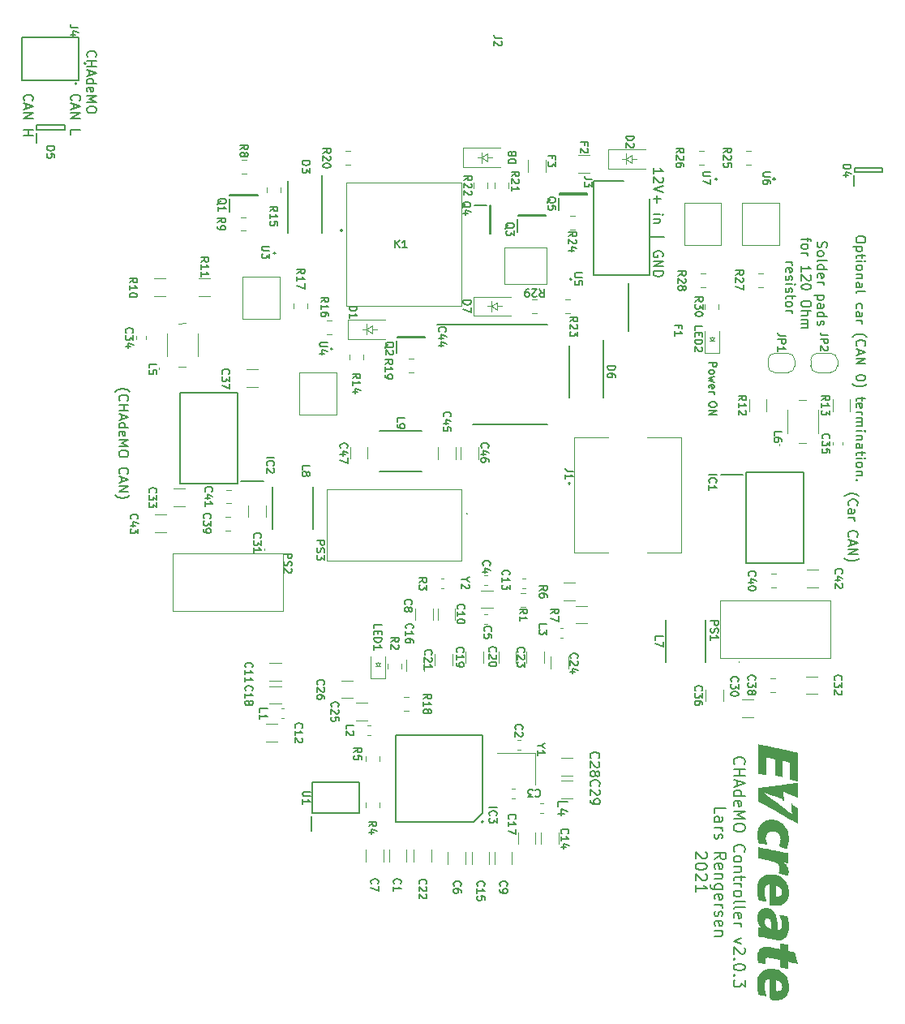
<source format=gto>
G04 #@! TF.GenerationSoftware,KiCad,Pcbnew,(5.1.6-0-10_14)*
G04 #@! TF.CreationDate,2021-12-24T10:53:56+01:00*
G04 #@! TF.ProjectId,CHAdeMO_V2.0,43484164-654d-44f5-9f56-322e302e6b69,rev?*
G04 #@! TF.SameCoordinates,Original*
G04 #@! TF.FileFunction,Legend,Top*
G04 #@! TF.FilePolarity,Positive*
%FSLAX46Y46*%
G04 Gerber Fmt 4.6, Leading zero omitted, Abs format (unit mm)*
G04 Created by KiCad (PCBNEW (5.1.6-0-10_14)) date 2021-12-24 10:53:56*
%MOMM*%
%LPD*%
G01*
G04 APERTURE LIST*
%ADD10C,0.150000*%
%ADD11C,0.200000*%
%ADD12C,0.120000*%
%ADD13C,0.100000*%
%ADD14C,0.127000*%
%ADD15C,0.010000*%
%ADD16C,0.470000*%
%ADD17R,1.000000X1.300000*%
%ADD18C,1.975000*%
%ADD19C,1.433000*%
%ADD20R,0.700000X1.150000*%
%ADD21R,0.750000X1.300000*%
%ADD22R,0.700000X1.400000*%
%ADD23R,1.400000X0.700000*%
%ADD24R,1.000000X1.450000*%
%ADD25R,2.000000X2.300000*%
%ADD26R,3.000000X5.550000*%
%ADD27R,2.250000X2.300000*%
%ADD28R,0.900000X1.100000*%
%ADD29R,1.100000X0.900000*%
%ADD30R,4.150000X2.400000*%
%ADD31C,1.450000*%
%ADD32C,4.675000*%
%ADD33C,2.005000*%
%ADD34C,1.370000*%
%ADD35C,1.468000*%
%ADD36R,1.468000X1.468000*%
%ADD37R,2.450000X0.800000*%
%ADD38C,2.275000*%
%ADD39R,2.275000X2.275000*%
%ADD40R,1.100000X1.900000*%
%ADD41R,0.750000X1.625000*%
%ADD42R,2.300000X2.000000*%
%ADD43C,2.552000*%
%ADD44C,1.252000*%
%ADD45R,1.500000X1.300000*%
%ADD46C,1.530000*%
%ADD47C,3.550000*%
%ADD48C,1.531000*%
G04 APERTURE END LIST*
D10*
X121975195Y-79953190D02*
X122775195Y-79953190D01*
X122775195Y-80257952D01*
X122737100Y-80334142D01*
X122699004Y-80372238D01*
X122622814Y-80410333D01*
X122508528Y-80410333D01*
X122432338Y-80372238D01*
X122394242Y-80334142D01*
X122356147Y-80257952D01*
X122356147Y-79953190D01*
X121975195Y-80867476D02*
X122013290Y-80791285D01*
X122051385Y-80753190D01*
X122127576Y-80715095D01*
X122356147Y-80715095D01*
X122432338Y-80753190D01*
X122470433Y-80791285D01*
X122508528Y-80867476D01*
X122508528Y-80981761D01*
X122470433Y-81057952D01*
X122432338Y-81096047D01*
X122356147Y-81134142D01*
X122127576Y-81134142D01*
X122051385Y-81096047D01*
X122013290Y-81057952D01*
X121975195Y-80981761D01*
X121975195Y-80867476D01*
X122508528Y-81400809D02*
X121975195Y-81553190D01*
X122356147Y-81705571D01*
X121975195Y-81857952D01*
X122508528Y-82010333D01*
X122013290Y-82619857D02*
X121975195Y-82543666D01*
X121975195Y-82391285D01*
X122013290Y-82315095D01*
X122089480Y-82277000D01*
X122394242Y-82277000D01*
X122470433Y-82315095D01*
X122508528Y-82391285D01*
X122508528Y-82543666D01*
X122470433Y-82619857D01*
X122394242Y-82657952D01*
X122318052Y-82657952D01*
X122241861Y-82277000D01*
X121975195Y-83000809D02*
X122508528Y-83000809D01*
X122356147Y-83000809D02*
X122432338Y-83038904D01*
X122470433Y-83077000D01*
X122508528Y-83153190D01*
X122508528Y-83229380D01*
X122775195Y-84257952D02*
X122775195Y-84410333D01*
X122737100Y-84486523D01*
X122660909Y-84562714D01*
X122508528Y-84600809D01*
X122241861Y-84600809D01*
X122089480Y-84562714D01*
X122013290Y-84486523D01*
X121975195Y-84410333D01*
X121975195Y-84257952D01*
X122013290Y-84181761D01*
X122089480Y-84105571D01*
X122241861Y-84067476D01*
X122508528Y-84067476D01*
X122660909Y-84105571D01*
X122737100Y-84181761D01*
X122775195Y-84257952D01*
X121975195Y-84943666D02*
X122775195Y-84943666D01*
X121975195Y-85400809D01*
X122775195Y-85400809D01*
X57110357Y-48053952D02*
X57062738Y-48006333D01*
X57015119Y-47863476D01*
X57015119Y-47768238D01*
X57062738Y-47625380D01*
X57157976Y-47530142D01*
X57253214Y-47482523D01*
X57443690Y-47434904D01*
X57586547Y-47434904D01*
X57777023Y-47482523D01*
X57872261Y-47530142D01*
X57967500Y-47625380D01*
X58015119Y-47768238D01*
X58015119Y-47863476D01*
X57967500Y-48006333D01*
X57919880Y-48053952D01*
X57015119Y-48482523D02*
X58015119Y-48482523D01*
X57538928Y-48482523D02*
X57538928Y-49053952D01*
X57015119Y-49053952D02*
X58015119Y-49053952D01*
X57300833Y-49482523D02*
X57300833Y-49958714D01*
X57015119Y-49387285D02*
X58015119Y-49720619D01*
X57015119Y-50053952D01*
X57015119Y-50815857D02*
X58015119Y-50815857D01*
X57062738Y-50815857D02*
X57015119Y-50720619D01*
X57015119Y-50530142D01*
X57062738Y-50434904D01*
X57110357Y-50387285D01*
X57205595Y-50339666D01*
X57491309Y-50339666D01*
X57586547Y-50387285D01*
X57634166Y-50434904D01*
X57681785Y-50530142D01*
X57681785Y-50720619D01*
X57634166Y-50815857D01*
X57062738Y-51673000D02*
X57015119Y-51577761D01*
X57015119Y-51387285D01*
X57062738Y-51292047D01*
X57157976Y-51244428D01*
X57538928Y-51244428D01*
X57634166Y-51292047D01*
X57681785Y-51387285D01*
X57681785Y-51577761D01*
X57634166Y-51673000D01*
X57538928Y-51720619D01*
X57443690Y-51720619D01*
X57348452Y-51244428D01*
X57015119Y-52149190D02*
X58015119Y-52149190D01*
X57300833Y-52482523D01*
X58015119Y-52815857D01*
X57015119Y-52815857D01*
X58015119Y-53482523D02*
X58015119Y-53673000D01*
X57967500Y-53768238D01*
X57872261Y-53863476D01*
X57681785Y-53911095D01*
X57348452Y-53911095D01*
X57157976Y-53863476D01*
X57062738Y-53768238D01*
X57015119Y-53673000D01*
X57015119Y-53482523D01*
X57062738Y-53387285D01*
X57157976Y-53292047D01*
X57348452Y-53244428D01*
X57681785Y-53244428D01*
X57872261Y-53292047D01*
X57967500Y-53387285D01*
X58015119Y-53482523D01*
X55446657Y-52601976D02*
X55399038Y-52554357D01*
X55351419Y-52411500D01*
X55351419Y-52316262D01*
X55399038Y-52173405D01*
X55494276Y-52078167D01*
X55589514Y-52030548D01*
X55779990Y-51982928D01*
X55922847Y-51982928D01*
X56113323Y-52030548D01*
X56208561Y-52078167D01*
X56303800Y-52173405D01*
X56351419Y-52316262D01*
X56351419Y-52411500D01*
X56303800Y-52554357D01*
X56256180Y-52601976D01*
X55637133Y-52982928D02*
X55637133Y-53459119D01*
X55351419Y-52887690D02*
X56351419Y-53221024D01*
X55351419Y-53554357D01*
X55351419Y-53887690D02*
X56351419Y-53887690D01*
X55351419Y-54459119D01*
X56351419Y-54459119D01*
X55351419Y-56173405D02*
X55351419Y-55697214D01*
X56351419Y-55697214D01*
X50506357Y-52601976D02*
X50458738Y-52554357D01*
X50411119Y-52411500D01*
X50411119Y-52316262D01*
X50458738Y-52173405D01*
X50553976Y-52078167D01*
X50649214Y-52030548D01*
X50839690Y-51982929D01*
X50982547Y-51982929D01*
X51173023Y-52030548D01*
X51268261Y-52078167D01*
X51363500Y-52173405D01*
X51411119Y-52316262D01*
X51411119Y-52411500D01*
X51363500Y-52554357D01*
X51315880Y-52601976D01*
X50696833Y-52982929D02*
X50696833Y-53459119D01*
X50411119Y-52887691D02*
X51411119Y-53221024D01*
X50411119Y-53554357D01*
X50411119Y-53887691D02*
X51411119Y-53887691D01*
X50411119Y-54459119D01*
X51411119Y-54459119D01*
X50411119Y-55697215D02*
X51411119Y-55697215D01*
X50934928Y-55697215D02*
X50934928Y-56268643D01*
X50411119Y-56268643D02*
X51411119Y-56268643D01*
X133325238Y-67370914D02*
X133277619Y-67513771D01*
X133277619Y-67751866D01*
X133325238Y-67847104D01*
X133372857Y-67894723D01*
X133468095Y-67942342D01*
X133563333Y-67942342D01*
X133658571Y-67894723D01*
X133706190Y-67847104D01*
X133753809Y-67751866D01*
X133801428Y-67561390D01*
X133849047Y-67466152D01*
X133896666Y-67418533D01*
X133991904Y-67370914D01*
X134087142Y-67370914D01*
X134182380Y-67418533D01*
X134230000Y-67466152D01*
X134277619Y-67561390D01*
X134277619Y-67799485D01*
X134230000Y-67942342D01*
X133277619Y-68513771D02*
X133325238Y-68418533D01*
X133372857Y-68370914D01*
X133468095Y-68323295D01*
X133753809Y-68323295D01*
X133849047Y-68370914D01*
X133896666Y-68418533D01*
X133944285Y-68513771D01*
X133944285Y-68656628D01*
X133896666Y-68751866D01*
X133849047Y-68799485D01*
X133753809Y-68847104D01*
X133468095Y-68847104D01*
X133372857Y-68799485D01*
X133325238Y-68751866D01*
X133277619Y-68656628D01*
X133277619Y-68513771D01*
X133277619Y-69418533D02*
X133325238Y-69323295D01*
X133420476Y-69275676D01*
X134277619Y-69275676D01*
X133277619Y-70228057D02*
X134277619Y-70228057D01*
X133325238Y-70228057D02*
X133277619Y-70132819D01*
X133277619Y-69942342D01*
X133325238Y-69847104D01*
X133372857Y-69799485D01*
X133468095Y-69751866D01*
X133753809Y-69751866D01*
X133849047Y-69799485D01*
X133896666Y-69847104D01*
X133944285Y-69942342D01*
X133944285Y-70132819D01*
X133896666Y-70228057D01*
X133325238Y-71085200D02*
X133277619Y-70989961D01*
X133277619Y-70799485D01*
X133325238Y-70704247D01*
X133420476Y-70656628D01*
X133801428Y-70656628D01*
X133896666Y-70704247D01*
X133944285Y-70799485D01*
X133944285Y-70989961D01*
X133896666Y-71085200D01*
X133801428Y-71132819D01*
X133706190Y-71132819D01*
X133610952Y-70656628D01*
X133277619Y-71561390D02*
X133944285Y-71561390D01*
X133753809Y-71561390D02*
X133849047Y-71609009D01*
X133896666Y-71656628D01*
X133944285Y-71751866D01*
X133944285Y-71847104D01*
X133944285Y-72942342D02*
X132944285Y-72942342D01*
X133896666Y-72942342D02*
X133944285Y-73037580D01*
X133944285Y-73228057D01*
X133896666Y-73323295D01*
X133849047Y-73370914D01*
X133753809Y-73418533D01*
X133468095Y-73418533D01*
X133372857Y-73370914D01*
X133325238Y-73323295D01*
X133277619Y-73228057D01*
X133277619Y-73037580D01*
X133325238Y-72942342D01*
X133277619Y-74275676D02*
X133801428Y-74275676D01*
X133896666Y-74228057D01*
X133944285Y-74132819D01*
X133944285Y-73942342D01*
X133896666Y-73847104D01*
X133325238Y-74275676D02*
X133277619Y-74180438D01*
X133277619Y-73942342D01*
X133325238Y-73847104D01*
X133420476Y-73799485D01*
X133515714Y-73799485D01*
X133610952Y-73847104D01*
X133658571Y-73942342D01*
X133658571Y-74180438D01*
X133706190Y-74275676D01*
X133277619Y-75180438D02*
X134277619Y-75180438D01*
X133325238Y-75180438D02*
X133277619Y-75085200D01*
X133277619Y-74894723D01*
X133325238Y-74799485D01*
X133372857Y-74751866D01*
X133468095Y-74704247D01*
X133753809Y-74704247D01*
X133849047Y-74751866D01*
X133896666Y-74799485D01*
X133944285Y-74894723D01*
X133944285Y-75085200D01*
X133896666Y-75180438D01*
X133325238Y-75609009D02*
X133277619Y-75704247D01*
X133277619Y-75894723D01*
X133325238Y-75989961D01*
X133420476Y-76037580D01*
X133468095Y-76037580D01*
X133563333Y-75989961D01*
X133610952Y-75894723D01*
X133610952Y-75751866D01*
X133658571Y-75656628D01*
X133753809Y-75609009D01*
X133801428Y-75609009D01*
X133896666Y-75656628D01*
X133944285Y-75751866D01*
X133944285Y-75894723D01*
X133896666Y-75989961D01*
X132294285Y-66918533D02*
X132294285Y-67299485D01*
X131627619Y-67061390D02*
X132484761Y-67061390D01*
X132580000Y-67109009D01*
X132627619Y-67204247D01*
X132627619Y-67299485D01*
X131627619Y-67775676D02*
X131675238Y-67680438D01*
X131722857Y-67632819D01*
X131818095Y-67585200D01*
X132103809Y-67585200D01*
X132199047Y-67632819D01*
X132246666Y-67680438D01*
X132294285Y-67775676D01*
X132294285Y-67918533D01*
X132246666Y-68013771D01*
X132199047Y-68061390D01*
X132103809Y-68109009D01*
X131818095Y-68109009D01*
X131722857Y-68061390D01*
X131675238Y-68013771D01*
X131627619Y-67918533D01*
X131627619Y-67775676D01*
X131627619Y-68537580D02*
X132294285Y-68537580D01*
X132103809Y-68537580D02*
X132199047Y-68585200D01*
X132246666Y-68632819D01*
X132294285Y-68728057D01*
X132294285Y-68823295D01*
X131627619Y-70442342D02*
X131627619Y-69870914D01*
X131627619Y-70156628D02*
X132627619Y-70156628D01*
X132484761Y-70061390D01*
X132389523Y-69966152D01*
X132341904Y-69870914D01*
X132532380Y-70823295D02*
X132580000Y-70870914D01*
X132627619Y-70966152D01*
X132627619Y-71204247D01*
X132580000Y-71299485D01*
X132532380Y-71347104D01*
X132437142Y-71394723D01*
X132341904Y-71394723D01*
X132199047Y-71347104D01*
X131627619Y-70775676D01*
X131627619Y-71394723D01*
X132627619Y-72013771D02*
X132627619Y-72109009D01*
X132580000Y-72204247D01*
X132532380Y-72251866D01*
X132437142Y-72299485D01*
X132246666Y-72347104D01*
X132008571Y-72347104D01*
X131818095Y-72299485D01*
X131722857Y-72251866D01*
X131675238Y-72204247D01*
X131627619Y-72109009D01*
X131627619Y-72013771D01*
X131675238Y-71918533D01*
X131722857Y-71870914D01*
X131818095Y-71823295D01*
X132008571Y-71775676D01*
X132246666Y-71775676D01*
X132437142Y-71823295D01*
X132532380Y-71870914D01*
X132580000Y-71918533D01*
X132627619Y-72013771D01*
X132627619Y-73728057D02*
X132627619Y-73918533D01*
X132580000Y-74013771D01*
X132484761Y-74109009D01*
X132294285Y-74156628D01*
X131960952Y-74156628D01*
X131770476Y-74109009D01*
X131675238Y-74013771D01*
X131627619Y-73918533D01*
X131627619Y-73728057D01*
X131675238Y-73632819D01*
X131770476Y-73537580D01*
X131960952Y-73489961D01*
X132294285Y-73489961D01*
X132484761Y-73537580D01*
X132580000Y-73632819D01*
X132627619Y-73728057D01*
X131627619Y-74585200D02*
X132627619Y-74585200D01*
X131627619Y-75013771D02*
X132151428Y-75013771D01*
X132246666Y-74966152D01*
X132294285Y-74870914D01*
X132294285Y-74728057D01*
X132246666Y-74632819D01*
X132199047Y-74585200D01*
X131627619Y-75489961D02*
X132294285Y-75489961D01*
X132199047Y-75489961D02*
X132246666Y-75537580D01*
X132294285Y-75632819D01*
X132294285Y-75775676D01*
X132246666Y-75870914D01*
X132151428Y-75918533D01*
X131627619Y-75918533D01*
X132151428Y-75918533D02*
X132246666Y-75966152D01*
X132294285Y-76061390D01*
X132294285Y-76204247D01*
X132246666Y-76299485D01*
X132151428Y-76347104D01*
X131627619Y-76347104D01*
X129977619Y-69489961D02*
X130644285Y-69489961D01*
X130453809Y-69489961D02*
X130549047Y-69537580D01*
X130596666Y-69585200D01*
X130644285Y-69680438D01*
X130644285Y-69775676D01*
X130025238Y-70489961D02*
X129977619Y-70394723D01*
X129977619Y-70204247D01*
X130025238Y-70109009D01*
X130120476Y-70061390D01*
X130501428Y-70061390D01*
X130596666Y-70109009D01*
X130644285Y-70204247D01*
X130644285Y-70394723D01*
X130596666Y-70489961D01*
X130501428Y-70537580D01*
X130406190Y-70537580D01*
X130310952Y-70061390D01*
X130025238Y-70918533D02*
X129977619Y-71013771D01*
X129977619Y-71204247D01*
X130025238Y-71299485D01*
X130120476Y-71347104D01*
X130168095Y-71347104D01*
X130263333Y-71299485D01*
X130310952Y-71204247D01*
X130310952Y-71061390D01*
X130358571Y-70966152D01*
X130453809Y-70918533D01*
X130501428Y-70918533D01*
X130596666Y-70966152D01*
X130644285Y-71061390D01*
X130644285Y-71204247D01*
X130596666Y-71299485D01*
X129977619Y-71775676D02*
X130644285Y-71775676D01*
X130977619Y-71775676D02*
X130930000Y-71728057D01*
X130882380Y-71775676D01*
X130930000Y-71823295D01*
X130977619Y-71775676D01*
X130882380Y-71775676D01*
X130025238Y-72204247D02*
X129977619Y-72299485D01*
X129977619Y-72489961D01*
X130025238Y-72585200D01*
X130120476Y-72632819D01*
X130168095Y-72632819D01*
X130263333Y-72585200D01*
X130310952Y-72489961D01*
X130310952Y-72347104D01*
X130358571Y-72251866D01*
X130453809Y-72204247D01*
X130501428Y-72204247D01*
X130596666Y-72251866D01*
X130644285Y-72347104D01*
X130644285Y-72489961D01*
X130596666Y-72585200D01*
X130644285Y-72918533D02*
X130644285Y-73299485D01*
X130977619Y-73061390D02*
X130120476Y-73061390D01*
X130025238Y-73109009D01*
X129977619Y-73204247D01*
X129977619Y-73299485D01*
X129977619Y-73775676D02*
X130025238Y-73680438D01*
X130072857Y-73632819D01*
X130168095Y-73585200D01*
X130453809Y-73585200D01*
X130549047Y-73632819D01*
X130596666Y-73680438D01*
X130644285Y-73775676D01*
X130644285Y-73918533D01*
X130596666Y-74013771D01*
X130549047Y-74061390D01*
X130453809Y-74109009D01*
X130168095Y-74109009D01*
X130072857Y-74061390D01*
X130025238Y-74013771D01*
X129977619Y-73918533D01*
X129977619Y-73775676D01*
X129977619Y-74537580D02*
X130644285Y-74537580D01*
X130453809Y-74537580D02*
X130549047Y-74585200D01*
X130596666Y-74632819D01*
X130644285Y-74728057D01*
X130644285Y-74823295D01*
D11*
X124670228Y-121842657D02*
X124613085Y-121785514D01*
X124555942Y-121614085D01*
X124555942Y-121499800D01*
X124613085Y-121328371D01*
X124727371Y-121214085D01*
X124841657Y-121156942D01*
X125070228Y-121099800D01*
X125241657Y-121099800D01*
X125470228Y-121156942D01*
X125584514Y-121214085D01*
X125698800Y-121328371D01*
X125755942Y-121499800D01*
X125755942Y-121614085D01*
X125698800Y-121785514D01*
X125641657Y-121842657D01*
X124555942Y-122356942D02*
X125755942Y-122356942D01*
X125184514Y-122356942D02*
X125184514Y-123042657D01*
X124555942Y-123042657D02*
X125755942Y-123042657D01*
X124898800Y-123556942D02*
X124898800Y-124128371D01*
X124555942Y-123442657D02*
X125755942Y-123842657D01*
X124555942Y-124242657D01*
X124555942Y-125156942D02*
X125755942Y-125156942D01*
X124613085Y-125156942D02*
X124555942Y-125042657D01*
X124555942Y-124814085D01*
X124613085Y-124699800D01*
X124670228Y-124642657D01*
X124784514Y-124585514D01*
X125127371Y-124585514D01*
X125241657Y-124642657D01*
X125298800Y-124699800D01*
X125355942Y-124814085D01*
X125355942Y-125042657D01*
X125298800Y-125156942D01*
X124613085Y-126185514D02*
X124555942Y-126071228D01*
X124555942Y-125842657D01*
X124613085Y-125728371D01*
X124727371Y-125671228D01*
X125184514Y-125671228D01*
X125298800Y-125728371D01*
X125355942Y-125842657D01*
X125355942Y-126071228D01*
X125298800Y-126185514D01*
X125184514Y-126242657D01*
X125070228Y-126242657D01*
X124955942Y-125671228D01*
X124555942Y-126756942D02*
X125755942Y-126756942D01*
X124898800Y-127156942D01*
X125755942Y-127556942D01*
X124555942Y-127556942D01*
X125755942Y-128356942D02*
X125755942Y-128585514D01*
X125698800Y-128699800D01*
X125584514Y-128814085D01*
X125355942Y-128871228D01*
X124955942Y-128871228D01*
X124727371Y-128814085D01*
X124613085Y-128699800D01*
X124555942Y-128585514D01*
X124555942Y-128356942D01*
X124613085Y-128242657D01*
X124727371Y-128128371D01*
X124955942Y-128071228D01*
X125355942Y-128071228D01*
X125584514Y-128128371D01*
X125698800Y-128242657D01*
X125755942Y-128356942D01*
X124670228Y-130985514D02*
X124613085Y-130928371D01*
X124555942Y-130756942D01*
X124555942Y-130642657D01*
X124613085Y-130471228D01*
X124727371Y-130356942D01*
X124841657Y-130299800D01*
X125070228Y-130242657D01*
X125241657Y-130242657D01*
X125470228Y-130299800D01*
X125584514Y-130356942D01*
X125698800Y-130471228D01*
X125755942Y-130642657D01*
X125755942Y-130756942D01*
X125698800Y-130928371D01*
X125641657Y-130985514D01*
X124555942Y-131671228D02*
X124613085Y-131556942D01*
X124670228Y-131499800D01*
X124784514Y-131442657D01*
X125127371Y-131442657D01*
X125241657Y-131499800D01*
X125298800Y-131556942D01*
X125355942Y-131671228D01*
X125355942Y-131842657D01*
X125298800Y-131956942D01*
X125241657Y-132014085D01*
X125127371Y-132071228D01*
X124784514Y-132071228D01*
X124670228Y-132014085D01*
X124613085Y-131956942D01*
X124555942Y-131842657D01*
X124555942Y-131671228D01*
X125355942Y-132585514D02*
X124555942Y-132585514D01*
X125241657Y-132585514D02*
X125298800Y-132642657D01*
X125355942Y-132756942D01*
X125355942Y-132928371D01*
X125298800Y-133042657D01*
X125184514Y-133099800D01*
X124555942Y-133099800D01*
X125355942Y-133499800D02*
X125355942Y-133956942D01*
X125755942Y-133671228D02*
X124727371Y-133671228D01*
X124613085Y-133728371D01*
X124555942Y-133842657D01*
X124555942Y-133956942D01*
X124555942Y-134356942D02*
X125355942Y-134356942D01*
X125127371Y-134356942D02*
X125241657Y-134414085D01*
X125298800Y-134471228D01*
X125355942Y-134585514D01*
X125355942Y-134699800D01*
X124555942Y-135271228D02*
X124613085Y-135156942D01*
X124670228Y-135099800D01*
X124784514Y-135042657D01*
X125127371Y-135042657D01*
X125241657Y-135099800D01*
X125298800Y-135156942D01*
X125355942Y-135271228D01*
X125355942Y-135442657D01*
X125298800Y-135556942D01*
X125241657Y-135614085D01*
X125127371Y-135671228D01*
X124784514Y-135671228D01*
X124670228Y-135614085D01*
X124613085Y-135556942D01*
X124555942Y-135442657D01*
X124555942Y-135271228D01*
X124555942Y-136356942D02*
X124613085Y-136242657D01*
X124727371Y-136185514D01*
X125755942Y-136185514D01*
X124555942Y-136985514D02*
X124613085Y-136871228D01*
X124727371Y-136814085D01*
X125755942Y-136814085D01*
X124613085Y-137899800D02*
X124555942Y-137785514D01*
X124555942Y-137556942D01*
X124613085Y-137442657D01*
X124727371Y-137385514D01*
X125184514Y-137385514D01*
X125298800Y-137442657D01*
X125355942Y-137556942D01*
X125355942Y-137785514D01*
X125298800Y-137899800D01*
X125184514Y-137956942D01*
X125070228Y-137956942D01*
X124955942Y-137385514D01*
X124555942Y-138471228D02*
X125355942Y-138471228D01*
X125127371Y-138471228D02*
X125241657Y-138528371D01*
X125298800Y-138585514D01*
X125355942Y-138699800D01*
X125355942Y-138814085D01*
X125355942Y-140014085D02*
X124555942Y-140299800D01*
X125355942Y-140585514D01*
X125641657Y-140985514D02*
X125698800Y-141042657D01*
X125755942Y-141156942D01*
X125755942Y-141442657D01*
X125698800Y-141556942D01*
X125641657Y-141614085D01*
X125527371Y-141671228D01*
X125413085Y-141671228D01*
X125241657Y-141614085D01*
X124555942Y-140928371D01*
X124555942Y-141671228D01*
X124670228Y-142185514D02*
X124613085Y-142242657D01*
X124555942Y-142185514D01*
X124613085Y-142128371D01*
X124670228Y-142185514D01*
X124555942Y-142185514D01*
X125755942Y-142985514D02*
X125755942Y-143099800D01*
X125698800Y-143214085D01*
X125641657Y-143271228D01*
X125527371Y-143328371D01*
X125298800Y-143385514D01*
X125013085Y-143385514D01*
X124784514Y-143328371D01*
X124670228Y-143271228D01*
X124613085Y-143214085D01*
X124555942Y-143099800D01*
X124555942Y-142985514D01*
X124613085Y-142871228D01*
X124670228Y-142814085D01*
X124784514Y-142756942D01*
X125013085Y-142699800D01*
X125298800Y-142699800D01*
X125527371Y-142756942D01*
X125641657Y-142814085D01*
X125698800Y-142871228D01*
X125755942Y-142985514D01*
X124670228Y-143899800D02*
X124613085Y-143956942D01*
X124555942Y-143899800D01*
X124613085Y-143842657D01*
X124670228Y-143899800D01*
X124555942Y-143899800D01*
X125755942Y-144356942D02*
X125755942Y-145099800D01*
X125298800Y-144699800D01*
X125298800Y-144871228D01*
X125241657Y-144985514D01*
X125184514Y-145042657D01*
X125070228Y-145099800D01*
X124784514Y-145099800D01*
X124670228Y-145042657D01*
X124613085Y-144985514D01*
X124555942Y-144871228D01*
X124555942Y-144528371D01*
X124613085Y-144414085D01*
X124670228Y-144356942D01*
X122555942Y-126985514D02*
X122555942Y-126414085D01*
X123755942Y-126414085D01*
X122555942Y-127899800D02*
X123184514Y-127899800D01*
X123298800Y-127842657D01*
X123355942Y-127728371D01*
X123355942Y-127499800D01*
X123298800Y-127385514D01*
X122613085Y-127899800D02*
X122555942Y-127785514D01*
X122555942Y-127499800D01*
X122613085Y-127385514D01*
X122727371Y-127328371D01*
X122841657Y-127328371D01*
X122955942Y-127385514D01*
X123013085Y-127499800D01*
X123013085Y-127785514D01*
X123070228Y-127899800D01*
X122555942Y-128471228D02*
X123355942Y-128471228D01*
X123127371Y-128471228D02*
X123241657Y-128528371D01*
X123298800Y-128585514D01*
X123355942Y-128699800D01*
X123355942Y-128814085D01*
X122613085Y-129156942D02*
X122555942Y-129271228D01*
X122555942Y-129499800D01*
X122613085Y-129614085D01*
X122727371Y-129671228D01*
X122784514Y-129671228D01*
X122898800Y-129614085D01*
X122955942Y-129499800D01*
X122955942Y-129328371D01*
X123013085Y-129214085D01*
X123127371Y-129156942D01*
X123184514Y-129156942D01*
X123298800Y-129214085D01*
X123355942Y-129328371D01*
X123355942Y-129499800D01*
X123298800Y-129614085D01*
X122555942Y-131785514D02*
X123127371Y-131385514D01*
X122555942Y-131099800D02*
X123755942Y-131099800D01*
X123755942Y-131556942D01*
X123698800Y-131671228D01*
X123641657Y-131728371D01*
X123527371Y-131785514D01*
X123355942Y-131785514D01*
X123241657Y-131728371D01*
X123184514Y-131671228D01*
X123127371Y-131556942D01*
X123127371Y-131099800D01*
X122613085Y-132756942D02*
X122555942Y-132642657D01*
X122555942Y-132414085D01*
X122613085Y-132299800D01*
X122727371Y-132242657D01*
X123184514Y-132242657D01*
X123298800Y-132299800D01*
X123355942Y-132414085D01*
X123355942Y-132642657D01*
X123298800Y-132756942D01*
X123184514Y-132814085D01*
X123070228Y-132814085D01*
X122955942Y-132242657D01*
X123355942Y-133328371D02*
X122555942Y-133328371D01*
X123241657Y-133328371D02*
X123298800Y-133385514D01*
X123355942Y-133499800D01*
X123355942Y-133671228D01*
X123298800Y-133785514D01*
X123184514Y-133842657D01*
X122555942Y-133842657D01*
X123355942Y-134928371D02*
X122384514Y-134928371D01*
X122270228Y-134871228D01*
X122213085Y-134814085D01*
X122155942Y-134699800D01*
X122155942Y-134528371D01*
X122213085Y-134414085D01*
X122613085Y-134928371D02*
X122555942Y-134814085D01*
X122555942Y-134585514D01*
X122613085Y-134471228D01*
X122670228Y-134414085D01*
X122784514Y-134356942D01*
X123127371Y-134356942D01*
X123241657Y-134414085D01*
X123298800Y-134471228D01*
X123355942Y-134585514D01*
X123355942Y-134814085D01*
X123298800Y-134928371D01*
X122613085Y-135956942D02*
X122555942Y-135842657D01*
X122555942Y-135614085D01*
X122613085Y-135499800D01*
X122727371Y-135442657D01*
X123184514Y-135442657D01*
X123298800Y-135499800D01*
X123355942Y-135614085D01*
X123355942Y-135842657D01*
X123298800Y-135956942D01*
X123184514Y-136014085D01*
X123070228Y-136014085D01*
X122955942Y-135442657D01*
X122555942Y-136528371D02*
X123355942Y-136528371D01*
X123127371Y-136528371D02*
X123241657Y-136585514D01*
X123298800Y-136642657D01*
X123355942Y-136756942D01*
X123355942Y-136871228D01*
X122613085Y-137214085D02*
X122555942Y-137328371D01*
X122555942Y-137556942D01*
X122613085Y-137671228D01*
X122727371Y-137728371D01*
X122784514Y-137728371D01*
X122898800Y-137671228D01*
X122955942Y-137556942D01*
X122955942Y-137385514D01*
X123013085Y-137271228D01*
X123127371Y-137214085D01*
X123184514Y-137214085D01*
X123298800Y-137271228D01*
X123355942Y-137385514D01*
X123355942Y-137556942D01*
X123298800Y-137671228D01*
X122613085Y-138699800D02*
X122555942Y-138585514D01*
X122555942Y-138356942D01*
X122613085Y-138242657D01*
X122727371Y-138185514D01*
X123184514Y-138185514D01*
X123298800Y-138242657D01*
X123355942Y-138356942D01*
X123355942Y-138585514D01*
X123298800Y-138699800D01*
X123184514Y-138756942D01*
X123070228Y-138756942D01*
X122955942Y-138185514D01*
X123355942Y-139271228D02*
X122555942Y-139271228D01*
X123241657Y-139271228D02*
X123298800Y-139328371D01*
X123355942Y-139442657D01*
X123355942Y-139614085D01*
X123298800Y-139728371D01*
X123184514Y-139785514D01*
X122555942Y-139785514D01*
X121641657Y-131042657D02*
X121698800Y-131099800D01*
X121755942Y-131214085D01*
X121755942Y-131499800D01*
X121698800Y-131614085D01*
X121641657Y-131671228D01*
X121527371Y-131728371D01*
X121413085Y-131728371D01*
X121241657Y-131671228D01*
X120555942Y-130985514D01*
X120555942Y-131728371D01*
X121755942Y-132471228D02*
X121755942Y-132585514D01*
X121698800Y-132699800D01*
X121641657Y-132756942D01*
X121527371Y-132814085D01*
X121298800Y-132871228D01*
X121013085Y-132871228D01*
X120784514Y-132814085D01*
X120670228Y-132756942D01*
X120613085Y-132699800D01*
X120555942Y-132585514D01*
X120555942Y-132471228D01*
X120613085Y-132356942D01*
X120670228Y-132299800D01*
X120784514Y-132242657D01*
X121013085Y-132185514D01*
X121298800Y-132185514D01*
X121527371Y-132242657D01*
X121641657Y-132299800D01*
X121698800Y-132356942D01*
X121755942Y-132471228D01*
X121641657Y-133328371D02*
X121698800Y-133385514D01*
X121755942Y-133499800D01*
X121755942Y-133785514D01*
X121698800Y-133899800D01*
X121641657Y-133956942D01*
X121527371Y-134014085D01*
X121413085Y-134014085D01*
X121241657Y-133956942D01*
X120555942Y-133271228D01*
X120555942Y-134014085D01*
X120555942Y-135156942D02*
X120555942Y-134471228D01*
X120555942Y-134814085D02*
X121755942Y-134814085D01*
X121584514Y-134699800D01*
X121470228Y-134585514D01*
X121413085Y-134471228D01*
D10*
X138317219Y-67027447D02*
X138317219Y-67217923D01*
X138269600Y-67313161D01*
X138174361Y-67408400D01*
X137983885Y-67456019D01*
X137650552Y-67456019D01*
X137460076Y-67408400D01*
X137364838Y-67313161D01*
X137317219Y-67217923D01*
X137317219Y-67027447D01*
X137364838Y-66932209D01*
X137460076Y-66836971D01*
X137650552Y-66789352D01*
X137983885Y-66789352D01*
X138174361Y-66836971D01*
X138269600Y-66932209D01*
X138317219Y-67027447D01*
X137983885Y-67884590D02*
X136983885Y-67884590D01*
X137936266Y-67884590D02*
X137983885Y-67979828D01*
X137983885Y-68170304D01*
X137936266Y-68265542D01*
X137888647Y-68313161D01*
X137793409Y-68360780D01*
X137507695Y-68360780D01*
X137412457Y-68313161D01*
X137364838Y-68265542D01*
X137317219Y-68170304D01*
X137317219Y-67979828D01*
X137364838Y-67884590D01*
X137983885Y-68646495D02*
X137983885Y-69027447D01*
X138317219Y-68789352D02*
X137460076Y-68789352D01*
X137364838Y-68836971D01*
X137317219Y-68932209D01*
X137317219Y-69027447D01*
X137317219Y-69360780D02*
X137983885Y-69360780D01*
X138317219Y-69360780D02*
X138269600Y-69313161D01*
X138221980Y-69360780D01*
X138269600Y-69408400D01*
X138317219Y-69360780D01*
X138221980Y-69360780D01*
X137317219Y-69979828D02*
X137364838Y-69884590D01*
X137412457Y-69836971D01*
X137507695Y-69789352D01*
X137793409Y-69789352D01*
X137888647Y-69836971D01*
X137936266Y-69884590D01*
X137983885Y-69979828D01*
X137983885Y-70122685D01*
X137936266Y-70217923D01*
X137888647Y-70265542D01*
X137793409Y-70313161D01*
X137507695Y-70313161D01*
X137412457Y-70265542D01*
X137364838Y-70217923D01*
X137317219Y-70122685D01*
X137317219Y-69979828D01*
X137983885Y-70741733D02*
X137317219Y-70741733D01*
X137888647Y-70741733D02*
X137936266Y-70789352D01*
X137983885Y-70884590D01*
X137983885Y-71027447D01*
X137936266Y-71122685D01*
X137841028Y-71170304D01*
X137317219Y-71170304D01*
X137317219Y-72075066D02*
X137841028Y-72075066D01*
X137936266Y-72027447D01*
X137983885Y-71932209D01*
X137983885Y-71741733D01*
X137936266Y-71646495D01*
X137364838Y-72075066D02*
X137317219Y-71979828D01*
X137317219Y-71741733D01*
X137364838Y-71646495D01*
X137460076Y-71598876D01*
X137555314Y-71598876D01*
X137650552Y-71646495D01*
X137698171Y-71741733D01*
X137698171Y-71979828D01*
X137745790Y-72075066D01*
X137317219Y-72694114D02*
X137364838Y-72598876D01*
X137460076Y-72551257D01*
X138317219Y-72551257D01*
X137364838Y-74265542D02*
X137317219Y-74170304D01*
X137317219Y-73979828D01*
X137364838Y-73884590D01*
X137412457Y-73836971D01*
X137507695Y-73789352D01*
X137793409Y-73789352D01*
X137888647Y-73836971D01*
X137936266Y-73884590D01*
X137983885Y-73979828D01*
X137983885Y-74170304D01*
X137936266Y-74265542D01*
X137317219Y-75122685D02*
X137841028Y-75122685D01*
X137936266Y-75075066D01*
X137983885Y-74979828D01*
X137983885Y-74789352D01*
X137936266Y-74694114D01*
X137364838Y-75122685D02*
X137317219Y-75027447D01*
X137317219Y-74789352D01*
X137364838Y-74694114D01*
X137460076Y-74646495D01*
X137555314Y-74646495D01*
X137650552Y-74694114D01*
X137698171Y-74789352D01*
X137698171Y-75027447D01*
X137745790Y-75122685D01*
X137317219Y-75598876D02*
X137983885Y-75598876D01*
X137793409Y-75598876D02*
X137888647Y-75646495D01*
X137936266Y-75694114D01*
X137983885Y-75789352D01*
X137983885Y-75884590D01*
X136936266Y-77265542D02*
X136983885Y-77217923D01*
X137126742Y-77122685D01*
X137221980Y-77075066D01*
X137364838Y-77027447D01*
X137602933Y-76979828D01*
X137793409Y-76979828D01*
X138031504Y-77027447D01*
X138174361Y-77075066D01*
X138269600Y-77122685D01*
X138412457Y-77217923D01*
X138460076Y-77265542D01*
X137412457Y-78217923D02*
X137364838Y-78170304D01*
X137317219Y-78027447D01*
X137317219Y-77932209D01*
X137364838Y-77789352D01*
X137460076Y-77694114D01*
X137555314Y-77646495D01*
X137745790Y-77598876D01*
X137888647Y-77598876D01*
X138079123Y-77646495D01*
X138174361Y-77694114D01*
X138269600Y-77789352D01*
X138317219Y-77932209D01*
X138317219Y-78027447D01*
X138269600Y-78170304D01*
X138221980Y-78217923D01*
X137602933Y-78598876D02*
X137602933Y-79075066D01*
X137317219Y-78503638D02*
X138317219Y-78836971D01*
X137317219Y-79170304D01*
X137317219Y-79503638D02*
X138317219Y-79503638D01*
X137317219Y-80075066D01*
X138317219Y-80075066D01*
X138317219Y-81503638D02*
X138317219Y-81598876D01*
X138269600Y-81694114D01*
X138221980Y-81741733D01*
X138126742Y-81789352D01*
X137936266Y-81836971D01*
X137698171Y-81836971D01*
X137507695Y-81789352D01*
X137412457Y-81741733D01*
X137364838Y-81694114D01*
X137317219Y-81598876D01*
X137317219Y-81503638D01*
X137364838Y-81408400D01*
X137412457Y-81360780D01*
X137507695Y-81313161D01*
X137698171Y-81265542D01*
X137936266Y-81265542D01*
X138126742Y-81313161D01*
X138221980Y-81360780D01*
X138269600Y-81408400D01*
X138317219Y-81503638D01*
X136936266Y-82170304D02*
X136983885Y-82217923D01*
X137126742Y-82313161D01*
X137221980Y-82360780D01*
X137364838Y-82408400D01*
X137602933Y-82456019D01*
X137793409Y-82456019D01*
X138031504Y-82408400D01*
X138174361Y-82360780D01*
X138269600Y-82313161D01*
X138412457Y-82217923D01*
X138460076Y-82170304D01*
X137983885Y-83551257D02*
X137983885Y-83932209D01*
X138317219Y-83694114D02*
X137460076Y-83694114D01*
X137364838Y-83741733D01*
X137317219Y-83836971D01*
X137317219Y-83932209D01*
X137364838Y-84646495D02*
X137317219Y-84551257D01*
X137317219Y-84360780D01*
X137364838Y-84265542D01*
X137460076Y-84217923D01*
X137841028Y-84217923D01*
X137936266Y-84265542D01*
X137983885Y-84360780D01*
X137983885Y-84551257D01*
X137936266Y-84646495D01*
X137841028Y-84694114D01*
X137745790Y-84694114D01*
X137650552Y-84217923D01*
X137317219Y-85122685D02*
X137983885Y-85122685D01*
X137793409Y-85122685D02*
X137888647Y-85170304D01*
X137936266Y-85217923D01*
X137983885Y-85313161D01*
X137983885Y-85408400D01*
X137317219Y-85741733D02*
X137983885Y-85741733D01*
X137888647Y-85741733D02*
X137936266Y-85789352D01*
X137983885Y-85884590D01*
X137983885Y-86027447D01*
X137936266Y-86122685D01*
X137841028Y-86170304D01*
X137317219Y-86170304D01*
X137841028Y-86170304D02*
X137936266Y-86217923D01*
X137983885Y-86313161D01*
X137983885Y-86456019D01*
X137936266Y-86551257D01*
X137841028Y-86598876D01*
X137317219Y-86598876D01*
X137317219Y-87075066D02*
X137983885Y-87075066D01*
X138317219Y-87075066D02*
X138269600Y-87027447D01*
X138221980Y-87075066D01*
X138269600Y-87122685D01*
X138317219Y-87075066D01*
X138221980Y-87075066D01*
X137983885Y-87551257D02*
X137317219Y-87551257D01*
X137888647Y-87551257D02*
X137936266Y-87598876D01*
X137983885Y-87694114D01*
X137983885Y-87836971D01*
X137936266Y-87932209D01*
X137841028Y-87979828D01*
X137317219Y-87979828D01*
X137317219Y-88884590D02*
X137841028Y-88884590D01*
X137936266Y-88836971D01*
X137983885Y-88741733D01*
X137983885Y-88551257D01*
X137936266Y-88456019D01*
X137364838Y-88884590D02*
X137317219Y-88789352D01*
X137317219Y-88551257D01*
X137364838Y-88456019D01*
X137460076Y-88408400D01*
X137555314Y-88408400D01*
X137650552Y-88456019D01*
X137698171Y-88551257D01*
X137698171Y-88789352D01*
X137745790Y-88884590D01*
X137983885Y-89217923D02*
X137983885Y-89598876D01*
X138317219Y-89360780D02*
X137460076Y-89360780D01*
X137364838Y-89408400D01*
X137317219Y-89503638D01*
X137317219Y-89598876D01*
X137317219Y-89932209D02*
X137983885Y-89932209D01*
X138317219Y-89932209D02*
X138269600Y-89884590D01*
X138221980Y-89932209D01*
X138269600Y-89979828D01*
X138317219Y-89932209D01*
X138221980Y-89932209D01*
X137317219Y-90551257D02*
X137364838Y-90456019D01*
X137412457Y-90408400D01*
X137507695Y-90360780D01*
X137793409Y-90360780D01*
X137888647Y-90408400D01*
X137936266Y-90456019D01*
X137983885Y-90551257D01*
X137983885Y-90694114D01*
X137936266Y-90789352D01*
X137888647Y-90836971D01*
X137793409Y-90884590D01*
X137507695Y-90884590D01*
X137412457Y-90836971D01*
X137364838Y-90789352D01*
X137317219Y-90694114D01*
X137317219Y-90551257D01*
X137983885Y-91313161D02*
X137317219Y-91313161D01*
X137888647Y-91313161D02*
X137936266Y-91360780D01*
X137983885Y-91456019D01*
X137983885Y-91598876D01*
X137936266Y-91694114D01*
X137841028Y-91741733D01*
X137317219Y-91741733D01*
X137412457Y-92217923D02*
X137364838Y-92265542D01*
X137317219Y-92217923D01*
X137364838Y-92170304D01*
X137412457Y-92217923D01*
X137317219Y-92217923D01*
X136123466Y-93891504D02*
X136171085Y-93843885D01*
X136313942Y-93748647D01*
X136409180Y-93701028D01*
X136552038Y-93653409D01*
X136790133Y-93605790D01*
X136980609Y-93605790D01*
X137218704Y-93653409D01*
X137361561Y-93701028D01*
X137456800Y-93748647D01*
X137599657Y-93843885D01*
X137647276Y-93891504D01*
X136599657Y-94843885D02*
X136552038Y-94796266D01*
X136504419Y-94653409D01*
X136504419Y-94558171D01*
X136552038Y-94415314D01*
X136647276Y-94320076D01*
X136742514Y-94272457D01*
X136932990Y-94224838D01*
X137075847Y-94224838D01*
X137266323Y-94272457D01*
X137361561Y-94320076D01*
X137456800Y-94415314D01*
X137504419Y-94558171D01*
X137504419Y-94653409D01*
X137456800Y-94796266D01*
X137409180Y-94843885D01*
X136504419Y-95701028D02*
X137028228Y-95701028D01*
X137123466Y-95653409D01*
X137171085Y-95558171D01*
X137171085Y-95367695D01*
X137123466Y-95272457D01*
X136552038Y-95701028D02*
X136504419Y-95605790D01*
X136504419Y-95367695D01*
X136552038Y-95272457D01*
X136647276Y-95224838D01*
X136742514Y-95224838D01*
X136837752Y-95272457D01*
X136885371Y-95367695D01*
X136885371Y-95605790D01*
X136932990Y-95701028D01*
X136504419Y-96177219D02*
X137171085Y-96177219D01*
X136980609Y-96177219D02*
X137075847Y-96224838D01*
X137123466Y-96272457D01*
X137171085Y-96367695D01*
X137171085Y-96462933D01*
X136599657Y-98129600D02*
X136552038Y-98081980D01*
X136504419Y-97939123D01*
X136504419Y-97843885D01*
X136552038Y-97701028D01*
X136647276Y-97605790D01*
X136742514Y-97558171D01*
X136932990Y-97510552D01*
X137075847Y-97510552D01*
X137266323Y-97558171D01*
X137361561Y-97605790D01*
X137456800Y-97701028D01*
X137504419Y-97843885D01*
X137504419Y-97939123D01*
X137456800Y-98081980D01*
X137409180Y-98129600D01*
X136790133Y-98510552D02*
X136790133Y-98986742D01*
X136504419Y-98415314D02*
X137504419Y-98748647D01*
X136504419Y-99081980D01*
X136504419Y-99415314D02*
X137504419Y-99415314D01*
X136504419Y-99986742D01*
X137504419Y-99986742D01*
X136123466Y-100367695D02*
X136171085Y-100415314D01*
X136313942Y-100510552D01*
X136409180Y-100558171D01*
X136552038Y-100605790D01*
X136790133Y-100653409D01*
X136980609Y-100653409D01*
X137218704Y-100605790D01*
X137361561Y-100558171D01*
X137456800Y-100510552D01*
X137599657Y-100415314D01*
X137647276Y-100367695D01*
X59974266Y-82987238D02*
X60021885Y-82939619D01*
X60164742Y-82844380D01*
X60259980Y-82796761D01*
X60402838Y-82749142D01*
X60640933Y-82701523D01*
X60831409Y-82701523D01*
X61069504Y-82749142D01*
X61212361Y-82796761D01*
X61307600Y-82844380D01*
X61450457Y-82939619D01*
X61498076Y-82987238D01*
X60450457Y-83939619D02*
X60402838Y-83892000D01*
X60355219Y-83749142D01*
X60355219Y-83653904D01*
X60402838Y-83511047D01*
X60498076Y-83415809D01*
X60593314Y-83368190D01*
X60783790Y-83320571D01*
X60926647Y-83320571D01*
X61117123Y-83368190D01*
X61212361Y-83415809D01*
X61307600Y-83511047D01*
X61355219Y-83653904D01*
X61355219Y-83749142D01*
X61307600Y-83892000D01*
X61259980Y-83939619D01*
X60355219Y-84368190D02*
X61355219Y-84368190D01*
X60879028Y-84368190D02*
X60879028Y-84939619D01*
X60355219Y-84939619D02*
X61355219Y-84939619D01*
X60640933Y-85368190D02*
X60640933Y-85844380D01*
X60355219Y-85272952D02*
X61355219Y-85606285D01*
X60355219Y-85939619D01*
X60355219Y-86701523D02*
X61355219Y-86701523D01*
X60402838Y-86701523D02*
X60355219Y-86606285D01*
X60355219Y-86415809D01*
X60402838Y-86320571D01*
X60450457Y-86272952D01*
X60545695Y-86225333D01*
X60831409Y-86225333D01*
X60926647Y-86272952D01*
X60974266Y-86320571D01*
X61021885Y-86415809D01*
X61021885Y-86606285D01*
X60974266Y-86701523D01*
X60402838Y-87558666D02*
X60355219Y-87463428D01*
X60355219Y-87272952D01*
X60402838Y-87177714D01*
X60498076Y-87130095D01*
X60879028Y-87130095D01*
X60974266Y-87177714D01*
X61021885Y-87272952D01*
X61021885Y-87463428D01*
X60974266Y-87558666D01*
X60879028Y-87606285D01*
X60783790Y-87606285D01*
X60688552Y-87130095D01*
X60355219Y-88034857D02*
X61355219Y-88034857D01*
X60640933Y-88368190D01*
X61355219Y-88701523D01*
X60355219Y-88701523D01*
X61355219Y-89368190D02*
X61355219Y-89558666D01*
X61307600Y-89653904D01*
X61212361Y-89749142D01*
X61021885Y-89796761D01*
X60688552Y-89796761D01*
X60498076Y-89749142D01*
X60402838Y-89653904D01*
X60355219Y-89558666D01*
X60355219Y-89368190D01*
X60402838Y-89272952D01*
X60498076Y-89177714D01*
X60688552Y-89130095D01*
X61021885Y-89130095D01*
X61212361Y-89177714D01*
X61307600Y-89272952D01*
X61355219Y-89368190D01*
X60450457Y-91558666D02*
X60402838Y-91511047D01*
X60355219Y-91368190D01*
X60355219Y-91272952D01*
X60402838Y-91130095D01*
X60498076Y-91034857D01*
X60593314Y-90987238D01*
X60783790Y-90939619D01*
X60926647Y-90939619D01*
X61117123Y-90987238D01*
X61212361Y-91034857D01*
X61307600Y-91130095D01*
X61355219Y-91272952D01*
X61355219Y-91368190D01*
X61307600Y-91511047D01*
X61259980Y-91558666D01*
X60640933Y-91939619D02*
X60640933Y-92415809D01*
X60355219Y-91844380D02*
X61355219Y-92177714D01*
X60355219Y-92511047D01*
X60355219Y-92844380D02*
X61355219Y-92844380D01*
X60355219Y-93415809D01*
X61355219Y-93415809D01*
X59974266Y-93796761D02*
X60021885Y-93844380D01*
X60164742Y-93939619D01*
X60259980Y-93987238D01*
X60402838Y-94034857D01*
X60640933Y-94082476D01*
X60831409Y-94082476D01*
X61069504Y-94034857D01*
X61212361Y-93987238D01*
X61307600Y-93939619D01*
X61450457Y-93844380D01*
X61498076Y-93796761D01*
X116184419Y-60257371D02*
X116184419Y-59685942D01*
X116184419Y-59971657D02*
X117184419Y-59971657D01*
X117041561Y-59876419D01*
X116946323Y-59781180D01*
X116898704Y-59685942D01*
X117089180Y-60638323D02*
X117136800Y-60685942D01*
X117184419Y-60781180D01*
X117184419Y-61019276D01*
X117136800Y-61114514D01*
X117089180Y-61162133D01*
X116993942Y-61209752D01*
X116898704Y-61209752D01*
X116755847Y-61162133D01*
X116184419Y-60590704D01*
X116184419Y-61209752D01*
X117184419Y-61495466D02*
X116184419Y-61828800D01*
X117184419Y-62162133D01*
X116565371Y-62495466D02*
X116565371Y-63257371D01*
X116184419Y-62876419D02*
X116946323Y-62876419D01*
X116184419Y-64495466D02*
X116851085Y-64495466D01*
X117184419Y-64495466D02*
X117136800Y-64447847D01*
X117089180Y-64495466D01*
X117136800Y-64543085D01*
X117184419Y-64495466D01*
X117089180Y-64495466D01*
X116851085Y-64971657D02*
X116184419Y-64971657D01*
X116755847Y-64971657D02*
X116803466Y-65019276D01*
X116851085Y-65114514D01*
X116851085Y-65257371D01*
X116803466Y-65352609D01*
X116708228Y-65400228D01*
X116184419Y-65400228D01*
X115851085Y-66876419D02*
X117279657Y-66876419D01*
X117136800Y-68876419D02*
X117184419Y-68781180D01*
X117184419Y-68638323D01*
X117136800Y-68495466D01*
X117041561Y-68400228D01*
X116946323Y-68352609D01*
X116755847Y-68304990D01*
X116612990Y-68304990D01*
X116422514Y-68352609D01*
X116327276Y-68400228D01*
X116232038Y-68495466D01*
X116184419Y-68638323D01*
X116184419Y-68733561D01*
X116232038Y-68876419D01*
X116279657Y-68924038D01*
X116612990Y-68924038D01*
X116612990Y-68733561D01*
X116184419Y-69352609D02*
X117184419Y-69352609D01*
X116184419Y-69924038D01*
X117184419Y-69924038D01*
X116184419Y-70400228D02*
X117184419Y-70400228D01*
X117184419Y-70638323D01*
X117136800Y-70781180D01*
X117041561Y-70876419D01*
X116946323Y-70924038D01*
X116755847Y-70971657D01*
X116612990Y-70971657D01*
X116422514Y-70924038D01*
X116327276Y-70876419D01*
X116232038Y-70781180D01*
X116184419Y-70638323D01*
X116184419Y-70400228D01*
D12*
G04 #@! TO.C,R17*
X78614200Y-73807822D02*
X78614200Y-74324978D01*
X80034200Y-73807822D02*
X80034200Y-74324978D01*
G04 #@! TO.C,L4*
X104358221Y-126951200D02*
X104683779Y-126951200D01*
X104358221Y-125931200D02*
X104683779Y-125931200D01*
G04 #@! TO.C,C29*
X106509736Y-125395400D02*
X107713864Y-125395400D01*
X106509736Y-123575400D02*
X107713864Y-123575400D01*
G04 #@! TO.C,C28*
X106509736Y-123058600D02*
X107713864Y-123058600D01*
X106509736Y-121238600D02*
X107713864Y-121238600D01*
D11*
G04 #@! TO.C,IC3*
X98402200Y-127867800D02*
G75*
G03*
X98402200Y-127867800I-100000J0D01*
G01*
X98302200Y-126967800D02*
X97402200Y-127867800D01*
X98302200Y-118867800D02*
X98302200Y-126967800D01*
X89302200Y-118867800D02*
X98302200Y-118867800D01*
X89302200Y-127867800D02*
X89302200Y-118867800D01*
X97402200Y-127867800D02*
X89302200Y-127867800D01*
D12*
G04 #@! TO.C,LED2*
X122275600Y-77694000D02*
X122275600Y-77610000D01*
X123010600Y-78955000D02*
X123010600Y-76670000D01*
X121540600Y-78955000D02*
X123010600Y-78955000D01*
X121540600Y-76670000D02*
X121540600Y-78955000D01*
X122275600Y-77300000D02*
X122275600Y-77250000D01*
X122015600Y-77640000D02*
X122525600Y-77640000D01*
X122275600Y-77640000D02*
X122035600Y-77310000D01*
X122035600Y-77310000D02*
X122505600Y-77310000D01*
X122505600Y-77310000D02*
X122275600Y-77640000D01*
G04 #@! TO.C,LED1*
X87388700Y-111676700D02*
X87388700Y-111592700D01*
X88123700Y-112937700D02*
X88123700Y-110652700D01*
X86653700Y-112937700D02*
X88123700Y-112937700D01*
X86653700Y-110652700D02*
X86653700Y-112937700D01*
X87388700Y-111282700D02*
X87388700Y-111232700D01*
X87128700Y-111622700D02*
X87638700Y-111622700D01*
X87388700Y-111622700D02*
X87148700Y-111292700D01*
X87148700Y-111292700D02*
X87618700Y-111292700D01*
X87618700Y-111292700D02*
X87388700Y-111622700D01*
G04 #@! TO.C,D1*
X84287800Y-75476200D02*
X88187800Y-75476200D01*
X84287800Y-77476200D02*
X88187800Y-77476200D01*
X84287800Y-75476200D02*
X84287800Y-77476200D01*
D13*
X86787800Y-76476200D02*
X87287800Y-76476200D01*
X86787800Y-76076200D02*
X86787800Y-76876200D01*
X86787800Y-76876200D02*
X86187800Y-76476200D01*
X86187800Y-76476200D02*
X86187800Y-77026200D01*
X86187800Y-76476200D02*
X86787800Y-76076200D01*
X85787800Y-76476200D02*
X86187800Y-76476200D01*
X86187800Y-76476200D02*
X86187800Y-75926200D01*
D12*
G04 #@! TO.C,D2*
X111415000Y-57699400D02*
X115315000Y-57699400D01*
X111415000Y-59699400D02*
X115315000Y-59699400D01*
X111415000Y-57699400D02*
X111415000Y-59699400D01*
D13*
X113915000Y-58699400D02*
X114415000Y-58699400D01*
X113915000Y-58299400D02*
X113915000Y-59099400D01*
X113915000Y-59099400D02*
X113315000Y-58699400D01*
X113315000Y-58699400D02*
X113315000Y-59249400D01*
X113315000Y-58699400D02*
X113915000Y-58299400D01*
X112915000Y-58699400D02*
X113315000Y-58699400D01*
X113315000Y-58699400D02*
X113315000Y-58149400D01*
D12*
G04 #@! TO.C,D8*
X96302000Y-57547000D02*
X100202000Y-57547000D01*
X96302000Y-59547000D02*
X100202000Y-59547000D01*
X96302000Y-57547000D02*
X96302000Y-59547000D01*
D13*
X98802000Y-58547000D02*
X99302000Y-58547000D01*
X98802000Y-58147000D02*
X98802000Y-58947000D01*
X98802000Y-58947000D02*
X98202000Y-58547000D01*
X98202000Y-58547000D02*
X98202000Y-59097000D01*
X98202000Y-58547000D02*
X98802000Y-58147000D01*
X97802000Y-58547000D02*
X98202000Y-58547000D01*
X98202000Y-58547000D02*
X98202000Y-57997000D01*
D12*
G04 #@! TO.C,D7*
X97368800Y-73079100D02*
X101268800Y-73079100D01*
X97368800Y-75079100D02*
X101268800Y-75079100D01*
X97368800Y-73079100D02*
X97368800Y-75079100D01*
D13*
X99868800Y-74079100D02*
X100368800Y-74079100D01*
X99868800Y-73679100D02*
X99868800Y-74479100D01*
X99868800Y-74479100D02*
X99268800Y-74079100D01*
X99268800Y-74079100D02*
X99268800Y-74629100D01*
X99268800Y-74079100D02*
X99868800Y-73679100D01*
X98868800Y-74079100D02*
X99268800Y-74079100D01*
X99268800Y-74079100D02*
X99268800Y-73529100D01*
D12*
G04 #@! TO.C,R30*
X122985600Y-73833222D02*
X122985600Y-74350378D01*
X121565600Y-73833222D02*
X121565600Y-74350378D01*
G04 #@! TO.C,R23*
X107446578Y-74814500D02*
X106929422Y-74814500D01*
X107446578Y-73394500D02*
X106929422Y-73394500D01*
G04 #@! TO.C,R24*
X108018078Y-66051500D02*
X107500922Y-66051500D01*
X108018078Y-64631500D02*
X107500922Y-64631500D01*
G04 #@! TO.C,R29*
X104017578Y-74814500D02*
X103500422Y-74814500D01*
X104017578Y-73394500D02*
X103500422Y-73394500D01*
G04 #@! TO.C,R21*
X99620000Y-61726578D02*
X99620000Y-61209422D01*
X101040000Y-61726578D02*
X101040000Y-61209422D01*
G04 #@! TO.C,R28*
X121591678Y-72058600D02*
X121074522Y-72058600D01*
X121591678Y-70638600D02*
X121074522Y-70638600D01*
G04 #@! TO.C,R27*
X127097022Y-70638600D02*
X127614178Y-70638600D01*
X127097022Y-72058600D02*
X127614178Y-72058600D01*
G04 #@! TO.C,R19*
X90622622Y-79554000D02*
X91139778Y-79554000D01*
X90622622Y-80974000D02*
X91139778Y-80974000D01*
G04 #@! TO.C,R9*
X73122022Y-64771200D02*
X73639178Y-64771200D01*
X73122022Y-66191200D02*
X73639178Y-66191200D01*
G04 #@! TO.C,R22*
X98830200Y-61209422D02*
X98830200Y-61726578D01*
X97410200Y-61209422D02*
X97410200Y-61726578D01*
G04 #@! TO.C,R18*
X90114622Y-114834600D02*
X90631778Y-114834600D01*
X90114622Y-116254600D02*
X90631778Y-116254600D01*
D13*
G04 #@! TO.C,K1*
X96088000Y-74071600D02*
X84088000Y-74071600D01*
X84088000Y-74071600D02*
X84088000Y-61171600D01*
X84088000Y-61171600D02*
X96088000Y-61171600D01*
X96088000Y-61171600D02*
X96088000Y-74071600D01*
D11*
X83588000Y-66271600D02*
X83588000Y-66271600D01*
X83588000Y-66071600D02*
X83588000Y-66071600D01*
X83588000Y-66271600D02*
G75*
G02*
X83588000Y-66071600I0J100000D01*
G01*
X83588000Y-66071600D02*
G75*
G02*
X83588000Y-66271600I0J-100000D01*
G01*
G04 #@! TO.C,D5*
X51797600Y-55647800D02*
X51797600Y-55197800D01*
X51797600Y-55197800D02*
X54697600Y-55197800D01*
X54697600Y-55197800D02*
X54697600Y-55647800D01*
X54697600Y-55647800D02*
X51797600Y-55647800D01*
X51747600Y-57047800D02*
X51747600Y-55997800D01*
G04 #@! TO.C,D4*
X137183200Y-60092800D02*
X137183200Y-59642800D01*
X137183200Y-59642800D02*
X140083200Y-59642800D01*
X140083200Y-59642800D02*
X140083200Y-60092800D01*
X140083200Y-60092800D02*
X137183200Y-60092800D01*
X137133200Y-61492800D02*
X137133200Y-60442800D01*
G04 #@! TO.C,Q5*
X106347600Y-62457000D02*
X106347600Y-62257000D01*
X106347600Y-62257000D02*
X109247600Y-62257000D01*
X109247600Y-62257000D02*
X109247600Y-62457000D01*
X109247600Y-62457000D02*
X106347600Y-62457000D01*
X106262600Y-64007000D02*
X106262600Y-62807000D01*
G04 #@! TO.C,Q3*
X102005000Y-66317600D02*
X102005000Y-65017600D01*
X104965000Y-64667600D02*
X102045000Y-64667600D01*
X104965000Y-64567600D02*
X104965000Y-64667600D01*
X102045000Y-64567600D02*
X104965000Y-64567600D01*
X102045000Y-64667600D02*
X102045000Y-64567600D01*
G04 #@! TO.C,Q4*
X97461600Y-63524000D02*
X98761600Y-63524000D01*
X99111600Y-66484000D02*
X99111600Y-63564000D01*
X99211600Y-66484000D02*
X99111600Y-66484000D01*
X99211600Y-63564000D02*
X99211600Y-66484000D01*
X99111600Y-63564000D02*
X99211600Y-63564000D01*
G04 #@! TO.C,Q2*
X89381200Y-78976200D02*
X89381200Y-77676200D01*
X92341200Y-77326200D02*
X89421200Y-77326200D01*
X92341200Y-77226200D02*
X92341200Y-77326200D01*
X89421200Y-77226200D02*
X92341200Y-77226200D01*
X89421200Y-77326200D02*
X89421200Y-77226200D01*
G04 #@! TO.C,Q1*
X71880600Y-64184000D02*
X71880600Y-62884000D01*
X74840600Y-62534000D02*
X71920600Y-62534000D01*
X74840600Y-62434000D02*
X74840600Y-62534000D01*
X71920600Y-62434000D02*
X74840600Y-62434000D01*
X71920600Y-62534000D02*
X71920600Y-62434000D01*
D13*
G04 #@! TO.C,L6*
X130149800Y-87306000D02*
X130149800Y-84906000D01*
X133349800Y-87306000D02*
X133349800Y-84906000D01*
X129349800Y-88506000D02*
X129349800Y-88506000D01*
X129349800Y-88606000D02*
X129349800Y-88606000D01*
X131349800Y-88356000D02*
X132149800Y-88356000D01*
X131349800Y-83856000D02*
X132149800Y-83831000D01*
X129349800Y-88506000D02*
G75*
G02*
X129349800Y-88606000I0J-50000D01*
G01*
X129349800Y-88606000D02*
G75*
G02*
X129349800Y-88506000I0J50000D01*
G01*
G04 #@! TO.C,L5*
X65374600Y-79322000D02*
X65374600Y-76922000D01*
X68574600Y-79322000D02*
X68574600Y-76922000D01*
X64574600Y-80522000D02*
X64574600Y-80522000D01*
X64574600Y-80622000D02*
X64574600Y-80622000D01*
X66574600Y-80372000D02*
X67374600Y-80372000D01*
X66574600Y-75872000D02*
X67374600Y-75847000D01*
X64574600Y-80522000D02*
G75*
G02*
X64574600Y-80622000I0J-50000D01*
G01*
X64574600Y-80622000D02*
G75*
G02*
X64574600Y-80522000I0J50000D01*
G01*
D11*
G04 #@! TO.C,L9*
X87589000Y-91279400D02*
X91989000Y-91279400D01*
X91989000Y-87079400D02*
X87589000Y-87079400D01*
D12*
G04 #@! TO.C,F2*
X109504564Y-58322800D02*
X108300436Y-58322800D01*
X109504564Y-60142800D02*
X108300436Y-60142800D01*
G04 #@! TO.C,F3*
X103103000Y-60038064D02*
X103103000Y-58833936D01*
X104923000Y-60038064D02*
X104923000Y-58833936D01*
D11*
G04 #@! TO.C,F1*
X113601500Y-76628000D02*
X113601500Y-71708000D01*
G04 #@! TO.C,D6*
X110979200Y-83573600D02*
X110979200Y-77598600D01*
X107359200Y-78173600D02*
X107359200Y-83573600D01*
G04 #@! TO.C,D3*
X81591400Y-66396600D02*
X81591400Y-60421600D01*
X77971400Y-60996600D02*
X77971400Y-66396600D01*
D13*
G04 #@! TO.C,U7*
X123258100Y-63294200D02*
X123258100Y-67694200D01*
X123258100Y-67694200D02*
X119408100Y-67694200D01*
X119408100Y-67694200D02*
X119408100Y-63294200D01*
X119408100Y-63294200D02*
X123258100Y-63294200D01*
D11*
X122633100Y-60794200D02*
X122633100Y-60794200D01*
X122833100Y-60794200D02*
X122833100Y-60794200D01*
X122633100Y-60794200D02*
G75*
G03*
X122833100Y-60794200I100000J0D01*
G01*
X122833100Y-60794200D02*
G75*
G03*
X122633100Y-60794200I-100000J0D01*
G01*
D13*
G04 #@! TO.C,U6*
X129280600Y-63294200D02*
X129280600Y-67694200D01*
X129280600Y-67694200D02*
X125430600Y-67694200D01*
X125430600Y-67694200D02*
X125430600Y-63294200D01*
X125430600Y-63294200D02*
X129280600Y-63294200D01*
D11*
X128655600Y-60794200D02*
X128655600Y-60794200D01*
X128855600Y-60794200D02*
X128855600Y-60794200D01*
X128655600Y-60794200D02*
G75*
G03*
X128855600Y-60794200I100000J0D01*
G01*
X128855600Y-60794200D02*
G75*
G03*
X128655600Y-60794200I-100000J0D01*
G01*
D13*
G04 #@! TO.C,U5*
X105044300Y-71775000D02*
X100644300Y-71775000D01*
X100644300Y-71775000D02*
X100644300Y-67925000D01*
X100644300Y-67925000D02*
X105044300Y-67925000D01*
X105044300Y-67925000D02*
X105044300Y-71775000D01*
D11*
X107544300Y-71150000D02*
X107544300Y-71150000D01*
X107544300Y-71350000D02*
X107544300Y-71350000D01*
X107544300Y-71150000D02*
G75*
G03*
X107544300Y-71350000I0J-100000D01*
G01*
X107544300Y-71350000D02*
G75*
G03*
X107544300Y-71150000I0J100000D01*
G01*
D13*
G04 #@! TO.C,U4*
X83078000Y-81023400D02*
X83078000Y-85423400D01*
X83078000Y-85423400D02*
X79228000Y-85423400D01*
X79228000Y-85423400D02*
X79228000Y-81023400D01*
X79228000Y-81023400D02*
X83078000Y-81023400D01*
D11*
X82453000Y-78523400D02*
X82453000Y-78523400D01*
X82653000Y-78523400D02*
X82653000Y-78523400D01*
X82453000Y-78523400D02*
G75*
G03*
X82653000Y-78523400I100000J0D01*
G01*
X82653000Y-78523400D02*
G75*
G03*
X82453000Y-78523400I-100000J0D01*
G01*
D13*
G04 #@! TO.C,U3*
X77134400Y-71015800D02*
X77134400Y-75415800D01*
X77134400Y-75415800D02*
X73284400Y-75415800D01*
X73284400Y-75415800D02*
X73284400Y-71015800D01*
X73284400Y-71015800D02*
X77134400Y-71015800D01*
D11*
X76509400Y-68515800D02*
X76509400Y-68515800D01*
X76709400Y-68515800D02*
X76709400Y-68515800D01*
X76509400Y-68515800D02*
G75*
G03*
X76709400Y-68515800I100000J0D01*
G01*
X76709400Y-68515800D02*
G75*
G03*
X76509400Y-68515800I-100000J0D01*
G01*
G04 #@! TO.C,C44*
X97298200Y-86403800D02*
X105098200Y-86403800D01*
X93573200Y-76003800D02*
X105098200Y-76003800D01*
D13*
G04 #@! TO.C,PS3*
X96743200Y-95707200D02*
X96743200Y-95707200D01*
X96643200Y-95707200D02*
X96643200Y-95707200D01*
X96103200Y-100637200D02*
X96103200Y-93137200D01*
X82103200Y-100637200D02*
X96103200Y-100637200D01*
X82103200Y-93137200D02*
X82103200Y-100637200D01*
X96103200Y-93137200D02*
X82103200Y-93137200D01*
X96643200Y-95707200D02*
G75*
G02*
X96743200Y-95707200I50000J0D01*
G01*
X96743200Y-95707200D02*
G75*
G02*
X96643200Y-95707200I-50000J0D01*
G01*
D11*
G04 #@! TO.C,J4*
X56913000Y-48760000D02*
G75*
G03*
X56913000Y-48760000I-100000J0D01*
G01*
D14*
X50263000Y-50510000D02*
X50263000Y-46010000D01*
X56163000Y-50510000D02*
X50263000Y-50510000D01*
X56163000Y-46010000D02*
X56163000Y-50510000D01*
X50263000Y-46010000D02*
X56163000Y-46010000D01*
D11*
X55954600Y-50850800D02*
G75*
G03*
X55954600Y-50850800I-100000J0D01*
G01*
D12*
G04 #@! TO.C,R13*
X134878400Y-85013064D02*
X134878400Y-83808936D01*
X136698400Y-85013064D02*
X136698400Y-83808936D01*
G04 #@! TO.C,R12*
X127960800Y-83808936D02*
X127960800Y-85013064D01*
X126140800Y-83808936D02*
X126140800Y-85013064D01*
G04 #@! TO.C,JP2*
X135374800Y-79684600D02*
X135374800Y-80284600D01*
X133274800Y-78984600D02*
X134674800Y-78984600D01*
X132574800Y-80284600D02*
X132574800Y-79684600D01*
X134674800Y-80984600D02*
X133274800Y-80984600D01*
X135374800Y-80284600D02*
G75*
G02*
X134674800Y-80984600I-700000J0D01*
G01*
X134674800Y-78984600D02*
G75*
G02*
X135374800Y-79684600I0J-700000D01*
G01*
X132574800Y-79684600D02*
G75*
G02*
X133274800Y-78984600I700000J0D01*
G01*
X133274800Y-80984600D02*
G75*
G02*
X132574800Y-80284600I0J700000D01*
G01*
G04 #@! TO.C,C35*
X135908400Y-88229221D02*
X135908400Y-88554779D01*
X134888400Y-88229221D02*
X134888400Y-88554779D01*
G04 #@! TO.C,JP1*
X130924800Y-79684600D02*
X130924800Y-80284600D01*
X128824800Y-78984600D02*
X130224800Y-78984600D01*
X128124800Y-80284600D02*
X128124800Y-79684600D01*
X130224800Y-80984600D02*
X128824800Y-80984600D01*
X130924800Y-80284600D02*
G75*
G02*
X130224800Y-80984600I-700000J0D01*
G01*
X130224800Y-78984600D02*
G75*
G02*
X130924800Y-79684600I0J-700000D01*
G01*
X128124800Y-79684600D02*
G75*
G02*
X128824800Y-78984600I700000J0D01*
G01*
X128824800Y-80984600D02*
G75*
G02*
X128124800Y-80284600I0J700000D01*
G01*
G04 #@! TO.C,R26*
X121416578Y-57862400D02*
X120899422Y-57862400D01*
X121416578Y-59282400D02*
X120899422Y-59282400D01*
G04 #@! TO.C,R25*
X126318778Y-57862400D02*
X125801622Y-57862400D01*
X126318778Y-59282400D02*
X125801622Y-59282400D01*
D11*
G04 #@! TO.C,IC2*
X72748400Y-92583200D02*
X66748400Y-92583200D01*
X66748400Y-92583200D02*
X66748400Y-83083200D01*
X66748400Y-83083200D02*
X72748400Y-83083200D01*
X72748400Y-83083200D02*
X72748400Y-92583200D01*
X75448400Y-92343200D02*
X73098400Y-92343200D01*
D12*
G04 #@! TO.C,R14*
X85876200Y-79091022D02*
X85876200Y-79608178D01*
X84456200Y-79091022D02*
X84456200Y-79608178D01*
G04 #@! TO.C,R2*
X88456700Y-111911278D02*
X88456700Y-111394122D01*
X89876700Y-111911278D02*
X89876700Y-111394122D01*
G04 #@! TO.C,C37*
X74897064Y-82494800D02*
X73692936Y-82494800D01*
X74897064Y-80674800D02*
X73692936Y-80674800D01*
G04 #@! TO.C,C36*
X121619600Y-115283064D02*
X121619600Y-114078936D01*
X123439600Y-115283064D02*
X123439600Y-114078936D01*
G04 #@! TO.C,C33*
X67277064Y-94940800D02*
X66072936Y-94940800D01*
X67277064Y-93120800D02*
X66072936Y-93120800D01*
G04 #@! TO.C,C32*
X132087536Y-112691500D02*
X133291664Y-112691500D01*
X132087536Y-114511500D02*
X133291664Y-114511500D01*
G04 #@! TO.C,C26*
X84803064Y-114956000D02*
X83598936Y-114956000D01*
X84803064Y-113136000D02*
X83598936Y-113136000D01*
G04 #@! TO.C,C24*
X105465200Y-111854064D02*
X105465200Y-110649936D01*
X107285200Y-111854064D02*
X107285200Y-110649936D01*
G04 #@! TO.C,C6*
X96541000Y-131046136D02*
X96541000Y-132250264D01*
X94721000Y-131046136D02*
X94721000Y-132250264D01*
G04 #@! TO.C,C1*
X90368800Y-130804836D02*
X90368800Y-132008964D01*
X88548800Y-130804836D02*
X88548800Y-132008964D01*
G04 #@! TO.C,R10*
X65245064Y-73020600D02*
X64040936Y-73020600D01*
X65245064Y-71200600D02*
X64040936Y-71200600D01*
G04 #@! TO.C,R11*
X69893264Y-73020600D02*
X68689136Y-73020600D01*
X69893264Y-71200600D02*
X68689136Y-71200600D01*
G04 #@! TO.C,C34*
X63222600Y-77205621D02*
X63222600Y-77531179D01*
X62202600Y-77205621D02*
X62202600Y-77531179D01*
G04 #@! TO.C,R20*
X84510378Y-59307800D02*
X83993222Y-59307800D01*
X84510378Y-57887800D02*
X83993222Y-57887800D01*
G04 #@! TO.C,R8*
X73145122Y-58776800D02*
X73662278Y-58776800D01*
X73145122Y-60196800D02*
X73662278Y-60196800D01*
G04 #@! TO.C,R16*
X82037422Y-76986200D02*
X82554578Y-76986200D01*
X82037422Y-75566200D02*
X82554578Y-75566200D01*
G04 #@! TO.C,R15*
X77240200Y-62171078D02*
X77240200Y-61653922D01*
X75820200Y-62171078D02*
X75820200Y-61653922D01*
D11*
G04 #@! TO.C,J3*
X113030000Y-60989600D02*
X109930000Y-60989600D01*
X109930000Y-60989600D02*
X109930000Y-70789600D01*
X109930000Y-70789600D02*
X115730000Y-70789600D01*
X115730000Y-70789600D02*
X115730000Y-62839600D01*
D12*
G04 #@! TO.C,C46*
X97868200Y-90008064D02*
X97868200Y-88803936D01*
X96048200Y-90008064D02*
X96048200Y-88803936D01*
G04 #@! TO.C,C47*
X86330200Y-89984664D02*
X86330200Y-88780536D01*
X84510200Y-89984664D02*
X84510200Y-88780536D01*
G04 #@! TO.C,C45*
X95499600Y-90008064D02*
X95499600Y-88803936D01*
X93679600Y-90008064D02*
X93679600Y-88803936D01*
G04 #@! TO.C,C40*
X128430522Y-101969500D02*
X128947678Y-101969500D01*
X128430522Y-103389500D02*
X128947678Y-103389500D01*
G04 #@! TO.C,C42*
X133355164Y-101579000D02*
X132151036Y-101579000D01*
X133355164Y-103399000D02*
X132151036Y-103399000D01*
G04 #@! TO.C,Y2*
X99481000Y-103773000D02*
X98131000Y-103773000D01*
X99481000Y-105523000D02*
X98131000Y-105523000D01*
D11*
G04 #@! TO.C,U1*
X80439900Y-128824000D02*
X80439900Y-127299000D01*
X85469900Y-126949000D02*
X80569900Y-126949000D01*
X85469900Y-123749000D02*
X85469900Y-126949000D01*
X80569900Y-123749000D02*
X85469900Y-123749000D01*
X80569900Y-126949000D02*
X80569900Y-123749000D01*
D12*
G04 #@! TO.C,C23*
X104732500Y-111269864D02*
X104732500Y-110065736D01*
X102912500Y-111269864D02*
X102912500Y-110065736D01*
D11*
G04 #@! TO.C,L7*
X121619700Y-111204100D02*
X121619700Y-106804100D01*
X117419700Y-106804100D02*
X117419700Y-111204100D01*
G04 #@! TO.C,L8*
X76411400Y-92923000D02*
X76411400Y-97323000D01*
X80611400Y-97323000D02*
X80611400Y-92923000D01*
D12*
G04 #@! TO.C,C43*
X64117136Y-97658600D02*
X65321264Y-97658600D01*
X64117136Y-95838600D02*
X65321264Y-95838600D01*
G04 #@! TO.C,C17*
X103856200Y-128976036D02*
X103856200Y-130180164D01*
X102036200Y-128976036D02*
X102036200Y-130180164D01*
D15*
G04 #@! TO.C,HLOGO1*
G36*
X130207970Y-133139781D02*
G01*
X130191215Y-133246509D01*
X130174223Y-133326247D01*
X130163548Y-133369459D01*
X130154952Y-133395859D01*
X130147012Y-133408650D01*
X130138305Y-133411035D01*
X130136723Y-133410659D01*
X130123610Y-133407086D01*
X130092960Y-133398853D01*
X130046873Y-133386518D01*
X129987450Y-133370643D01*
X129916790Y-133351790D01*
X129836995Y-133330518D01*
X129750164Y-133307390D01*
X129693160Y-133292215D01*
X129603623Y-133268348D01*
X129520341Y-133246078D01*
X129445327Y-133225948D01*
X129380592Y-133208501D01*
X129328148Y-133194280D01*
X129290006Y-133183827D01*
X129268178Y-133177688D01*
X129263689Y-133176264D01*
X129264903Y-133166086D01*
X129270214Y-133140047D01*
X129278784Y-133101996D01*
X129289778Y-133055783D01*
X129290707Y-133051973D01*
X129319658Y-132915737D01*
X129336187Y-132793218D01*
X129340221Y-132681999D01*
X129331688Y-132579663D01*
X129310518Y-132483792D01*
X129276638Y-132391970D01*
X129270775Y-132379082D01*
X129221741Y-132292664D01*
X129159070Y-132216198D01*
X129081014Y-132148053D01*
X128985828Y-132086599D01*
X128921390Y-132053045D01*
X128881950Y-132034223D01*
X128844383Y-132017033D01*
X128807206Y-132001079D01*
X128768934Y-131985965D01*
X128728083Y-131971296D01*
X128683171Y-131956675D01*
X128632713Y-131941708D01*
X128575224Y-131925998D01*
X128509222Y-131909149D01*
X128433222Y-131890766D01*
X128345740Y-131870453D01*
X128245293Y-131847813D01*
X128130396Y-131822452D01*
X127999567Y-131793974D01*
X127851320Y-131761982D01*
X127742440Y-131738584D01*
X127632878Y-131715040D01*
X127528935Y-131692655D01*
X127432360Y-131671810D01*
X127344903Y-131652884D01*
X127268311Y-131636258D01*
X127204335Y-131622310D01*
X127154724Y-131611420D01*
X127121225Y-131603969D01*
X127105590Y-131600336D01*
X127104900Y-131600146D01*
X127100971Y-131597937D01*
X127097664Y-131592814D01*
X127094928Y-131583151D01*
X127092708Y-131567327D01*
X127090952Y-131543716D01*
X127089604Y-131510696D01*
X127088613Y-131466642D01*
X127087924Y-131409932D01*
X127087484Y-131338940D01*
X127087239Y-131252043D01*
X127087137Y-131147619D01*
X127087120Y-131060765D01*
X127087120Y-130526780D01*
X127115060Y-130532399D01*
X127147784Y-130539004D01*
X127197558Y-130549080D01*
X127263051Y-130562357D01*
X127342931Y-130578564D01*
X127435868Y-130597431D01*
X127540530Y-130618686D01*
X127655586Y-130642060D01*
X127779705Y-130667280D01*
X127911556Y-130694077D01*
X128049807Y-130722180D01*
X128193128Y-130751317D01*
X128340188Y-130781219D01*
X128489655Y-130811613D01*
X128640197Y-130842231D01*
X128790485Y-130872800D01*
X128939186Y-130903051D01*
X129084970Y-130932711D01*
X129226506Y-130961512D01*
X129362461Y-130989181D01*
X129491506Y-131015448D01*
X129612309Y-131040042D01*
X129723538Y-131062693D01*
X129823864Y-131083130D01*
X129911954Y-131101081D01*
X129986477Y-131116277D01*
X130046102Y-131128447D01*
X130089498Y-131137319D01*
X130115335Y-131142623D01*
X130122421Y-131144104D01*
X130145281Y-131149467D01*
X130145281Y-131631873D01*
X130145113Y-131728705D01*
X130144635Y-131819048D01*
X130143878Y-131900927D01*
X130142877Y-131972368D01*
X130141664Y-132031398D01*
X130140274Y-132076043D01*
X130138740Y-132104328D01*
X130137096Y-132114279D01*
X130137085Y-132114280D01*
X130125271Y-132112354D01*
X130096299Y-132106935D01*
X130052930Y-132098559D01*
X129997921Y-132087764D01*
X129934034Y-132075087D01*
X129875682Y-132063407D01*
X129806481Y-132049674D01*
X129743833Y-132037565D01*
X129690495Y-132027588D01*
X129649229Y-132020249D01*
X129622795Y-132016056D01*
X129614074Y-132015335D01*
X129616769Y-132022067D01*
X129632610Y-132036431D01*
X129649418Y-132049041D01*
X129705817Y-132091503D01*
X129767602Y-132142368D01*
X129829715Y-132197121D01*
X129887098Y-132251246D01*
X129934694Y-132300227D01*
X129949460Y-132316902D01*
X130030572Y-132420057D01*
X130094424Y-132520634D01*
X130142959Y-132622704D01*
X130178117Y-132730341D01*
X130201564Y-132845800D01*
X130212823Y-132945062D01*
X130215066Y-133041177D01*
X130207970Y-133139781D01*
G37*
X130207970Y-133139781D02*
X130191215Y-133246509D01*
X130174223Y-133326247D01*
X130163548Y-133369459D01*
X130154952Y-133395859D01*
X130147012Y-133408650D01*
X130138305Y-133411035D01*
X130136723Y-133410659D01*
X130123610Y-133407086D01*
X130092960Y-133398853D01*
X130046873Y-133386518D01*
X129987450Y-133370643D01*
X129916790Y-133351790D01*
X129836995Y-133330518D01*
X129750164Y-133307390D01*
X129693160Y-133292215D01*
X129603623Y-133268348D01*
X129520341Y-133246078D01*
X129445327Y-133225948D01*
X129380592Y-133208501D01*
X129328148Y-133194280D01*
X129290006Y-133183827D01*
X129268178Y-133177688D01*
X129263689Y-133176264D01*
X129264903Y-133166086D01*
X129270214Y-133140047D01*
X129278784Y-133101996D01*
X129289778Y-133055783D01*
X129290707Y-133051973D01*
X129319658Y-132915737D01*
X129336187Y-132793218D01*
X129340221Y-132681999D01*
X129331688Y-132579663D01*
X129310518Y-132483792D01*
X129276638Y-132391970D01*
X129270775Y-132379082D01*
X129221741Y-132292664D01*
X129159070Y-132216198D01*
X129081014Y-132148053D01*
X128985828Y-132086599D01*
X128921390Y-132053045D01*
X128881950Y-132034223D01*
X128844383Y-132017033D01*
X128807206Y-132001079D01*
X128768934Y-131985965D01*
X128728083Y-131971296D01*
X128683171Y-131956675D01*
X128632713Y-131941708D01*
X128575224Y-131925998D01*
X128509222Y-131909149D01*
X128433222Y-131890766D01*
X128345740Y-131870453D01*
X128245293Y-131847813D01*
X128130396Y-131822452D01*
X127999567Y-131793974D01*
X127851320Y-131761982D01*
X127742440Y-131738584D01*
X127632878Y-131715040D01*
X127528935Y-131692655D01*
X127432360Y-131671810D01*
X127344903Y-131652884D01*
X127268311Y-131636258D01*
X127204335Y-131622310D01*
X127154724Y-131611420D01*
X127121225Y-131603969D01*
X127105590Y-131600336D01*
X127104900Y-131600146D01*
X127100971Y-131597937D01*
X127097664Y-131592814D01*
X127094928Y-131583151D01*
X127092708Y-131567327D01*
X127090952Y-131543716D01*
X127089604Y-131510696D01*
X127088613Y-131466642D01*
X127087924Y-131409932D01*
X127087484Y-131338940D01*
X127087239Y-131252043D01*
X127087137Y-131147619D01*
X127087120Y-131060765D01*
X127087120Y-130526780D01*
X127115060Y-130532399D01*
X127147784Y-130539004D01*
X127197558Y-130549080D01*
X127263051Y-130562357D01*
X127342931Y-130578564D01*
X127435868Y-130597431D01*
X127540530Y-130618686D01*
X127655586Y-130642060D01*
X127779705Y-130667280D01*
X127911556Y-130694077D01*
X128049807Y-130722180D01*
X128193128Y-130751317D01*
X128340188Y-130781219D01*
X128489655Y-130811613D01*
X128640197Y-130842231D01*
X128790485Y-130872800D01*
X128939186Y-130903051D01*
X129084970Y-130932711D01*
X129226506Y-130961512D01*
X129362461Y-130989181D01*
X129491506Y-131015448D01*
X129612309Y-131040042D01*
X129723538Y-131062693D01*
X129823864Y-131083130D01*
X129911954Y-131101081D01*
X129986477Y-131116277D01*
X130046102Y-131128447D01*
X130089498Y-131137319D01*
X130115335Y-131142623D01*
X130122421Y-131144104D01*
X130145281Y-131149467D01*
X130145281Y-131631873D01*
X130145113Y-131728705D01*
X130144635Y-131819048D01*
X130143878Y-131900927D01*
X130142877Y-131972368D01*
X130141664Y-132031398D01*
X130140274Y-132076043D01*
X130138740Y-132104328D01*
X130137096Y-132114279D01*
X130137085Y-132114280D01*
X130125271Y-132112354D01*
X130096299Y-132106935D01*
X130052930Y-132098559D01*
X129997921Y-132087764D01*
X129934034Y-132075087D01*
X129875682Y-132063407D01*
X129806481Y-132049674D01*
X129743833Y-132037565D01*
X129690495Y-132027588D01*
X129649229Y-132020249D01*
X129622795Y-132016056D01*
X129614074Y-132015335D01*
X129616769Y-132022067D01*
X129632610Y-132036431D01*
X129649418Y-132049041D01*
X129705817Y-132091503D01*
X129767602Y-132142368D01*
X129829715Y-132197121D01*
X129887098Y-132251246D01*
X129934694Y-132300227D01*
X129949460Y-132316902D01*
X130030572Y-132420057D01*
X130094424Y-132520634D01*
X130142959Y-132622704D01*
X130178117Y-132730341D01*
X130201564Y-132845800D01*
X130212823Y-132945062D01*
X130215066Y-133041177D01*
X130207970Y-133139781D01*
G36*
X131201864Y-124670487D02*
G01*
X131201700Y-124784701D01*
X131201437Y-124891204D01*
X131201086Y-124988400D01*
X131200655Y-125074690D01*
X131200153Y-125148477D01*
X131199590Y-125208163D01*
X131198974Y-125252151D01*
X131198315Y-125278844D01*
X131197697Y-125286760D01*
X131187927Y-125282805D01*
X131161002Y-125271365D01*
X131118396Y-125253077D01*
X131061582Y-125228578D01*
X130992030Y-125198506D01*
X130911214Y-125163498D01*
X130820605Y-125124190D01*
X130721677Y-125081221D01*
X130615902Y-125035227D01*
X130514437Y-124991063D01*
X130402307Y-124942260D01*
X130294641Y-124895450D01*
X130193043Y-124851326D01*
X130099113Y-124810582D01*
X130014452Y-124773910D01*
X129940662Y-124742005D01*
X129879344Y-124715558D01*
X129832100Y-124695263D01*
X129800530Y-124681814D01*
X129787274Y-124676304D01*
X129741006Y-124664426D01*
X129705546Y-124669704D01*
X129680947Y-124692129D01*
X129678593Y-124696223D01*
X129676865Y-124710328D01*
X129676289Y-124742292D01*
X129676763Y-124789691D01*
X129678186Y-124850102D01*
X129680456Y-124921103D01*
X129683471Y-125000270D01*
X129687129Y-125085181D01*
X129691330Y-125173412D01*
X129695970Y-125262540D01*
X129700949Y-125350143D01*
X129706166Y-125433798D01*
X129711517Y-125511081D01*
X129714353Y-125548380D01*
X129717121Y-125590138D01*
X129717084Y-125615499D01*
X129713846Y-125628241D01*
X129707013Y-125632143D01*
X129705601Y-125632200D01*
X129697567Y-125627734D01*
X129691587Y-125612186D01*
X129686851Y-125582330D01*
X129683146Y-125542594D01*
X129676054Y-125452988D01*
X128724487Y-125110761D01*
X128590735Y-125062756D01*
X128462035Y-125016753D01*
X128339717Y-124973218D01*
X128225113Y-124932617D01*
X128119554Y-124895414D01*
X128024370Y-124862076D01*
X127940894Y-124833066D01*
X127870457Y-124808852D01*
X127814388Y-124789898D01*
X127774021Y-124776669D01*
X127750685Y-124769631D01*
X127745557Y-124768567D01*
X127716834Y-124777151D01*
X127697059Y-124799003D01*
X127687973Y-124828394D01*
X127691321Y-124859591D01*
X127708844Y-124886864D01*
X127709420Y-124887393D01*
X127721211Y-124896857D01*
X127748109Y-124917670D01*
X127789098Y-124949065D01*
X127843163Y-124990275D01*
X127909285Y-125040536D01*
X127986449Y-125099079D01*
X128073638Y-125165141D01*
X128169836Y-125237953D01*
X128274025Y-125316751D01*
X128385189Y-125400768D01*
X128502311Y-125489237D01*
X128624375Y-125581393D01*
X128750364Y-125676470D01*
X128879262Y-125773700D01*
X129010052Y-125872319D01*
X129141717Y-125971560D01*
X129273240Y-126070657D01*
X129403606Y-126168844D01*
X129531797Y-126265354D01*
X129656796Y-126359421D01*
X129777588Y-126450280D01*
X129893155Y-126537163D01*
X130002481Y-126619306D01*
X130104549Y-126695941D01*
X130198342Y-126766303D01*
X130282845Y-126829625D01*
X130357040Y-126885142D01*
X130419910Y-126932086D01*
X130470440Y-126969693D01*
X130507612Y-126997195D01*
X130530410Y-127013827D01*
X130537629Y-127018799D01*
X130570368Y-127026736D01*
X130601233Y-127019423D01*
X130623754Y-126999229D01*
X130629874Y-126985004D01*
X130630545Y-126970569D01*
X130630209Y-126938226D01*
X130628974Y-126890359D01*
X130626948Y-126829348D01*
X130624240Y-126757576D01*
X130620956Y-126677425D01*
X130617206Y-126591277D01*
X130613096Y-126501515D01*
X130608736Y-126410520D01*
X130604233Y-126320675D01*
X130599695Y-126234361D01*
X130595229Y-126153961D01*
X130590945Y-126081856D01*
X130586950Y-126020429D01*
X130584785Y-125990340D01*
X130582531Y-125951544D01*
X130583389Y-125928971D01*
X130587872Y-125918692D01*
X130594433Y-125916680D01*
X130601803Y-125920917D01*
X130607625Y-125935620D01*
X130612568Y-125963776D01*
X130617303Y-126008373D01*
X130618759Y-126025119D01*
X130627880Y-126133558D01*
X130912360Y-126293404D01*
X131196840Y-126453249D01*
X131199446Y-127202167D01*
X131199919Y-127343512D01*
X131200265Y-127465888D01*
X131200457Y-127570643D01*
X131200468Y-127659127D01*
X131200270Y-127732691D01*
X131199834Y-127792684D01*
X131199134Y-127840455D01*
X131198142Y-127877354D01*
X131196830Y-127904731D01*
X131195171Y-127923936D01*
X131193137Y-127936319D01*
X131190699Y-127943229D01*
X131187831Y-127946015D01*
X131184505Y-127946028D01*
X131184206Y-127945947D01*
X131173784Y-127940601D01*
X131146396Y-127925820D01*
X131102837Y-127902043D01*
X131043901Y-127869710D01*
X130970381Y-127829259D01*
X130883073Y-127781131D01*
X130782769Y-127725764D01*
X130670264Y-127663598D01*
X130546353Y-127595072D01*
X130411829Y-127520624D01*
X130267487Y-127440695D01*
X130114120Y-127355724D01*
X129952523Y-127266149D01*
X129783489Y-127172411D01*
X129607813Y-127074948D01*
X129426290Y-126974199D01*
X129239712Y-126870605D01*
X129129280Y-126809270D01*
X127092200Y-125677731D01*
X127089587Y-125015791D01*
X127086974Y-124353850D01*
X127125147Y-124347614D01*
X127140270Y-124345460D01*
X127174138Y-124340853D01*
X127225586Y-124333944D01*
X127293449Y-124324888D01*
X127376564Y-124313837D01*
X127473765Y-124300945D01*
X127583888Y-124286365D01*
X127705768Y-124270248D01*
X127838241Y-124252750D01*
X127980142Y-124234022D01*
X128130306Y-124214219D01*
X128287569Y-124193492D01*
X128450767Y-124171995D01*
X128618735Y-124149881D01*
X128790307Y-124127303D01*
X128964321Y-124104414D01*
X129139610Y-124081368D01*
X129315011Y-124058317D01*
X129489358Y-124035414D01*
X129661488Y-124012813D01*
X129830236Y-123990666D01*
X129994437Y-123969127D01*
X130152926Y-123948348D01*
X130304539Y-123928483D01*
X130448112Y-123909685D01*
X130582480Y-123892107D01*
X130706477Y-123875902D01*
X130818941Y-123861222D01*
X130918705Y-123848222D01*
X131004606Y-123837054D01*
X131075478Y-123827871D01*
X131130159Y-123820826D01*
X131167481Y-123816073D01*
X131186282Y-123813764D01*
X131188348Y-123813560D01*
X131190990Y-123816501D01*
X131193280Y-123826158D01*
X131195242Y-123843781D01*
X131196899Y-123870617D01*
X131198273Y-123907916D01*
X131199388Y-123956927D01*
X131200266Y-124018898D01*
X131200932Y-124095080D01*
X131201407Y-124186721D01*
X131201714Y-124295069D01*
X131201878Y-124421375D01*
X131201920Y-124550160D01*
X131201864Y-124670487D01*
G37*
X131201864Y-124670487D02*
X131201700Y-124784701D01*
X131201437Y-124891204D01*
X131201086Y-124988400D01*
X131200655Y-125074690D01*
X131200153Y-125148477D01*
X131199590Y-125208163D01*
X131198974Y-125252151D01*
X131198315Y-125278844D01*
X131197697Y-125286760D01*
X131187927Y-125282805D01*
X131161002Y-125271365D01*
X131118396Y-125253077D01*
X131061582Y-125228578D01*
X130992030Y-125198506D01*
X130911214Y-125163498D01*
X130820605Y-125124190D01*
X130721677Y-125081221D01*
X130615902Y-125035227D01*
X130514437Y-124991063D01*
X130402307Y-124942260D01*
X130294641Y-124895450D01*
X130193043Y-124851326D01*
X130099113Y-124810582D01*
X130014452Y-124773910D01*
X129940662Y-124742005D01*
X129879344Y-124715558D01*
X129832100Y-124695263D01*
X129800530Y-124681814D01*
X129787274Y-124676304D01*
X129741006Y-124664426D01*
X129705546Y-124669704D01*
X129680947Y-124692129D01*
X129678593Y-124696223D01*
X129676865Y-124710328D01*
X129676289Y-124742292D01*
X129676763Y-124789691D01*
X129678186Y-124850102D01*
X129680456Y-124921103D01*
X129683471Y-125000270D01*
X129687129Y-125085181D01*
X129691330Y-125173412D01*
X129695970Y-125262540D01*
X129700949Y-125350143D01*
X129706166Y-125433798D01*
X129711517Y-125511081D01*
X129714353Y-125548380D01*
X129717121Y-125590138D01*
X129717084Y-125615499D01*
X129713846Y-125628241D01*
X129707013Y-125632143D01*
X129705601Y-125632200D01*
X129697567Y-125627734D01*
X129691587Y-125612186D01*
X129686851Y-125582330D01*
X129683146Y-125542594D01*
X129676054Y-125452988D01*
X128724487Y-125110761D01*
X128590735Y-125062756D01*
X128462035Y-125016753D01*
X128339717Y-124973218D01*
X128225113Y-124932617D01*
X128119554Y-124895414D01*
X128024370Y-124862076D01*
X127940894Y-124833066D01*
X127870457Y-124808852D01*
X127814388Y-124789898D01*
X127774021Y-124776669D01*
X127750685Y-124769631D01*
X127745557Y-124768567D01*
X127716834Y-124777151D01*
X127697059Y-124799003D01*
X127687973Y-124828394D01*
X127691321Y-124859591D01*
X127708844Y-124886864D01*
X127709420Y-124887393D01*
X127721211Y-124896857D01*
X127748109Y-124917670D01*
X127789098Y-124949065D01*
X127843163Y-124990275D01*
X127909285Y-125040536D01*
X127986449Y-125099079D01*
X128073638Y-125165141D01*
X128169836Y-125237953D01*
X128274025Y-125316751D01*
X128385189Y-125400768D01*
X128502311Y-125489237D01*
X128624375Y-125581393D01*
X128750364Y-125676470D01*
X128879262Y-125773700D01*
X129010052Y-125872319D01*
X129141717Y-125971560D01*
X129273240Y-126070657D01*
X129403606Y-126168844D01*
X129531797Y-126265354D01*
X129656796Y-126359421D01*
X129777588Y-126450280D01*
X129893155Y-126537163D01*
X130002481Y-126619306D01*
X130104549Y-126695941D01*
X130198342Y-126766303D01*
X130282845Y-126829625D01*
X130357040Y-126885142D01*
X130419910Y-126932086D01*
X130470440Y-126969693D01*
X130507612Y-126997195D01*
X130530410Y-127013827D01*
X130537629Y-127018799D01*
X130570368Y-127026736D01*
X130601233Y-127019423D01*
X130623754Y-126999229D01*
X130629874Y-126985004D01*
X130630545Y-126970569D01*
X130630209Y-126938226D01*
X130628974Y-126890359D01*
X130626948Y-126829348D01*
X130624240Y-126757576D01*
X130620956Y-126677425D01*
X130617206Y-126591277D01*
X130613096Y-126501515D01*
X130608736Y-126410520D01*
X130604233Y-126320675D01*
X130599695Y-126234361D01*
X130595229Y-126153961D01*
X130590945Y-126081856D01*
X130586950Y-126020429D01*
X130584785Y-125990340D01*
X130582531Y-125951544D01*
X130583389Y-125928971D01*
X130587872Y-125918692D01*
X130594433Y-125916680D01*
X130601803Y-125920917D01*
X130607625Y-125935620D01*
X130612568Y-125963776D01*
X130617303Y-126008373D01*
X130618759Y-126025119D01*
X130627880Y-126133558D01*
X130912360Y-126293404D01*
X131196840Y-126453249D01*
X131199446Y-127202167D01*
X131199919Y-127343512D01*
X131200265Y-127465888D01*
X131200457Y-127570643D01*
X131200468Y-127659127D01*
X131200270Y-127732691D01*
X131199834Y-127792684D01*
X131199134Y-127840455D01*
X131198142Y-127877354D01*
X131196830Y-127904731D01*
X131195171Y-127923936D01*
X131193137Y-127936319D01*
X131190699Y-127943229D01*
X131187831Y-127946015D01*
X131184505Y-127946028D01*
X131184206Y-127945947D01*
X131173784Y-127940601D01*
X131146396Y-127925820D01*
X131102837Y-127902043D01*
X131043901Y-127869710D01*
X130970381Y-127829259D01*
X130883073Y-127781131D01*
X130782769Y-127725764D01*
X130670264Y-127663598D01*
X130546353Y-127595072D01*
X130411829Y-127520624D01*
X130267487Y-127440695D01*
X130114120Y-127355724D01*
X129952523Y-127266149D01*
X129783489Y-127172411D01*
X129607813Y-127074948D01*
X129426290Y-126974199D01*
X129239712Y-126870605D01*
X129129280Y-126809270D01*
X127092200Y-125677731D01*
X127089587Y-125015791D01*
X127086974Y-124353850D01*
X127125147Y-124347614D01*
X127140270Y-124345460D01*
X127174138Y-124340853D01*
X127225586Y-124333944D01*
X127293449Y-124324888D01*
X127376564Y-124313837D01*
X127473765Y-124300945D01*
X127583888Y-124286365D01*
X127705768Y-124270248D01*
X127838241Y-124252750D01*
X127980142Y-124234022D01*
X128130306Y-124214219D01*
X128287569Y-124193492D01*
X128450767Y-124171995D01*
X128618735Y-124149881D01*
X128790307Y-124127303D01*
X128964321Y-124104414D01*
X129139610Y-124081368D01*
X129315011Y-124058317D01*
X129489358Y-124035414D01*
X129661488Y-124012813D01*
X129830236Y-123990666D01*
X129994437Y-123969127D01*
X130152926Y-123948348D01*
X130304539Y-123928483D01*
X130448112Y-123909685D01*
X130582480Y-123892107D01*
X130706477Y-123875902D01*
X130818941Y-123861222D01*
X130918705Y-123848222D01*
X131004606Y-123837054D01*
X131075478Y-123827871D01*
X131130159Y-123820826D01*
X131167481Y-123816073D01*
X131186282Y-123813764D01*
X131188348Y-123813560D01*
X131190990Y-123816501D01*
X131193280Y-123826158D01*
X131195242Y-123843781D01*
X131196899Y-123870617D01*
X131198273Y-123907916D01*
X131199388Y-123956927D01*
X131200266Y-124018898D01*
X131200932Y-124095080D01*
X131201407Y-124186721D01*
X131201714Y-124295069D01*
X131201878Y-124421375D01*
X131201920Y-124550160D01*
X131201864Y-124670487D01*
G36*
X131201911Y-122312898D02*
G01*
X131201875Y-122493887D01*
X131201801Y-122656511D01*
X131201676Y-122801750D01*
X131201488Y-122930581D01*
X131201226Y-123043981D01*
X131200877Y-123142929D01*
X131200429Y-123228402D01*
X131199871Y-123301379D01*
X131199190Y-123362838D01*
X131198374Y-123413756D01*
X131197411Y-123455112D01*
X131196290Y-123487883D01*
X131194997Y-123513047D01*
X131193522Y-123531583D01*
X131191852Y-123544468D01*
X131189975Y-123552680D01*
X131187880Y-123557197D01*
X131185553Y-123558998D01*
X131184140Y-123559183D01*
X131170422Y-123557003D01*
X131139187Y-123550962D01*
X131092768Y-123541544D01*
X131033498Y-123529234D01*
X130963710Y-123514517D01*
X130885737Y-123497878D01*
X130801911Y-123479800D01*
X130800600Y-123479516D01*
X130434840Y-123400225D01*
X130429760Y-122497659D01*
X130424680Y-121595094D01*
X130048760Y-121517378D01*
X129962820Y-121499617D01*
X129882035Y-121482933D01*
X129808834Y-121467826D01*
X129745644Y-121454798D01*
X129694894Y-121444348D01*
X129659012Y-121436977D01*
X129640426Y-121433186D01*
X129639820Y-121433065D01*
X129606800Y-121426467D01*
X129606800Y-122275258D01*
X129606783Y-122426380D01*
X129606714Y-122558450D01*
X129606566Y-122672737D01*
X129606312Y-122770509D01*
X129605927Y-122853034D01*
X129605382Y-122921581D01*
X129604651Y-122977419D01*
X129603708Y-123021815D01*
X129602525Y-123056037D01*
X129601077Y-123081355D01*
X129599336Y-123099037D01*
X129597275Y-123110351D01*
X129594869Y-123116565D01*
X129592089Y-123118948D01*
X129589020Y-123118801D01*
X129575168Y-123115537D01*
X129543843Y-123108634D01*
X129497463Y-123098609D01*
X129438445Y-123085982D01*
X129369207Y-123071268D01*
X129292166Y-123054987D01*
X129225994Y-123041065D01*
X129144946Y-123023960D01*
X129070219Y-123008018D01*
X129004140Y-122993749D01*
X128949041Y-122981664D01*
X128907249Y-122972272D01*
X128881094Y-122966084D01*
X128872934Y-122963749D01*
X128871740Y-122953088D01*
X128870602Y-122923608D01*
X128869534Y-122876812D01*
X128868548Y-122814203D01*
X128867660Y-122737281D01*
X128866882Y-122647549D01*
X128866229Y-122546509D01*
X128865713Y-122435662D01*
X128865350Y-122316511D01*
X128865153Y-122190558D01*
X128865120Y-122112868D01*
X128865120Y-121266816D01*
X128562860Y-121202906D01*
X128474252Y-121184161D01*
X128380445Y-121164298D01*
X128286542Y-121144400D01*
X128197646Y-121125549D01*
X128118858Y-121108824D01*
X128059940Y-121096300D01*
X127859280Y-121053605D01*
X127859280Y-122921682D01*
X127836420Y-122915979D01*
X127820287Y-122912297D01*
X127787777Y-122905149D01*
X127741568Y-122895110D01*
X127684340Y-122882750D01*
X127618772Y-122868643D01*
X127547543Y-122853362D01*
X127473331Y-122837477D01*
X127398817Y-122821563D01*
X127326677Y-122806191D01*
X127259593Y-122791933D01*
X127200242Y-122779364D01*
X127151303Y-122769053D01*
X127115456Y-122761575D01*
X127095380Y-122757502D01*
X127092052Y-122756920D01*
X127091480Y-122746947D01*
X127090928Y-122717780D01*
X127090397Y-122670545D01*
X127089894Y-122606367D01*
X127089420Y-122526372D01*
X127088979Y-122431686D01*
X127088577Y-122323434D01*
X127088215Y-122202742D01*
X127087898Y-122070736D01*
X127087630Y-121928542D01*
X127087415Y-121777285D01*
X127087256Y-121618091D01*
X127087156Y-121452086D01*
X127087121Y-121280396D01*
X127087120Y-121273560D01*
X127087144Y-121101669D01*
X127087214Y-120935420D01*
X127087328Y-120775937D01*
X127087481Y-120624348D01*
X127087673Y-120481777D01*
X127087900Y-120349350D01*
X127088159Y-120228193D01*
X127088449Y-120119432D01*
X127088765Y-120024192D01*
X127089106Y-119943599D01*
X127089468Y-119878780D01*
X127089850Y-119830858D01*
X127090248Y-119800962D01*
X127090659Y-119790215D01*
X127090676Y-119790200D01*
X127100810Y-119792285D01*
X127129884Y-119798410D01*
X127176964Y-119808374D01*
X127241115Y-119821980D01*
X127321404Y-119839029D01*
X127416897Y-119859322D01*
X127526660Y-119882660D01*
X127649759Y-119908844D01*
X127785261Y-119937677D01*
X127932231Y-119968959D01*
X128089736Y-120002491D01*
X128256841Y-120038075D01*
X128432613Y-120075513D01*
X128616119Y-120114605D01*
X128806423Y-120155152D01*
X129002593Y-120196957D01*
X129120136Y-120222009D01*
X129319698Y-120264544D01*
X129514156Y-120305990D01*
X129702561Y-120346146D01*
X129883964Y-120384809D01*
X130057417Y-120421776D01*
X130221970Y-120456846D01*
X130376675Y-120489816D01*
X130520582Y-120520484D01*
X130652743Y-120548648D01*
X130772209Y-120574106D01*
X130878031Y-120596656D01*
X130969260Y-120616094D01*
X131044947Y-120632220D01*
X131104143Y-120644830D01*
X131145899Y-120653723D01*
X131169267Y-120658696D01*
X131173981Y-120659696D01*
X131201920Y-120665574D01*
X131201920Y-122112567D01*
X131201911Y-122312898D01*
G37*
X131201911Y-122312898D02*
X131201875Y-122493887D01*
X131201801Y-122656511D01*
X131201676Y-122801750D01*
X131201488Y-122930581D01*
X131201226Y-123043981D01*
X131200877Y-123142929D01*
X131200429Y-123228402D01*
X131199871Y-123301379D01*
X131199190Y-123362838D01*
X131198374Y-123413756D01*
X131197411Y-123455112D01*
X131196290Y-123487883D01*
X131194997Y-123513047D01*
X131193522Y-123531583D01*
X131191852Y-123544468D01*
X131189975Y-123552680D01*
X131187880Y-123557197D01*
X131185553Y-123558998D01*
X131184140Y-123559183D01*
X131170422Y-123557003D01*
X131139187Y-123550962D01*
X131092768Y-123541544D01*
X131033498Y-123529234D01*
X130963710Y-123514517D01*
X130885737Y-123497878D01*
X130801911Y-123479800D01*
X130800600Y-123479516D01*
X130434840Y-123400225D01*
X130429760Y-122497659D01*
X130424680Y-121595094D01*
X130048760Y-121517378D01*
X129962820Y-121499617D01*
X129882035Y-121482933D01*
X129808834Y-121467826D01*
X129745644Y-121454798D01*
X129694894Y-121444348D01*
X129659012Y-121436977D01*
X129640426Y-121433186D01*
X129639820Y-121433065D01*
X129606800Y-121426467D01*
X129606800Y-122275258D01*
X129606783Y-122426380D01*
X129606714Y-122558450D01*
X129606566Y-122672737D01*
X129606312Y-122770509D01*
X129605927Y-122853034D01*
X129605382Y-122921581D01*
X129604651Y-122977419D01*
X129603708Y-123021815D01*
X129602525Y-123056037D01*
X129601077Y-123081355D01*
X129599336Y-123099037D01*
X129597275Y-123110351D01*
X129594869Y-123116565D01*
X129592089Y-123118948D01*
X129589020Y-123118801D01*
X129575168Y-123115537D01*
X129543843Y-123108634D01*
X129497463Y-123098609D01*
X129438445Y-123085982D01*
X129369207Y-123071268D01*
X129292166Y-123054987D01*
X129225994Y-123041065D01*
X129144946Y-123023960D01*
X129070219Y-123008018D01*
X129004140Y-122993749D01*
X128949041Y-122981664D01*
X128907249Y-122972272D01*
X128881094Y-122966084D01*
X128872934Y-122963749D01*
X128871740Y-122953088D01*
X128870602Y-122923608D01*
X128869534Y-122876812D01*
X128868548Y-122814203D01*
X128867660Y-122737281D01*
X128866882Y-122647549D01*
X128866229Y-122546509D01*
X128865713Y-122435662D01*
X128865350Y-122316511D01*
X128865153Y-122190558D01*
X128865120Y-122112868D01*
X128865120Y-121266816D01*
X128562860Y-121202906D01*
X128474252Y-121184161D01*
X128380445Y-121164298D01*
X128286542Y-121144400D01*
X128197646Y-121125549D01*
X128118858Y-121108824D01*
X128059940Y-121096300D01*
X127859280Y-121053605D01*
X127859280Y-122921682D01*
X127836420Y-122915979D01*
X127820287Y-122912297D01*
X127787777Y-122905149D01*
X127741568Y-122895110D01*
X127684340Y-122882750D01*
X127618772Y-122868643D01*
X127547543Y-122853362D01*
X127473331Y-122837477D01*
X127398817Y-122821563D01*
X127326677Y-122806191D01*
X127259593Y-122791933D01*
X127200242Y-122779364D01*
X127151303Y-122769053D01*
X127115456Y-122761575D01*
X127095380Y-122757502D01*
X127092052Y-122756920D01*
X127091480Y-122746947D01*
X127090928Y-122717780D01*
X127090397Y-122670545D01*
X127089894Y-122606367D01*
X127089420Y-122526372D01*
X127088979Y-122431686D01*
X127088577Y-122323434D01*
X127088215Y-122202742D01*
X127087898Y-122070736D01*
X127087630Y-121928542D01*
X127087415Y-121777285D01*
X127087256Y-121618091D01*
X127087156Y-121452086D01*
X127087121Y-121280396D01*
X127087120Y-121273560D01*
X127087144Y-121101669D01*
X127087214Y-120935420D01*
X127087328Y-120775937D01*
X127087481Y-120624348D01*
X127087673Y-120481777D01*
X127087900Y-120349350D01*
X127088159Y-120228193D01*
X127088449Y-120119432D01*
X127088765Y-120024192D01*
X127089106Y-119943599D01*
X127089468Y-119878780D01*
X127089850Y-119830858D01*
X127090248Y-119800962D01*
X127090659Y-119790215D01*
X127090676Y-119790200D01*
X127100810Y-119792285D01*
X127129884Y-119798410D01*
X127176964Y-119808374D01*
X127241115Y-119821980D01*
X127321404Y-119839029D01*
X127416897Y-119859322D01*
X127526660Y-119882660D01*
X127649759Y-119908844D01*
X127785261Y-119937677D01*
X127932231Y-119968959D01*
X128089736Y-120002491D01*
X128256841Y-120038075D01*
X128432613Y-120075513D01*
X128616119Y-120114605D01*
X128806423Y-120155152D01*
X129002593Y-120196957D01*
X129120136Y-120222009D01*
X129319698Y-120264544D01*
X129514156Y-120305990D01*
X129702561Y-120346146D01*
X129883964Y-120384809D01*
X130057417Y-120421776D01*
X130221970Y-120456846D01*
X130376675Y-120489816D01*
X130520582Y-120520484D01*
X130652743Y-120548648D01*
X130772209Y-120574106D01*
X130878031Y-120596656D01*
X130969260Y-120616094D01*
X131044947Y-120632220D01*
X131104143Y-120644830D01*
X131145899Y-120653723D01*
X131169267Y-120658696D01*
X131173981Y-120659696D01*
X131201920Y-120665574D01*
X131201920Y-122112567D01*
X131201911Y-122312898D01*
G36*
X130213648Y-129662768D02*
G01*
X130209788Y-129781896D01*
X130203401Y-129886026D01*
X130193838Y-129980392D01*
X130180450Y-130070230D01*
X130162589Y-130160774D01*
X130140358Y-130254299D01*
X130128410Y-130298463D01*
X130113081Y-130350868D01*
X130095717Y-130407358D01*
X130077666Y-130463778D01*
X130060275Y-130515970D01*
X130044893Y-130559780D01*
X130032866Y-130591050D01*
X130027284Y-130603045D01*
X130022837Y-130606471D01*
X130013446Y-130607360D01*
X129997343Y-130605219D01*
X129972763Y-130599554D01*
X129937937Y-130589871D01*
X129891099Y-130575676D01*
X129830482Y-130556474D01*
X129754319Y-130531773D01*
X129660843Y-130501078D01*
X129651379Y-130497958D01*
X129284478Y-130376965D01*
X129324571Y-130277882D01*
X129377850Y-130126347D01*
X129414826Y-129976741D01*
X129435818Y-129830336D01*
X129441144Y-129688402D01*
X129431123Y-129552211D01*
X129406073Y-129423034D01*
X129366312Y-129302141D01*
X129312161Y-129190805D01*
X129243936Y-129090296D01*
X129161956Y-129001885D01*
X129066541Y-128926844D01*
X128972588Y-128873297D01*
X128895753Y-128839246D01*
X128824283Y-128814902D01*
X128752114Y-128798986D01*
X128673184Y-128790218D01*
X128581431Y-128787317D01*
X128565400Y-128787311D01*
X128477979Y-128789566D01*
X128404722Y-128796541D01*
X128339786Y-128809428D01*
X128277324Y-128829422D01*
X128211490Y-128857716D01*
X128204720Y-128860940D01*
X128141824Y-128898477D01*
X128076808Y-128950065D01*
X128014720Y-129010743D01*
X127960610Y-129075552D01*
X127919527Y-129139528D01*
X127917738Y-129142937D01*
X127872124Y-129252219D01*
X127841972Y-129372555D01*
X127827266Y-129501838D01*
X127827989Y-129637960D01*
X127844121Y-129778814D01*
X127875647Y-129922291D01*
X127922548Y-130066285D01*
X127925491Y-130073963D01*
X127940397Y-130113616D01*
X127951596Y-130145455D01*
X127957647Y-130165261D01*
X127958173Y-130169653D01*
X127947797Y-130168831D01*
X127919527Y-130165169D01*
X127875545Y-130158986D01*
X127818030Y-130150602D01*
X127749162Y-130140335D01*
X127671123Y-130128503D01*
X127586090Y-130115426D01*
X127565719Y-130112268D01*
X127479103Y-130098850D01*
X127398744Y-130086466D01*
X127326865Y-130075454D01*
X127265688Y-130066151D01*
X127217435Y-130058895D01*
X127184329Y-130054023D01*
X127168593Y-130051874D01*
X127167686Y-130051800D01*
X127160501Y-130042185D01*
X127150710Y-130015021D01*
X127138883Y-129972831D01*
X127125591Y-129918134D01*
X127111406Y-129853452D01*
X127096898Y-129781306D01*
X127082640Y-129704218D01*
X127069202Y-129624708D01*
X127065249Y-129599680D01*
X127056690Y-129531378D01*
X127049748Y-129449755D01*
X127044514Y-129359216D01*
X127041076Y-129264169D01*
X127039524Y-129169021D01*
X127039946Y-129078178D01*
X127042432Y-128996049D01*
X127047072Y-128927040D01*
X127050955Y-128893560D01*
X127084055Y-128717883D01*
X127131121Y-128556351D01*
X127192637Y-128407903D01*
X127269089Y-128271479D01*
X127360961Y-128146020D01*
X127426417Y-128072716D01*
X127546349Y-127961896D01*
X127676487Y-127868641D01*
X127816805Y-127792959D01*
X127967275Y-127734859D01*
X128127871Y-127694352D01*
X128298565Y-127671445D01*
X128479331Y-127666148D01*
X128603515Y-127672254D01*
X128792615Y-127694988D01*
X128969044Y-127732803D01*
X129134293Y-127786208D01*
X129289853Y-127855712D01*
X129437216Y-127941825D01*
X129481884Y-127972267D01*
X129545934Y-128021876D01*
X129616353Y-128083923D01*
X129688511Y-128153758D01*
X129757778Y-128226732D01*
X129819524Y-128298197D01*
X129863330Y-128355256D01*
X129938207Y-128471573D01*
X130007868Y-128601209D01*
X130069177Y-128737403D01*
X130118996Y-128873390D01*
X130144490Y-128961431D01*
X130168875Y-129064414D01*
X130187590Y-129161635D01*
X130201090Y-129257729D01*
X130209833Y-129357327D01*
X130214275Y-129465064D01*
X130214874Y-129585572D01*
X130213648Y-129662768D01*
G37*
X130213648Y-129662768D02*
X130209788Y-129781896D01*
X130203401Y-129886026D01*
X130193838Y-129980392D01*
X130180450Y-130070230D01*
X130162589Y-130160774D01*
X130140358Y-130254299D01*
X130128410Y-130298463D01*
X130113081Y-130350868D01*
X130095717Y-130407358D01*
X130077666Y-130463778D01*
X130060275Y-130515970D01*
X130044893Y-130559780D01*
X130032866Y-130591050D01*
X130027284Y-130603045D01*
X130022837Y-130606471D01*
X130013446Y-130607360D01*
X129997343Y-130605219D01*
X129972763Y-130599554D01*
X129937937Y-130589871D01*
X129891099Y-130575676D01*
X129830482Y-130556474D01*
X129754319Y-130531773D01*
X129660843Y-130501078D01*
X129651379Y-130497958D01*
X129284478Y-130376965D01*
X129324571Y-130277882D01*
X129377850Y-130126347D01*
X129414826Y-129976741D01*
X129435818Y-129830336D01*
X129441144Y-129688402D01*
X129431123Y-129552211D01*
X129406073Y-129423034D01*
X129366312Y-129302141D01*
X129312161Y-129190805D01*
X129243936Y-129090296D01*
X129161956Y-129001885D01*
X129066541Y-128926844D01*
X128972588Y-128873297D01*
X128895753Y-128839246D01*
X128824283Y-128814902D01*
X128752114Y-128798986D01*
X128673184Y-128790218D01*
X128581431Y-128787317D01*
X128565400Y-128787311D01*
X128477979Y-128789566D01*
X128404722Y-128796541D01*
X128339786Y-128809428D01*
X128277324Y-128829422D01*
X128211490Y-128857716D01*
X128204720Y-128860940D01*
X128141824Y-128898477D01*
X128076808Y-128950065D01*
X128014720Y-129010743D01*
X127960610Y-129075552D01*
X127919527Y-129139528D01*
X127917738Y-129142937D01*
X127872124Y-129252219D01*
X127841972Y-129372555D01*
X127827266Y-129501838D01*
X127827989Y-129637960D01*
X127844121Y-129778814D01*
X127875647Y-129922291D01*
X127922548Y-130066285D01*
X127925491Y-130073963D01*
X127940397Y-130113616D01*
X127951596Y-130145455D01*
X127957647Y-130165261D01*
X127958173Y-130169653D01*
X127947797Y-130168831D01*
X127919527Y-130165169D01*
X127875545Y-130158986D01*
X127818030Y-130150602D01*
X127749162Y-130140335D01*
X127671123Y-130128503D01*
X127586090Y-130115426D01*
X127565719Y-130112268D01*
X127479103Y-130098850D01*
X127398744Y-130086466D01*
X127326865Y-130075454D01*
X127265688Y-130066151D01*
X127217435Y-130058895D01*
X127184329Y-130054023D01*
X127168593Y-130051874D01*
X127167686Y-130051800D01*
X127160501Y-130042185D01*
X127150710Y-130015021D01*
X127138883Y-129972831D01*
X127125591Y-129918134D01*
X127111406Y-129853452D01*
X127096898Y-129781306D01*
X127082640Y-129704218D01*
X127069202Y-129624708D01*
X127065249Y-129599680D01*
X127056690Y-129531378D01*
X127049748Y-129449755D01*
X127044514Y-129359216D01*
X127041076Y-129264169D01*
X127039524Y-129169021D01*
X127039946Y-129078178D01*
X127042432Y-128996049D01*
X127047072Y-128927040D01*
X127050955Y-128893560D01*
X127084055Y-128717883D01*
X127131121Y-128556351D01*
X127192637Y-128407903D01*
X127269089Y-128271479D01*
X127360961Y-128146020D01*
X127426417Y-128072716D01*
X127546349Y-127961896D01*
X127676487Y-127868641D01*
X127816805Y-127792959D01*
X127967275Y-127734859D01*
X128127871Y-127694352D01*
X128298565Y-127671445D01*
X128479331Y-127666148D01*
X128603515Y-127672254D01*
X128792615Y-127694988D01*
X128969044Y-127732803D01*
X129134293Y-127786208D01*
X129289853Y-127855712D01*
X129437216Y-127941825D01*
X129481884Y-127972267D01*
X129545934Y-128021876D01*
X129616353Y-128083923D01*
X129688511Y-128153758D01*
X129757778Y-128226732D01*
X129819524Y-128298197D01*
X129863330Y-128355256D01*
X129938207Y-128471573D01*
X130007868Y-128601209D01*
X130069177Y-128737403D01*
X130118996Y-128873390D01*
X130144490Y-128961431D01*
X130168875Y-129064414D01*
X130187590Y-129161635D01*
X130201090Y-129257729D01*
X130209833Y-129357327D01*
X130214275Y-129465064D01*
X130214874Y-129585572D01*
X130213648Y-129662768D01*
G36*
X131135291Y-142596765D02*
G01*
X131106840Y-142591664D01*
X131062313Y-142583055D01*
X131003605Y-142571323D01*
X130932610Y-142556850D01*
X130851223Y-142540021D01*
X130761339Y-142521220D01*
X130664852Y-142500829D01*
X130640829Y-142495721D01*
X130140200Y-142389153D01*
X130137537Y-142763516D01*
X130136807Y-142848466D01*
X130135893Y-142926659D01*
X130134839Y-142995855D01*
X130133691Y-143053813D01*
X130132493Y-143098292D01*
X130131289Y-143127052D01*
X130130125Y-143137851D01*
X130130066Y-143137880D01*
X130119367Y-143135826D01*
X130091063Y-143129984D01*
X130047416Y-143120831D01*
X129990688Y-143108845D01*
X129923141Y-143094504D01*
X129847038Y-143078286D01*
X129769361Y-143061680D01*
X129687253Y-143044128D01*
X129611567Y-143028002D01*
X129544564Y-143013779D01*
X129488506Y-143001939D01*
X129445655Y-142992958D01*
X129418273Y-142987314D01*
X129408655Y-142985480D01*
X129407500Y-142975691D01*
X129406303Y-142947814D01*
X129405109Y-142904079D01*
X129403961Y-142846716D01*
X129402903Y-142777957D01*
X129401981Y-142700033D01*
X129401237Y-142615173D01*
X129401184Y-142607756D01*
X129398520Y-142230032D01*
X128860040Y-142115189D01*
X128724599Y-142086333D01*
X128607405Y-142061469D01*
X128506839Y-142040315D01*
X128421285Y-142022586D01*
X128349123Y-142007999D01*
X128288736Y-141996271D01*
X128238505Y-141987118D01*
X128196814Y-141980258D01*
X128162043Y-141975406D01*
X128132574Y-141972279D01*
X128106790Y-141970593D01*
X128083072Y-141970066D01*
X128059802Y-141970414D01*
X128038154Y-141971230D01*
X127990102Y-141974175D01*
X127955396Y-141979122D01*
X127927063Y-141987722D01*
X127898132Y-142001629D01*
X127889311Y-142006509D01*
X127852710Y-142030288D01*
X127827195Y-142056773D01*
X127804656Y-142094400D01*
X127804471Y-142094760D01*
X127778787Y-142165065D01*
X127766378Y-142250216D01*
X127767249Y-142349667D01*
X127781406Y-142462873D01*
X127799649Y-142551825D01*
X127808529Y-142591535D01*
X127814723Y-142622879D01*
X127817367Y-142641288D01*
X127817108Y-142644200D01*
X127806589Y-142642905D01*
X127778951Y-142637752D01*
X127736902Y-142629327D01*
X127683152Y-142618219D01*
X127620409Y-142605015D01*
X127551382Y-142590302D01*
X127478780Y-142574669D01*
X127405310Y-142558703D01*
X127333682Y-142542991D01*
X127266605Y-142528121D01*
X127206786Y-142514681D01*
X127156935Y-142503259D01*
X127119761Y-142494442D01*
X127097971Y-142488818D01*
X127093367Y-142487184D01*
X127090345Y-142475841D01*
X127085184Y-142447556D01*
X127078400Y-142405532D01*
X127070508Y-142352973D01*
X127062024Y-142293082D01*
X127061472Y-142289064D01*
X127048984Y-142185582D01*
X127039502Y-142080871D01*
X127033204Y-141978990D01*
X127030265Y-141883998D01*
X127030864Y-141799951D01*
X127035176Y-141730910D01*
X127036607Y-141718402D01*
X127062313Y-141575431D01*
X127101782Y-141446755D01*
X127155546Y-141331247D01*
X127224138Y-141227781D01*
X127308089Y-141135230D01*
X127315131Y-141128593D01*
X127405852Y-141056978D01*
X127510027Y-140997647D01*
X127623419Y-140952887D01*
X127661160Y-140941960D01*
X127716357Y-140930982D01*
X127786322Y-140922507D01*
X127865632Y-140916750D01*
X127948864Y-140913928D01*
X128030595Y-140914255D01*
X128105402Y-140917947D01*
X128149741Y-140922517D01*
X128176549Y-140926862D01*
X128221086Y-140935035D01*
X128281215Y-140946609D01*
X128354796Y-140961152D01*
X128439691Y-140978236D01*
X128533761Y-140997431D01*
X128634867Y-141018309D01*
X128740870Y-141040440D01*
X128813632Y-141055769D01*
X128918637Y-141077941D01*
X129017713Y-141098805D01*
X129109074Y-141117987D01*
X129190935Y-141135115D01*
X129261510Y-141149818D01*
X129319013Y-141161722D01*
X129361657Y-141170456D01*
X129387658Y-141175647D01*
X129395292Y-141177000D01*
X129397355Y-141167250D01*
X129399231Y-141139640D01*
X129400855Y-141096632D01*
X129402160Y-141040685D01*
X129403081Y-140974258D01*
X129403552Y-140899813D01*
X129403600Y-140866435D01*
X129403662Y-140778796D01*
X129403928Y-140709410D01*
X129404519Y-140656211D01*
X129405554Y-140617131D01*
X129407155Y-140590104D01*
X129409441Y-140573063D01*
X129412533Y-140563941D01*
X129416551Y-140560672D01*
X129421380Y-140561118D01*
X129435419Y-140564444D01*
X129466157Y-140571221D01*
X129510820Y-140580866D01*
X129566635Y-140592797D01*
X129630826Y-140606431D01*
X129700619Y-140621184D01*
X129773239Y-140636473D01*
X129845912Y-140651717D01*
X129915863Y-140666332D01*
X129980317Y-140679735D01*
X130036501Y-140691343D01*
X130081639Y-140700573D01*
X130112956Y-140706843D01*
X130127679Y-140709570D01*
X130128357Y-140709640D01*
X130130030Y-140719391D01*
X130131554Y-140747009D01*
X130132873Y-140790044D01*
X130133936Y-140846041D01*
X130134688Y-140912550D01*
X130135078Y-140987117D01*
X130135121Y-141022251D01*
X130135121Y-141334863D01*
X130493261Y-141410041D01*
X130575590Y-141427365D01*
X130651416Y-141443399D01*
X130718495Y-141457665D01*
X130774584Y-141469681D01*
X130817438Y-141478966D01*
X130844813Y-141485040D01*
X130854451Y-141487407D01*
X130857930Y-141497611D01*
X130865902Y-141525295D01*
X130877804Y-141568317D01*
X130893074Y-141624533D01*
X130911151Y-141691800D01*
X130931472Y-141767975D01*
X130953475Y-141850915D01*
X130976597Y-141938477D01*
X131000277Y-142028516D01*
X131023953Y-142118892D01*
X131047061Y-142207459D01*
X131069040Y-142292076D01*
X131089329Y-142370598D01*
X131107363Y-142440883D01*
X131122583Y-142500788D01*
X131134424Y-142548169D01*
X131142325Y-142580883D01*
X131145725Y-142596788D01*
X131145772Y-142597975D01*
X131135291Y-142596765D01*
G37*
X131135291Y-142596765D02*
X131106840Y-142591664D01*
X131062313Y-142583055D01*
X131003605Y-142571323D01*
X130932610Y-142556850D01*
X130851223Y-142540021D01*
X130761339Y-142521220D01*
X130664852Y-142500829D01*
X130640829Y-142495721D01*
X130140200Y-142389153D01*
X130137537Y-142763516D01*
X130136807Y-142848466D01*
X130135893Y-142926659D01*
X130134839Y-142995855D01*
X130133691Y-143053813D01*
X130132493Y-143098292D01*
X130131289Y-143127052D01*
X130130125Y-143137851D01*
X130130066Y-143137880D01*
X130119367Y-143135826D01*
X130091063Y-143129984D01*
X130047416Y-143120831D01*
X129990688Y-143108845D01*
X129923141Y-143094504D01*
X129847038Y-143078286D01*
X129769361Y-143061680D01*
X129687253Y-143044128D01*
X129611567Y-143028002D01*
X129544564Y-143013779D01*
X129488506Y-143001939D01*
X129445655Y-142992958D01*
X129418273Y-142987314D01*
X129408655Y-142985480D01*
X129407500Y-142975691D01*
X129406303Y-142947814D01*
X129405109Y-142904079D01*
X129403961Y-142846716D01*
X129402903Y-142777957D01*
X129401981Y-142700033D01*
X129401237Y-142615173D01*
X129401184Y-142607756D01*
X129398520Y-142230032D01*
X128860040Y-142115189D01*
X128724599Y-142086333D01*
X128607405Y-142061469D01*
X128506839Y-142040315D01*
X128421285Y-142022586D01*
X128349123Y-142007999D01*
X128288736Y-141996271D01*
X128238505Y-141987118D01*
X128196814Y-141980258D01*
X128162043Y-141975406D01*
X128132574Y-141972279D01*
X128106790Y-141970593D01*
X128083072Y-141970066D01*
X128059802Y-141970414D01*
X128038154Y-141971230D01*
X127990102Y-141974175D01*
X127955396Y-141979122D01*
X127927063Y-141987722D01*
X127898132Y-142001629D01*
X127889311Y-142006509D01*
X127852710Y-142030288D01*
X127827195Y-142056773D01*
X127804656Y-142094400D01*
X127804471Y-142094760D01*
X127778787Y-142165065D01*
X127766378Y-142250216D01*
X127767249Y-142349667D01*
X127781406Y-142462873D01*
X127799649Y-142551825D01*
X127808529Y-142591535D01*
X127814723Y-142622879D01*
X127817367Y-142641288D01*
X127817108Y-142644200D01*
X127806589Y-142642905D01*
X127778951Y-142637752D01*
X127736902Y-142629327D01*
X127683152Y-142618219D01*
X127620409Y-142605015D01*
X127551382Y-142590302D01*
X127478780Y-142574669D01*
X127405310Y-142558703D01*
X127333682Y-142542991D01*
X127266605Y-142528121D01*
X127206786Y-142514681D01*
X127156935Y-142503259D01*
X127119761Y-142494442D01*
X127097971Y-142488818D01*
X127093367Y-142487184D01*
X127090345Y-142475841D01*
X127085184Y-142447556D01*
X127078400Y-142405532D01*
X127070508Y-142352973D01*
X127062024Y-142293082D01*
X127061472Y-142289064D01*
X127048984Y-142185582D01*
X127039502Y-142080871D01*
X127033204Y-141978990D01*
X127030265Y-141883998D01*
X127030864Y-141799951D01*
X127035176Y-141730910D01*
X127036607Y-141718402D01*
X127062313Y-141575431D01*
X127101782Y-141446755D01*
X127155546Y-141331247D01*
X127224138Y-141227781D01*
X127308089Y-141135230D01*
X127315131Y-141128593D01*
X127405852Y-141056978D01*
X127510027Y-140997647D01*
X127623419Y-140952887D01*
X127661160Y-140941960D01*
X127716357Y-140930982D01*
X127786322Y-140922507D01*
X127865632Y-140916750D01*
X127948864Y-140913928D01*
X128030595Y-140914255D01*
X128105402Y-140917947D01*
X128149741Y-140922517D01*
X128176549Y-140926862D01*
X128221086Y-140935035D01*
X128281215Y-140946609D01*
X128354796Y-140961152D01*
X128439691Y-140978236D01*
X128533761Y-140997431D01*
X128634867Y-141018309D01*
X128740870Y-141040440D01*
X128813632Y-141055769D01*
X128918637Y-141077941D01*
X129017713Y-141098805D01*
X129109074Y-141117987D01*
X129190935Y-141135115D01*
X129261510Y-141149818D01*
X129319013Y-141161722D01*
X129361657Y-141170456D01*
X129387658Y-141175647D01*
X129395292Y-141177000D01*
X129397355Y-141167250D01*
X129399231Y-141139640D01*
X129400855Y-141096632D01*
X129402160Y-141040685D01*
X129403081Y-140974258D01*
X129403552Y-140899813D01*
X129403600Y-140866435D01*
X129403662Y-140778796D01*
X129403928Y-140709410D01*
X129404519Y-140656211D01*
X129405554Y-140617131D01*
X129407155Y-140590104D01*
X129409441Y-140573063D01*
X129412533Y-140563941D01*
X129416551Y-140560672D01*
X129421380Y-140561118D01*
X129435419Y-140564444D01*
X129466157Y-140571221D01*
X129510820Y-140580866D01*
X129566635Y-140592797D01*
X129630826Y-140606431D01*
X129700619Y-140621184D01*
X129773239Y-140636473D01*
X129845912Y-140651717D01*
X129915863Y-140666332D01*
X129980317Y-140679735D01*
X130036501Y-140691343D01*
X130081639Y-140700573D01*
X130112956Y-140706843D01*
X130127679Y-140709570D01*
X130128357Y-140709640D01*
X130130030Y-140719391D01*
X130131554Y-140747009D01*
X130132873Y-140790044D01*
X130133936Y-140846041D01*
X130134688Y-140912550D01*
X130135078Y-140987117D01*
X130135121Y-141022251D01*
X130135121Y-141334863D01*
X130493261Y-141410041D01*
X130575590Y-141427365D01*
X130651416Y-141443399D01*
X130718495Y-141457665D01*
X130774584Y-141469681D01*
X130817438Y-141478966D01*
X130844813Y-141485040D01*
X130854451Y-141487407D01*
X130857930Y-141497611D01*
X130865902Y-141525295D01*
X130877804Y-141568317D01*
X130893074Y-141624533D01*
X130911151Y-141691800D01*
X130931472Y-141767975D01*
X130953475Y-141850915D01*
X130976597Y-141938477D01*
X131000277Y-142028516D01*
X131023953Y-142118892D01*
X131047061Y-142207459D01*
X131069040Y-142292076D01*
X131089329Y-142370598D01*
X131107363Y-142440883D01*
X131122583Y-142500788D01*
X131134424Y-142548169D01*
X131142325Y-142580883D01*
X131145725Y-142596788D01*
X131145772Y-142597975D01*
X131135291Y-142596765D01*
G36*
X130234561Y-138872801D02*
G01*
X130232248Y-138949289D01*
X130228282Y-139011851D01*
X130226865Y-139026271D01*
X130201117Y-139205107D01*
X130164335Y-139367541D01*
X130116166Y-139514459D01*
X130056255Y-139646745D01*
X129984250Y-139765285D01*
X129899797Y-139870962D01*
X129881818Y-139890178D01*
X129821547Y-139949193D01*
X129764725Y-139995715D01*
X129704575Y-140034812D01*
X129648552Y-140064620D01*
X129570869Y-140098197D01*
X129491890Y-140121782D01*
X129406531Y-140136388D01*
X129309707Y-140143024D01*
X129251200Y-140143653D01*
X129204405Y-140142962D01*
X129158297Y-140141202D01*
X129111060Y-140138090D01*
X129060879Y-140133339D01*
X129005939Y-140126664D01*
X128944426Y-140117782D01*
X128874524Y-140106406D01*
X128794418Y-140092252D01*
X128702293Y-140075034D01*
X128596333Y-140054468D01*
X128474725Y-140030269D01*
X128335652Y-140002151D01*
X128287093Y-139992265D01*
X128128493Y-139959959D01*
X127988336Y-139931487D01*
X127865164Y-139906582D01*
X127757517Y-139884980D01*
X127663937Y-139866414D01*
X127582964Y-139850619D01*
X127513140Y-139837329D01*
X127453006Y-139826279D01*
X127401103Y-139817203D01*
X127355971Y-139809834D01*
X127316153Y-139803908D01*
X127280189Y-139799159D01*
X127246620Y-139795320D01*
X127213987Y-139792127D01*
X127180832Y-139789314D01*
X127166516Y-139788190D01*
X127087120Y-139782068D01*
X127087120Y-138894746D01*
X127308100Y-138922492D01*
X127372602Y-138930453D01*
X127429940Y-138937269D01*
X127477183Y-138942611D01*
X127511403Y-138946154D01*
X127529668Y-138947571D01*
X127531890Y-138947443D01*
X127525926Y-138940437D01*
X127507592Y-138924771D01*
X127481090Y-138904016D01*
X127369558Y-138806958D01*
X127272448Y-138696385D01*
X127190259Y-138573584D01*
X127123493Y-138439842D01*
X127072650Y-138296446D01*
X127038232Y-138144685D01*
X127020739Y-137985845D01*
X127020671Y-137821214D01*
X127027295Y-137737453D01*
X127051156Y-137593201D01*
X127090853Y-137459202D01*
X127145606Y-137336451D01*
X127214637Y-137225941D01*
X127297168Y-137128667D01*
X127392419Y-137045623D01*
X127499612Y-136977802D01*
X127617969Y-136926200D01*
X127676950Y-136907909D01*
X127713035Y-136898803D01*
X127746637Y-136892416D01*
X127782590Y-136888318D01*
X127825728Y-136886077D01*
X127880883Y-136885264D01*
X127930400Y-136885319D01*
X128021246Y-136887356D01*
X128025043Y-136887650D01*
X128025043Y-137879516D01*
X127952575Y-137885096D01*
X127888419Y-137902683D01*
X127878924Y-137906824D01*
X127809825Y-137949794D01*
X127753816Y-138008182D01*
X127711202Y-138081613D01*
X127690261Y-138139160D01*
X127681564Y-138188212D01*
X127678927Y-138250445D01*
X127681977Y-138319766D01*
X127690347Y-138390078D01*
X127703665Y-138455288D01*
X127711013Y-138480846D01*
X127752587Y-138578914D01*
X127812082Y-138672792D01*
X127887188Y-138760168D01*
X127975593Y-138838728D01*
X128074985Y-138906159D01*
X128183055Y-138960150D01*
X128194779Y-138964932D01*
X128247770Y-138984051D01*
X128310523Y-139003632D01*
X128374397Y-139021190D01*
X128430753Y-139034239D01*
X128445073Y-139036933D01*
X128477146Y-139042513D01*
X128484614Y-138933736D01*
X128487659Y-138862803D01*
X128488223Y-138780642D01*
X128486521Y-138692768D01*
X128482771Y-138604696D01*
X128477188Y-138521942D01*
X128469990Y-138450021D01*
X128463991Y-138408400D01*
X128436182Y-138280960D01*
X128399618Y-138170503D01*
X128354512Y-138077394D01*
X128301079Y-138001995D01*
X128239532Y-137944669D01*
X128170086Y-137905779D01*
X128167096Y-137904592D01*
X128098868Y-137885997D01*
X128025043Y-137879516D01*
X128025043Y-136887650D01*
X128097173Y-136893243D01*
X128163394Y-136904061D01*
X128225120Y-136920889D01*
X128287564Y-136944810D01*
X128344297Y-136971131D01*
X128456174Y-137037347D01*
X128559037Y-137121276D01*
X128652630Y-137222295D01*
X128736696Y-137339782D01*
X128810980Y-137473114D01*
X128875226Y-137621669D01*
X128929177Y-137784823D01*
X128972578Y-137961954D01*
X129005171Y-138152439D01*
X129026703Y-138355656D01*
X129036915Y-138570982D01*
X129037775Y-138657320D01*
X129036971Y-138723421D01*
X129034752Y-138798369D01*
X129031385Y-138877189D01*
X129027138Y-138954907D01*
X129022279Y-139026550D01*
X129017076Y-139087142D01*
X129012511Y-139126751D01*
X129010338Y-139151467D01*
X129016507Y-139163500D01*
X129036105Y-139169788D01*
X129045415Y-139171601D01*
X129085580Y-139174386D01*
X129138020Y-139171407D01*
X129195853Y-139163682D01*
X129252201Y-139152229D01*
X129300182Y-139138063D01*
X129316142Y-139131569D01*
X129389550Y-139088129D01*
X129450484Y-139030268D01*
X129499857Y-138956871D01*
X129538583Y-138866823D01*
X129542366Y-138855440D01*
X129553152Y-138819231D01*
X129560944Y-138784538D01*
X129566406Y-138746307D01*
X129570200Y-138699481D01*
X129572989Y-138639005D01*
X129573777Y-138615982D01*
X129570424Y-138409341D01*
X129546928Y-138205325D01*
X129503315Y-138004061D01*
X129439608Y-137805675D01*
X129404035Y-137716537D01*
X129385202Y-137671419D01*
X129369973Y-137633634D01*
X129359757Y-137606774D01*
X129355962Y-137594436D01*
X129356036Y-137594057D01*
X129367039Y-137594440D01*
X129395208Y-137598241D01*
X129437771Y-137604947D01*
X129491957Y-137614047D01*
X129554996Y-137625029D01*
X129624116Y-137637381D01*
X129696547Y-137650591D01*
X129769517Y-137664146D01*
X129840256Y-137677536D01*
X129905993Y-137690247D01*
X129963956Y-137701769D01*
X130011374Y-137711589D01*
X130045477Y-137719195D01*
X130063494Y-137724074D01*
X130065579Y-137725153D01*
X130075652Y-137747843D01*
X130088934Y-137787238D01*
X130104618Y-137840126D01*
X130121895Y-137903294D01*
X130139956Y-137973528D01*
X130157993Y-138047617D01*
X130175198Y-138122346D01*
X130190762Y-138194503D01*
X130203877Y-138260874D01*
X130211925Y-138306800D01*
X130218697Y-138360987D01*
X130224438Y-138431195D01*
X130229058Y-138513145D01*
X130232470Y-138602558D01*
X130234583Y-138695158D01*
X130235310Y-138786665D01*
X130234561Y-138872801D01*
G37*
X130234561Y-138872801D02*
X130232248Y-138949289D01*
X130228282Y-139011851D01*
X130226865Y-139026271D01*
X130201117Y-139205107D01*
X130164335Y-139367541D01*
X130116166Y-139514459D01*
X130056255Y-139646745D01*
X129984250Y-139765285D01*
X129899797Y-139870962D01*
X129881818Y-139890178D01*
X129821547Y-139949193D01*
X129764725Y-139995715D01*
X129704575Y-140034812D01*
X129648552Y-140064620D01*
X129570869Y-140098197D01*
X129491890Y-140121782D01*
X129406531Y-140136388D01*
X129309707Y-140143024D01*
X129251200Y-140143653D01*
X129204405Y-140142962D01*
X129158297Y-140141202D01*
X129111060Y-140138090D01*
X129060879Y-140133339D01*
X129005939Y-140126664D01*
X128944426Y-140117782D01*
X128874524Y-140106406D01*
X128794418Y-140092252D01*
X128702293Y-140075034D01*
X128596333Y-140054468D01*
X128474725Y-140030269D01*
X128335652Y-140002151D01*
X128287093Y-139992265D01*
X128128493Y-139959959D01*
X127988336Y-139931487D01*
X127865164Y-139906582D01*
X127757517Y-139884980D01*
X127663937Y-139866414D01*
X127582964Y-139850619D01*
X127513140Y-139837329D01*
X127453006Y-139826279D01*
X127401103Y-139817203D01*
X127355971Y-139809834D01*
X127316153Y-139803908D01*
X127280189Y-139799159D01*
X127246620Y-139795320D01*
X127213987Y-139792127D01*
X127180832Y-139789314D01*
X127166516Y-139788190D01*
X127087120Y-139782068D01*
X127087120Y-138894746D01*
X127308100Y-138922492D01*
X127372602Y-138930453D01*
X127429940Y-138937269D01*
X127477183Y-138942611D01*
X127511403Y-138946154D01*
X127529668Y-138947571D01*
X127531890Y-138947443D01*
X127525926Y-138940437D01*
X127507592Y-138924771D01*
X127481090Y-138904016D01*
X127369558Y-138806958D01*
X127272448Y-138696385D01*
X127190259Y-138573584D01*
X127123493Y-138439842D01*
X127072650Y-138296446D01*
X127038232Y-138144685D01*
X127020739Y-137985845D01*
X127020671Y-137821214D01*
X127027295Y-137737453D01*
X127051156Y-137593201D01*
X127090853Y-137459202D01*
X127145606Y-137336451D01*
X127214637Y-137225941D01*
X127297168Y-137128667D01*
X127392419Y-137045623D01*
X127499612Y-136977802D01*
X127617969Y-136926200D01*
X127676950Y-136907909D01*
X127713035Y-136898803D01*
X127746637Y-136892416D01*
X127782590Y-136888318D01*
X127825728Y-136886077D01*
X127880883Y-136885264D01*
X127930400Y-136885319D01*
X128021246Y-136887356D01*
X128025043Y-136887650D01*
X128025043Y-137879516D01*
X127952575Y-137885096D01*
X127888419Y-137902683D01*
X127878924Y-137906824D01*
X127809825Y-137949794D01*
X127753816Y-138008182D01*
X127711202Y-138081613D01*
X127690261Y-138139160D01*
X127681564Y-138188212D01*
X127678927Y-138250445D01*
X127681977Y-138319766D01*
X127690347Y-138390078D01*
X127703665Y-138455288D01*
X127711013Y-138480846D01*
X127752587Y-138578914D01*
X127812082Y-138672792D01*
X127887188Y-138760168D01*
X127975593Y-138838728D01*
X128074985Y-138906159D01*
X128183055Y-138960150D01*
X128194779Y-138964932D01*
X128247770Y-138984051D01*
X128310523Y-139003632D01*
X128374397Y-139021190D01*
X128430753Y-139034239D01*
X128445073Y-139036933D01*
X128477146Y-139042513D01*
X128484614Y-138933736D01*
X128487659Y-138862803D01*
X128488223Y-138780642D01*
X128486521Y-138692768D01*
X128482771Y-138604696D01*
X128477188Y-138521942D01*
X128469990Y-138450021D01*
X128463991Y-138408400D01*
X128436182Y-138280960D01*
X128399618Y-138170503D01*
X128354512Y-138077394D01*
X128301079Y-138001995D01*
X128239532Y-137944669D01*
X128170086Y-137905779D01*
X128167096Y-137904592D01*
X128098868Y-137885997D01*
X128025043Y-137879516D01*
X128025043Y-136887650D01*
X128097173Y-136893243D01*
X128163394Y-136904061D01*
X128225120Y-136920889D01*
X128287564Y-136944810D01*
X128344297Y-136971131D01*
X128456174Y-137037347D01*
X128559037Y-137121276D01*
X128652630Y-137222295D01*
X128736696Y-137339782D01*
X128810980Y-137473114D01*
X128875226Y-137621669D01*
X128929177Y-137784823D01*
X128972578Y-137961954D01*
X129005171Y-138152439D01*
X129026703Y-138355656D01*
X129036915Y-138570982D01*
X129037775Y-138657320D01*
X129036971Y-138723421D01*
X129034752Y-138798369D01*
X129031385Y-138877189D01*
X129027138Y-138954907D01*
X129022279Y-139026550D01*
X129017076Y-139087142D01*
X129012511Y-139126751D01*
X129010338Y-139151467D01*
X129016507Y-139163500D01*
X129036105Y-139169788D01*
X129045415Y-139171601D01*
X129085580Y-139174386D01*
X129138020Y-139171407D01*
X129195853Y-139163682D01*
X129252201Y-139152229D01*
X129300182Y-139138063D01*
X129316142Y-139131569D01*
X129389550Y-139088129D01*
X129450484Y-139030268D01*
X129499857Y-138956871D01*
X129538583Y-138866823D01*
X129542366Y-138855440D01*
X129553152Y-138819231D01*
X129560944Y-138784538D01*
X129566406Y-138746307D01*
X129570200Y-138699481D01*
X129572989Y-138639005D01*
X129573777Y-138615982D01*
X129570424Y-138409341D01*
X129546928Y-138205325D01*
X129503315Y-138004061D01*
X129439608Y-137805675D01*
X129404035Y-137716537D01*
X129385202Y-137671419D01*
X129369973Y-137633634D01*
X129359757Y-137606774D01*
X129355962Y-137594436D01*
X129356036Y-137594057D01*
X129367039Y-137594440D01*
X129395208Y-137598241D01*
X129437771Y-137604947D01*
X129491957Y-137614047D01*
X129554996Y-137625029D01*
X129624116Y-137637381D01*
X129696547Y-137650591D01*
X129769517Y-137664146D01*
X129840256Y-137677536D01*
X129905993Y-137690247D01*
X129963956Y-137701769D01*
X130011374Y-137711589D01*
X130045477Y-137719195D01*
X130063494Y-137724074D01*
X130065579Y-137725153D01*
X130075652Y-137747843D01*
X130088934Y-137787238D01*
X130104618Y-137840126D01*
X130121895Y-137903294D01*
X130139956Y-137973528D01*
X130157993Y-138047617D01*
X130175198Y-138122346D01*
X130190762Y-138194503D01*
X130203877Y-138260874D01*
X130211925Y-138306800D01*
X130218697Y-138360987D01*
X130224438Y-138431195D01*
X130229058Y-138513145D01*
X130232470Y-138602558D01*
X130234583Y-138695158D01*
X130235310Y-138786665D01*
X130234561Y-138872801D01*
G36*
X130228569Y-145172850D02*
G01*
X130224282Y-145272770D01*
X130216660Y-145362064D01*
X130207878Y-145424086D01*
X130170363Y-145586506D01*
X130118135Y-145734943D01*
X130051315Y-145869275D01*
X129970022Y-145989382D01*
X129874376Y-146095144D01*
X129764496Y-146186439D01*
X129640503Y-146263147D01*
X129502515Y-146325146D01*
X129350653Y-146372317D01*
X129246120Y-146394690D01*
X129177191Y-146404277D01*
X129093916Y-146411430D01*
X129002142Y-146415983D01*
X128907716Y-146417771D01*
X128816486Y-146416627D01*
X128734300Y-146412385D01*
X128707083Y-146409970D01*
X128652934Y-146403685D01*
X128591448Y-146395279D01*
X128527561Y-146385558D01*
X128466211Y-146375331D01*
X128412333Y-146365404D01*
X128370866Y-146356585D01*
X128354580Y-146352335D01*
X128351767Y-146350678D01*
X128349266Y-146346714D01*
X128347059Y-146339314D01*
X128345129Y-146327345D01*
X128343455Y-146309677D01*
X128342022Y-146285179D01*
X128340809Y-146252719D01*
X128339798Y-146211166D01*
X128338972Y-146159390D01*
X128338312Y-146096259D01*
X128337800Y-146020642D01*
X128337417Y-145931408D01*
X128337145Y-145827426D01*
X128336966Y-145707566D01*
X128336861Y-145570695D01*
X128336812Y-145415683D01*
X128336800Y-145254932D01*
X128336800Y-144162794D01*
X128288540Y-144169359D01*
X128162768Y-144194477D01*
X128051688Y-144233629D01*
X127955279Y-144286830D01*
X127873521Y-144354100D01*
X127806391Y-144435456D01*
X127753869Y-144530916D01*
X127715934Y-144640498D01*
X127712189Y-144655301D01*
X127698716Y-144729499D01*
X127689961Y-144818992D01*
X127685926Y-144919310D01*
X127686618Y-145025981D01*
X127692040Y-145134534D01*
X127702198Y-145240499D01*
X127711529Y-145307040D01*
X127731170Y-145410396D01*
X127757966Y-145523814D01*
X127790067Y-145640860D01*
X127825626Y-145755097D01*
X127862794Y-145860092D01*
X127889231Y-145925697D01*
X127900648Y-145953821D01*
X127907178Y-145973022D01*
X127907796Y-145978038D01*
X127896920Y-145977613D01*
X127868735Y-145974140D01*
X127825948Y-145968067D01*
X127771267Y-145959839D01*
X127707402Y-145949901D01*
X127637058Y-145938699D01*
X127562946Y-145926679D01*
X127487772Y-145914285D01*
X127414245Y-145901965D01*
X127345073Y-145890163D01*
X127282964Y-145879326D01*
X127230626Y-145869898D01*
X127190767Y-145862325D01*
X127166095Y-145857054D01*
X127159150Y-145854843D01*
X127152751Y-145840868D01*
X127142771Y-145810634D01*
X127130151Y-145767691D01*
X127115831Y-145715593D01*
X127100752Y-145657890D01*
X127085852Y-145598134D01*
X127072072Y-145539876D01*
X127060352Y-145486668D01*
X127055843Y-145464520D01*
X127032675Y-145335892D01*
X127015216Y-145212462D01*
X127002830Y-145087867D01*
X126994880Y-144955741D01*
X126990804Y-144814280D01*
X126990026Y-144740067D01*
X126990093Y-144668013D01*
X126990940Y-144602105D01*
X126992500Y-144546329D01*
X126994708Y-144504675D01*
X126996183Y-144489160D01*
X127026157Y-144308499D01*
X127069382Y-144142650D01*
X127126239Y-143990700D01*
X127197109Y-143851734D01*
X127282372Y-143724841D01*
X127347990Y-143645846D01*
X127457501Y-143536022D01*
X127573004Y-143443800D01*
X127696814Y-143367881D01*
X127831242Y-143306967D01*
X127978605Y-143259761D01*
X128077186Y-143236868D01*
X128119532Y-143228859D01*
X128159234Y-143222931D01*
X128200573Y-143218787D01*
X128247826Y-143216134D01*
X128305272Y-143214677D01*
X128377190Y-143214121D01*
X128407920Y-143214085D01*
X128497524Y-143214869D01*
X128576348Y-143217139D01*
X128641546Y-143220765D01*
X128690267Y-143225618D01*
X128702560Y-143227522D01*
X128783751Y-143244031D01*
X128872916Y-143265830D01*
X128936989Y-143283713D01*
X128936989Y-144306280D01*
X128934480Y-144313915D01*
X128932322Y-144337230D01*
X128930504Y-144376842D01*
X128929013Y-144433363D01*
X128927841Y-144507411D01*
X128926975Y-144599599D01*
X128926405Y-144710543D01*
X128926120Y-144840857D01*
X128926080Y-144919579D01*
X128926080Y-145532878D01*
X128973219Y-145539339D01*
X129082393Y-145545970D01*
X129187261Y-145536072D01*
X129285248Y-145510384D01*
X129373784Y-145469641D01*
X129450293Y-145414582D01*
X129468536Y-145397375D01*
X129527751Y-145324143D01*
X129571800Y-145239437D01*
X129600142Y-145145893D01*
X129612234Y-145046145D01*
X129607534Y-144942829D01*
X129585500Y-144838579D01*
X129584303Y-144834600D01*
X129545116Y-144739525D01*
X129487430Y-144648646D01*
X129412920Y-144563758D01*
X129323267Y-144486659D01*
X129220146Y-144419146D01*
X129172794Y-144393866D01*
X129134426Y-144375995D01*
X129089392Y-144357041D01*
X129042543Y-144338806D01*
X128998732Y-144323092D01*
X128962812Y-144311702D01*
X128939637Y-144306439D01*
X128936989Y-144306280D01*
X128936989Y-143283713D01*
X128962665Y-143290880D01*
X129045608Y-143317144D01*
X129102609Y-143337861D01*
X129284634Y-143418556D01*
X129450190Y-143511043D01*
X129599442Y-143615538D01*
X129732557Y-143732256D01*
X129849702Y-143861411D01*
X129951042Y-144003218D01*
X130036744Y-144157892D01*
X130106974Y-144325647D01*
X130161899Y-144506698D01*
X130201684Y-144701260D01*
X130211745Y-144770175D01*
X130221108Y-144860964D01*
X130227012Y-144961782D01*
X130229489Y-145067466D01*
X130228569Y-145172850D01*
G37*
X130228569Y-145172850D02*
X130224282Y-145272770D01*
X130216660Y-145362064D01*
X130207878Y-145424086D01*
X130170363Y-145586506D01*
X130118135Y-145734943D01*
X130051315Y-145869275D01*
X129970022Y-145989382D01*
X129874376Y-146095144D01*
X129764496Y-146186439D01*
X129640503Y-146263147D01*
X129502515Y-146325146D01*
X129350653Y-146372317D01*
X129246120Y-146394690D01*
X129177191Y-146404277D01*
X129093916Y-146411430D01*
X129002142Y-146415983D01*
X128907716Y-146417771D01*
X128816486Y-146416627D01*
X128734300Y-146412385D01*
X128707083Y-146409970D01*
X128652934Y-146403685D01*
X128591448Y-146395279D01*
X128527561Y-146385558D01*
X128466211Y-146375331D01*
X128412333Y-146365404D01*
X128370866Y-146356585D01*
X128354580Y-146352335D01*
X128351767Y-146350678D01*
X128349266Y-146346714D01*
X128347059Y-146339314D01*
X128345129Y-146327345D01*
X128343455Y-146309677D01*
X128342022Y-146285179D01*
X128340809Y-146252719D01*
X128339798Y-146211166D01*
X128338972Y-146159390D01*
X128338312Y-146096259D01*
X128337800Y-146020642D01*
X128337417Y-145931408D01*
X128337145Y-145827426D01*
X128336966Y-145707566D01*
X128336861Y-145570695D01*
X128336812Y-145415683D01*
X128336800Y-145254932D01*
X128336800Y-144162794D01*
X128288540Y-144169359D01*
X128162768Y-144194477D01*
X128051688Y-144233629D01*
X127955279Y-144286830D01*
X127873521Y-144354100D01*
X127806391Y-144435456D01*
X127753869Y-144530916D01*
X127715934Y-144640498D01*
X127712189Y-144655301D01*
X127698716Y-144729499D01*
X127689961Y-144818992D01*
X127685926Y-144919310D01*
X127686618Y-145025981D01*
X127692040Y-145134534D01*
X127702198Y-145240499D01*
X127711529Y-145307040D01*
X127731170Y-145410396D01*
X127757966Y-145523814D01*
X127790067Y-145640860D01*
X127825626Y-145755097D01*
X127862794Y-145860092D01*
X127889231Y-145925697D01*
X127900648Y-145953821D01*
X127907178Y-145973022D01*
X127907796Y-145978038D01*
X127896920Y-145977613D01*
X127868735Y-145974140D01*
X127825948Y-145968067D01*
X127771267Y-145959839D01*
X127707402Y-145949901D01*
X127637058Y-145938699D01*
X127562946Y-145926679D01*
X127487772Y-145914285D01*
X127414245Y-145901965D01*
X127345073Y-145890163D01*
X127282964Y-145879326D01*
X127230626Y-145869898D01*
X127190767Y-145862325D01*
X127166095Y-145857054D01*
X127159150Y-145854843D01*
X127152751Y-145840868D01*
X127142771Y-145810634D01*
X127130151Y-145767691D01*
X127115831Y-145715593D01*
X127100752Y-145657890D01*
X127085852Y-145598134D01*
X127072072Y-145539876D01*
X127060352Y-145486668D01*
X127055843Y-145464520D01*
X127032675Y-145335892D01*
X127015216Y-145212462D01*
X127002830Y-145087867D01*
X126994880Y-144955741D01*
X126990804Y-144814280D01*
X126990026Y-144740067D01*
X126990093Y-144668013D01*
X126990940Y-144602105D01*
X126992500Y-144546329D01*
X126994708Y-144504675D01*
X126996183Y-144489160D01*
X127026157Y-144308499D01*
X127069382Y-144142650D01*
X127126239Y-143990700D01*
X127197109Y-143851734D01*
X127282372Y-143724841D01*
X127347990Y-143645846D01*
X127457501Y-143536022D01*
X127573004Y-143443800D01*
X127696814Y-143367881D01*
X127831242Y-143306967D01*
X127978605Y-143259761D01*
X128077186Y-143236868D01*
X128119532Y-143228859D01*
X128159234Y-143222931D01*
X128200573Y-143218787D01*
X128247826Y-143216134D01*
X128305272Y-143214677D01*
X128377190Y-143214121D01*
X128407920Y-143214085D01*
X128497524Y-143214869D01*
X128576348Y-143217139D01*
X128641546Y-143220765D01*
X128690267Y-143225618D01*
X128702560Y-143227522D01*
X128783751Y-143244031D01*
X128872916Y-143265830D01*
X128936989Y-143283713D01*
X128936989Y-144306280D01*
X128934480Y-144313915D01*
X128932322Y-144337230D01*
X128930504Y-144376842D01*
X128929013Y-144433363D01*
X128927841Y-144507411D01*
X128926975Y-144599599D01*
X128926405Y-144710543D01*
X128926120Y-144840857D01*
X128926080Y-144919579D01*
X128926080Y-145532878D01*
X128973219Y-145539339D01*
X129082393Y-145545970D01*
X129187261Y-145536072D01*
X129285248Y-145510384D01*
X129373784Y-145469641D01*
X129450293Y-145414582D01*
X129468536Y-145397375D01*
X129527751Y-145324143D01*
X129571800Y-145239437D01*
X129600142Y-145145893D01*
X129612234Y-145046145D01*
X129607534Y-144942829D01*
X129585500Y-144838579D01*
X129584303Y-144834600D01*
X129545116Y-144739525D01*
X129487430Y-144648646D01*
X129412920Y-144563758D01*
X129323267Y-144486659D01*
X129220146Y-144419146D01*
X129172794Y-144393866D01*
X129134426Y-144375995D01*
X129089392Y-144357041D01*
X129042543Y-144338806D01*
X128998732Y-144323092D01*
X128962812Y-144311702D01*
X128939637Y-144306439D01*
X128936989Y-144306280D01*
X128936989Y-143283713D01*
X128962665Y-143290880D01*
X129045608Y-143317144D01*
X129102609Y-143337861D01*
X129284634Y-143418556D01*
X129450190Y-143511043D01*
X129599442Y-143615538D01*
X129732557Y-143732256D01*
X129849702Y-143861411D01*
X129951042Y-144003218D01*
X130036744Y-144157892D01*
X130106974Y-144325647D01*
X130161899Y-144506698D01*
X130201684Y-144701260D01*
X130211745Y-144770175D01*
X130221108Y-144860964D01*
X130227012Y-144961782D01*
X130229489Y-145067466D01*
X130228569Y-145172850D01*
G36*
X130220629Y-135470019D02*
G01*
X130193931Y-135637726D01*
X130151503Y-135792636D01*
X130093339Y-135934777D01*
X130076540Y-135967940D01*
X130000461Y-136091329D01*
X129910001Y-136200740D01*
X129805681Y-136296007D01*
X129688024Y-136376966D01*
X129557550Y-136443450D01*
X129414782Y-136495293D01*
X129260242Y-136532331D01*
X129094452Y-136554398D01*
X128917934Y-136561329D01*
X128731209Y-136552957D01*
X128534800Y-136529117D01*
X128390140Y-136502789D01*
X128336800Y-136491799D01*
X128336800Y-134306042D01*
X128278380Y-134312904D01*
X128166582Y-134334016D01*
X128062867Y-134369441D01*
X127969598Y-134417861D01*
X127889136Y-134477959D01*
X127823843Y-134548417D01*
X127803216Y-134578080D01*
X127761152Y-134654667D01*
X127729080Y-134737702D01*
X127706340Y-134830098D01*
X127692272Y-134934768D01*
X127686216Y-135054625D01*
X127685862Y-135096240D01*
X127691854Y-135267959D01*
X127710330Y-135435081D01*
X127742144Y-135602509D01*
X127788150Y-135775147D01*
X127823047Y-135883640D01*
X127842469Y-135939988D01*
X127860978Y-135992433D01*
X127877021Y-136036670D01*
X127889049Y-136068394D01*
X127893510Y-136079220D01*
X127903527Y-136103357D01*
X127904677Y-136114287D01*
X127896685Y-136117219D01*
X127891484Y-136117320D01*
X127877309Y-136115770D01*
X127845502Y-136111367D01*
X127798493Y-136104474D01*
X127738714Y-136095459D01*
X127668595Y-136084688D01*
X127590567Y-136072525D01*
X127520295Y-136061440D01*
X127438230Y-136048443D01*
X127362684Y-136036518D01*
X127295964Y-136026023D01*
X127240374Y-136017322D01*
X127198222Y-136010774D01*
X127171814Y-136006741D01*
X127163434Y-136005560D01*
X127156366Y-135996032D01*
X127146204Y-135969282D01*
X127133603Y-135928059D01*
X127119216Y-135875112D01*
X127103697Y-135813189D01*
X127087701Y-135745040D01*
X127071882Y-135673414D01*
X127056894Y-135601060D01*
X127043392Y-135530726D01*
X127032028Y-135465163D01*
X127026838Y-135431520D01*
X127009717Y-135295744D01*
X126997072Y-135156005D01*
X126989066Y-135016765D01*
X126985859Y-134882490D01*
X126987615Y-134757644D01*
X126994495Y-134646692D01*
X126997361Y-134618720D01*
X127026294Y-134441109D01*
X127071381Y-134274384D01*
X127132024Y-134119213D01*
X127207624Y-133976267D01*
X127297583Y-133846215D01*
X127401303Y-133729728D01*
X127518186Y-133627474D01*
X127647634Y-133540124D01*
X127789047Y-133468347D01*
X127941828Y-133412814D01*
X128105380Y-133374194D01*
X128109666Y-133373439D01*
X128198506Y-133361690D01*
X128300380Y-133354429D01*
X128408487Y-133351717D01*
X128516028Y-133353617D01*
X128616204Y-133360191D01*
X128682237Y-133368199D01*
X128853767Y-133402452D01*
X128926080Y-133423589D01*
X128926080Y-134442015D01*
X128926080Y-135056466D01*
X128926109Y-135183780D01*
X128926223Y-135292291D01*
X128926467Y-135383515D01*
X128926883Y-135458969D01*
X128927515Y-135520171D01*
X128928407Y-135568636D01*
X128929602Y-135605881D01*
X128931142Y-135633423D01*
X128933072Y-135652780D01*
X128935435Y-135665466D01*
X128938275Y-135673000D01*
X128941634Y-135676898D01*
X128943860Y-135678100D01*
X128968824Y-135683126D01*
X129008634Y-135685590D01*
X129058004Y-135685697D01*
X129111651Y-135683651D01*
X129164289Y-135679655D01*
X129210633Y-135673916D01*
X129245399Y-135666635D01*
X129246120Y-135666421D01*
X129342464Y-135628002D01*
X129426213Y-135574872D01*
X129496068Y-135508355D01*
X129550726Y-135429777D01*
X129588887Y-135340462D01*
X129597742Y-135308428D01*
X129606202Y-135254313D01*
X129609627Y-135188546D01*
X129608241Y-135118430D01*
X129602266Y-135051265D01*
X129591925Y-134994353D01*
X129587698Y-134979400D01*
X129546039Y-134881113D01*
X129486094Y-134788295D01*
X129409483Y-134702331D01*
X129317826Y-134624606D01*
X129212742Y-134556507D01*
X129095853Y-134499419D01*
X128977316Y-134457230D01*
X128926080Y-134442015D01*
X128926080Y-133423589D01*
X129022317Y-133451720D01*
X129185585Y-133514748D01*
X129341271Y-133590281D01*
X129487074Y-133677062D01*
X129620694Y-133773836D01*
X129739831Y-133879347D01*
X129842183Y-133992339D01*
X129854646Y-134008170D01*
X129950051Y-134144257D01*
X130030551Y-134287128D01*
X130096745Y-134438542D01*
X130149237Y-134600257D01*
X130188627Y-134774032D01*
X130215517Y-134961625D01*
X130226852Y-135096101D01*
X130231601Y-135289486D01*
X130220629Y-135470019D01*
G37*
X130220629Y-135470019D02*
X130193931Y-135637726D01*
X130151503Y-135792636D01*
X130093339Y-135934777D01*
X130076540Y-135967940D01*
X130000461Y-136091329D01*
X129910001Y-136200740D01*
X129805681Y-136296007D01*
X129688024Y-136376966D01*
X129557550Y-136443450D01*
X129414782Y-136495293D01*
X129260242Y-136532331D01*
X129094452Y-136554398D01*
X128917934Y-136561329D01*
X128731209Y-136552957D01*
X128534800Y-136529117D01*
X128390140Y-136502789D01*
X128336800Y-136491799D01*
X128336800Y-134306042D01*
X128278380Y-134312904D01*
X128166582Y-134334016D01*
X128062867Y-134369441D01*
X127969598Y-134417861D01*
X127889136Y-134477959D01*
X127823843Y-134548417D01*
X127803216Y-134578080D01*
X127761152Y-134654667D01*
X127729080Y-134737702D01*
X127706340Y-134830098D01*
X127692272Y-134934768D01*
X127686216Y-135054625D01*
X127685862Y-135096240D01*
X127691854Y-135267959D01*
X127710330Y-135435081D01*
X127742144Y-135602509D01*
X127788150Y-135775147D01*
X127823047Y-135883640D01*
X127842469Y-135939988D01*
X127860978Y-135992433D01*
X127877021Y-136036670D01*
X127889049Y-136068394D01*
X127893510Y-136079220D01*
X127903527Y-136103357D01*
X127904677Y-136114287D01*
X127896685Y-136117219D01*
X127891484Y-136117320D01*
X127877309Y-136115770D01*
X127845502Y-136111367D01*
X127798493Y-136104474D01*
X127738714Y-136095459D01*
X127668595Y-136084688D01*
X127590567Y-136072525D01*
X127520295Y-136061440D01*
X127438230Y-136048443D01*
X127362684Y-136036518D01*
X127295964Y-136026023D01*
X127240374Y-136017322D01*
X127198222Y-136010774D01*
X127171814Y-136006741D01*
X127163434Y-136005560D01*
X127156366Y-135996032D01*
X127146204Y-135969282D01*
X127133603Y-135928059D01*
X127119216Y-135875112D01*
X127103697Y-135813189D01*
X127087701Y-135745040D01*
X127071882Y-135673414D01*
X127056894Y-135601060D01*
X127043392Y-135530726D01*
X127032028Y-135465163D01*
X127026838Y-135431520D01*
X127009717Y-135295744D01*
X126997072Y-135156005D01*
X126989066Y-135016765D01*
X126985859Y-134882490D01*
X126987615Y-134757644D01*
X126994495Y-134646692D01*
X126997361Y-134618720D01*
X127026294Y-134441109D01*
X127071381Y-134274384D01*
X127132024Y-134119213D01*
X127207624Y-133976267D01*
X127297583Y-133846215D01*
X127401303Y-133729728D01*
X127518186Y-133627474D01*
X127647634Y-133540124D01*
X127789047Y-133468347D01*
X127941828Y-133412814D01*
X128105380Y-133374194D01*
X128109666Y-133373439D01*
X128198506Y-133361690D01*
X128300380Y-133354429D01*
X128408487Y-133351717D01*
X128516028Y-133353617D01*
X128616204Y-133360191D01*
X128682237Y-133368199D01*
X128853767Y-133402452D01*
X128926080Y-133423589D01*
X128926080Y-134442015D01*
X128926080Y-135056466D01*
X128926109Y-135183780D01*
X128926223Y-135292291D01*
X128926467Y-135383515D01*
X128926883Y-135458969D01*
X128927515Y-135520171D01*
X128928407Y-135568636D01*
X128929602Y-135605881D01*
X128931142Y-135633423D01*
X128933072Y-135652780D01*
X128935435Y-135665466D01*
X128938275Y-135673000D01*
X128941634Y-135676898D01*
X128943860Y-135678100D01*
X128968824Y-135683126D01*
X129008634Y-135685590D01*
X129058004Y-135685697D01*
X129111651Y-135683651D01*
X129164289Y-135679655D01*
X129210633Y-135673916D01*
X129245399Y-135666635D01*
X129246120Y-135666421D01*
X129342464Y-135628002D01*
X129426213Y-135574872D01*
X129496068Y-135508355D01*
X129550726Y-135429777D01*
X129588887Y-135340462D01*
X129597742Y-135308428D01*
X129606202Y-135254313D01*
X129609627Y-135188546D01*
X129608241Y-135118430D01*
X129602266Y-135051265D01*
X129591925Y-134994353D01*
X129587698Y-134979400D01*
X129546039Y-134881113D01*
X129486094Y-134788295D01*
X129409483Y-134702331D01*
X129317826Y-134624606D01*
X129212742Y-134556507D01*
X129095853Y-134499419D01*
X128977316Y-134457230D01*
X128926080Y-134442015D01*
X128926080Y-133423589D01*
X129022317Y-133451720D01*
X129185585Y-133514748D01*
X129341271Y-133590281D01*
X129487074Y-133677062D01*
X129620694Y-133773836D01*
X129739831Y-133879347D01*
X129842183Y-133992339D01*
X129854646Y-134008170D01*
X129950051Y-134144257D01*
X130030551Y-134287128D01*
X130096745Y-134438542D01*
X130149237Y-134600257D01*
X130188627Y-134774032D01*
X130215517Y-134961625D01*
X130226852Y-135096101D01*
X130231601Y-135289486D01*
X130220629Y-135470019D01*
D11*
G04 #@! TO.C,IC1*
X125879600Y-91414400D02*
X131879600Y-91414400D01*
X131879600Y-91414400D02*
X131879600Y-100914400D01*
X131879600Y-100914400D02*
X125879600Y-100914400D01*
X125879600Y-100914400D02*
X125879600Y-91414400D01*
X123179600Y-91654400D02*
X125529600Y-91654400D01*
D12*
G04 #@! TO.C,C18*
X77297364Y-115565600D02*
X76093236Y-115565600D01*
X77297364Y-113745600D02*
X76093236Y-113745600D01*
G04 #@! TO.C,C13*
X102842279Y-103468900D02*
X102516721Y-103468900D01*
X102842279Y-102448900D02*
X102516721Y-102448900D01*
G04 #@! TO.C,C11*
X77297364Y-113152600D02*
X76093236Y-113152600D01*
X77297364Y-111332600D02*
X76093236Y-111332600D01*
G04 #@! TO.C,C5*
X98516221Y-106170000D02*
X98841779Y-106170000D01*
X98516221Y-107190000D02*
X98841779Y-107190000D01*
G04 #@! TO.C,C4*
X98841779Y-103126000D02*
X98516221Y-103126000D01*
X98841779Y-102106000D02*
X98516221Y-102106000D01*
G04 #@! TO.C,C3*
X101361021Y-124394500D02*
X101686579Y-124394500D01*
X101361021Y-125414500D02*
X101686579Y-125414500D01*
G04 #@! TO.C,C2*
X102321579Y-120334500D02*
X101996021Y-120334500D01*
X102321579Y-119314500D02*
X101996021Y-119314500D01*
G04 #@! TO.C,Y1*
X103828600Y-124014500D02*
X103828600Y-120714500D01*
X103828600Y-120714500D02*
X99828600Y-120714500D01*
G04 #@! TO.C,R5*
X87539900Y-121026422D02*
X87539900Y-121543578D01*
X86119900Y-121026422D02*
X86119900Y-121543578D01*
G04 #@! TO.C,R4*
X86119900Y-126369578D02*
X86119900Y-125852422D01*
X87539900Y-126369578D02*
X87539900Y-125852422D01*
G04 #@! TO.C,R7*
X109237864Y-107145500D02*
X108033736Y-107145500D01*
X109237864Y-105325500D02*
X108033736Y-105325500D01*
G04 #@! TO.C,R6*
X107967864Y-104770600D02*
X106763736Y-104770600D01*
X107967864Y-102950600D02*
X106763736Y-102950600D01*
G04 #@! TO.C,R3*
X94295179Y-103532400D02*
X93969621Y-103532400D01*
X94295179Y-102512400D02*
X93969621Y-102512400D01*
G04 #@! TO.C,R1*
X102293922Y-104026900D02*
X102811078Y-104026900D01*
X102293922Y-105446900D02*
X102811078Y-105446900D01*
D13*
G04 #@! TO.C,PS1*
X123169600Y-104774800D02*
X134669600Y-104774800D01*
X134669600Y-104774800D02*
X134669600Y-110774800D01*
X134669600Y-110774800D02*
X123169600Y-110774800D01*
X123169600Y-110774800D02*
X123169600Y-104774800D01*
X125069600Y-111124800D02*
X125069600Y-111124800D01*
X125069600Y-111224800D02*
X125069600Y-111224800D01*
X125069600Y-111124800D02*
G75*
G03*
X125069600Y-111224800I0J-50000D01*
G01*
X125069600Y-111224800D02*
G75*
G03*
X125069600Y-111124800I0J50000D01*
G01*
G04 #@! TO.C,PS2*
X77465000Y-105842000D02*
X65965000Y-105842000D01*
X65965000Y-105842000D02*
X65965000Y-99842000D01*
X65965000Y-99842000D02*
X77465000Y-99842000D01*
X77465000Y-99842000D02*
X77465000Y-105842000D01*
X75565000Y-99492000D02*
X75565000Y-99492000D01*
X75565000Y-99392000D02*
X75565000Y-99392000D01*
X75565000Y-99492000D02*
G75*
G03*
X75565000Y-99392000I0J50000D01*
G01*
X75565000Y-99392000D02*
G75*
G03*
X75565000Y-99492000I0J-50000D01*
G01*
D12*
G04 #@! TO.C,L3*
X106741179Y-108663200D02*
X106415621Y-108663200D01*
X106741179Y-107643200D02*
X106415621Y-107643200D01*
G04 #@! TO.C,L2*
X86336921Y-117815900D02*
X86662479Y-117815900D01*
X86336921Y-118835900D02*
X86662479Y-118835900D01*
G04 #@! TO.C,L1*
X77294521Y-116050600D02*
X77620079Y-116050600D01*
X77294521Y-117070600D02*
X77620079Y-117070600D01*
D13*
G04 #@! TO.C,J1*
X115479400Y-99782200D02*
X119054400Y-99802200D01*
X119054400Y-99802200D02*
X119054400Y-87782200D01*
X119054400Y-87782200D02*
X115479400Y-87782200D01*
X111479400Y-99802200D02*
X107904400Y-99782200D01*
X107904400Y-99782200D02*
X107904400Y-87782200D01*
X107904400Y-87782200D02*
X111479400Y-87782200D01*
D11*
X107369400Y-92632200D02*
X107369400Y-92632200D01*
X107369400Y-92432200D02*
X107369400Y-92432200D01*
X107369400Y-92632200D02*
G75*
G02*
X107369400Y-92432200I0J100000D01*
G01*
X107369400Y-92432200D02*
G75*
G02*
X107369400Y-92632200I0J-100000D01*
G01*
D12*
G04 #@! TO.C,C25*
X86339764Y-117267400D02*
X85135636Y-117267400D01*
X86339764Y-115447400D02*
X85135636Y-115447400D01*
G04 #@! TO.C,C21*
X93362100Y-111561964D02*
X93362100Y-110357836D01*
X95182100Y-111561964D02*
X95182100Y-110357836D01*
G04 #@! TO.C,C22*
X92985000Y-130804836D02*
X92985000Y-132008964D01*
X91165000Y-130804836D02*
X91165000Y-132008964D01*
G04 #@! TO.C,C19*
X96562500Y-111269864D02*
X96562500Y-110065736D01*
X98382500Y-111269864D02*
X98382500Y-110065736D01*
G04 #@! TO.C,C20*
X99991500Y-111269864D02*
X99991500Y-110065736D01*
X101811500Y-111269864D02*
X101811500Y-110065736D01*
G04 #@! TO.C,C16*
X90403000Y-112171564D02*
X90403000Y-110967436D01*
X92223000Y-112171564D02*
X92223000Y-110967436D01*
G04 #@! TO.C,C14*
X106269200Y-128950636D02*
X106269200Y-130154764D01*
X104449200Y-128950636D02*
X104449200Y-130154764D01*
G04 #@! TO.C,C15*
X99042900Y-131046136D02*
X99042900Y-132250264D01*
X97222900Y-131046136D02*
X97222900Y-132250264D01*
G04 #@! TO.C,C9*
X101405100Y-131046136D02*
X101405100Y-132250264D01*
X99585100Y-131046136D02*
X99585100Y-132250264D01*
G04 #@! TO.C,C10*
X93666900Y-106799464D02*
X93666900Y-105595336D01*
X95486900Y-106799464D02*
X95486900Y-105595336D01*
G04 #@! TO.C,C7*
X87968500Y-130804836D02*
X87968500Y-132008964D01*
X86148500Y-130804836D02*
X86148500Y-132008964D01*
G04 #@! TO.C,C8*
X91317400Y-106799464D02*
X91317400Y-105595336D01*
X93137400Y-106799464D02*
X93137400Y-105595336D01*
G04 #@! TO.C,C41*
X72115178Y-94639200D02*
X71598022Y-94639200D01*
X72115178Y-93219200D02*
X71598022Y-93219200D01*
G04 #@! TO.C,C38*
X128884178Y-114311500D02*
X128367022Y-114311500D01*
X128884178Y-112891500D02*
X128367022Y-112891500D01*
G04 #@! TO.C,C39*
X71496422Y-96064000D02*
X72013578Y-96064000D01*
X71496422Y-97484000D02*
X72013578Y-97484000D01*
G04 #@! TO.C,C12*
X76916364Y-119502600D02*
X75712236Y-119502600D01*
X76916364Y-117682600D02*
X75712236Y-117682600D01*
G04 #@! TO.C,C31*
X75713000Y-94825736D02*
X75713000Y-96029864D01*
X73893000Y-94825736D02*
X73893000Y-96029864D01*
G04 #@! TO.C,C30*
X125420036Y-115104500D02*
X126624164Y-115104500D01*
X125420036Y-116924500D02*
X126624164Y-116924500D01*
G04 #@! TO.C,R17*
D10*
X78962295Y-70669214D02*
X79343247Y-70402547D01*
X78962295Y-70212071D02*
X79762295Y-70212071D01*
X79762295Y-70516833D01*
X79724200Y-70593023D01*
X79686104Y-70631119D01*
X79609914Y-70669214D01*
X79495628Y-70669214D01*
X79419438Y-70631119D01*
X79381342Y-70593023D01*
X79343247Y-70516833D01*
X79343247Y-70212071D01*
X78962295Y-71431119D02*
X78962295Y-70973976D01*
X78962295Y-71202547D02*
X79762295Y-71202547D01*
X79648009Y-71126357D01*
X79571819Y-71050166D01*
X79533723Y-70973976D01*
X79762295Y-71697785D02*
X79762295Y-72231119D01*
X78962295Y-71888261D01*
G04 #@! TO.C,L4*
X106176819Y-126287233D02*
X106176819Y-125811042D01*
X107176819Y-125811042D01*
X106843485Y-127049138D02*
X106176819Y-127049138D01*
X107224438Y-126811042D02*
X106510152Y-126572947D01*
X106510152Y-127191995D01*
G04 #@! TO.C,C29*
X109675657Y-124134642D02*
X109628038Y-124087023D01*
X109580419Y-123944166D01*
X109580419Y-123848928D01*
X109628038Y-123706071D01*
X109723276Y-123610833D01*
X109818514Y-123563214D01*
X110008990Y-123515595D01*
X110151847Y-123515595D01*
X110342323Y-123563214D01*
X110437561Y-123610833D01*
X110532800Y-123706071D01*
X110580419Y-123848928D01*
X110580419Y-123944166D01*
X110532800Y-124087023D01*
X110485180Y-124134642D01*
X110485180Y-124515595D02*
X110532800Y-124563214D01*
X110580419Y-124658452D01*
X110580419Y-124896547D01*
X110532800Y-124991785D01*
X110485180Y-125039404D01*
X110389942Y-125087023D01*
X110294704Y-125087023D01*
X110151847Y-125039404D01*
X109580419Y-124467976D01*
X109580419Y-125087023D01*
X109580419Y-125563214D02*
X109580419Y-125753690D01*
X109628038Y-125848928D01*
X109675657Y-125896547D01*
X109818514Y-125991785D01*
X110008990Y-126039404D01*
X110389942Y-126039404D01*
X110485180Y-125991785D01*
X110532800Y-125944166D01*
X110580419Y-125848928D01*
X110580419Y-125658452D01*
X110532800Y-125563214D01*
X110485180Y-125515595D01*
X110389942Y-125467976D01*
X110151847Y-125467976D01*
X110056609Y-125515595D01*
X110008990Y-125563214D01*
X109961371Y-125658452D01*
X109961371Y-125848928D01*
X110008990Y-125944166D01*
X110056609Y-125991785D01*
X110151847Y-126039404D01*
G04 #@! TO.C,C28*
X109650257Y-121239042D02*
X109602638Y-121191423D01*
X109555019Y-121048566D01*
X109555019Y-120953328D01*
X109602638Y-120810471D01*
X109697876Y-120715233D01*
X109793114Y-120667614D01*
X109983590Y-120619995D01*
X110126447Y-120619995D01*
X110316923Y-120667614D01*
X110412161Y-120715233D01*
X110507400Y-120810471D01*
X110555019Y-120953328D01*
X110555019Y-121048566D01*
X110507400Y-121191423D01*
X110459780Y-121239042D01*
X110459780Y-121619995D02*
X110507400Y-121667614D01*
X110555019Y-121762852D01*
X110555019Y-122000947D01*
X110507400Y-122096185D01*
X110459780Y-122143804D01*
X110364542Y-122191423D01*
X110269304Y-122191423D01*
X110126447Y-122143804D01*
X109555019Y-121572376D01*
X109555019Y-122191423D01*
X110126447Y-122762852D02*
X110174066Y-122667614D01*
X110221685Y-122619995D01*
X110316923Y-122572376D01*
X110364542Y-122572376D01*
X110459780Y-122619995D01*
X110507400Y-122667614D01*
X110555019Y-122762852D01*
X110555019Y-122953328D01*
X110507400Y-123048566D01*
X110459780Y-123096185D01*
X110364542Y-123143804D01*
X110316923Y-123143804D01*
X110221685Y-123096185D01*
X110174066Y-123048566D01*
X110126447Y-122953328D01*
X110126447Y-122762852D01*
X110078828Y-122667614D01*
X110031209Y-122619995D01*
X109935971Y-122572376D01*
X109745495Y-122572376D01*
X109650257Y-122619995D01*
X109602638Y-122667614D01*
X109555019Y-122762852D01*
X109555019Y-122953328D01*
X109602638Y-123048566D01*
X109650257Y-123096185D01*
X109745495Y-123143804D01*
X109935971Y-123143804D01*
X110031209Y-123096185D01*
X110078828Y-123048566D01*
X110126447Y-122953328D01*
G04 #@! TO.C,IC3*
X99028295Y-126371447D02*
X99828295Y-126371447D01*
X99104485Y-127209542D02*
X99066390Y-127171447D01*
X99028295Y-127057161D01*
X99028295Y-126980971D01*
X99066390Y-126866685D01*
X99142580Y-126790495D01*
X99218771Y-126752400D01*
X99371152Y-126714304D01*
X99485438Y-126714304D01*
X99637819Y-126752400D01*
X99714009Y-126790495D01*
X99790200Y-126866685D01*
X99828295Y-126980971D01*
X99828295Y-127057161D01*
X99790200Y-127171447D01*
X99752104Y-127209542D01*
X99828295Y-127476209D02*
X99828295Y-127971447D01*
X99523533Y-127704780D01*
X99523533Y-127819066D01*
X99485438Y-127895257D01*
X99447342Y-127933352D01*
X99371152Y-127971447D01*
X99180676Y-127971447D01*
X99104485Y-127933352D01*
X99066390Y-127895257D01*
X99028295Y-127819066D01*
X99028295Y-127590495D01*
X99066390Y-127514304D01*
X99104485Y-127476209D01*
G04 #@! TO.C,LED2*
X120483695Y-76574761D02*
X120483695Y-76193809D01*
X121283695Y-76193809D01*
X120902742Y-76841428D02*
X120902742Y-77108095D01*
X120483695Y-77222380D02*
X120483695Y-76841428D01*
X121283695Y-76841428D01*
X121283695Y-77222380D01*
X120483695Y-77565238D02*
X121283695Y-77565238D01*
X121283695Y-77755714D01*
X121245600Y-77870000D01*
X121169409Y-77946190D01*
X121093219Y-77984285D01*
X120940838Y-78022380D01*
X120826552Y-78022380D01*
X120674171Y-77984285D01*
X120597980Y-77946190D01*
X120521790Y-77870000D01*
X120483695Y-77755714D01*
X120483695Y-77565238D01*
X121207504Y-78327142D02*
X121245600Y-78365238D01*
X121283695Y-78441428D01*
X121283695Y-78631904D01*
X121245600Y-78708095D01*
X121207504Y-78746190D01*
X121131314Y-78784285D01*
X121055123Y-78784285D01*
X120940838Y-78746190D01*
X120483695Y-78289047D01*
X120483695Y-78784285D01*
G04 #@! TO.C,LED1*
X87014095Y-107689761D02*
X87014095Y-107308809D01*
X87814095Y-107308809D01*
X87433142Y-107956428D02*
X87433142Y-108223095D01*
X87014095Y-108337380D02*
X87014095Y-107956428D01*
X87814095Y-107956428D01*
X87814095Y-108337380D01*
X87014095Y-108680238D02*
X87814095Y-108680238D01*
X87814095Y-108870714D01*
X87776000Y-108985000D01*
X87699809Y-109061190D01*
X87623619Y-109099285D01*
X87471238Y-109137380D01*
X87356952Y-109137380D01*
X87204571Y-109099285D01*
X87128380Y-109061190D01*
X87052190Y-108985000D01*
X87014095Y-108870714D01*
X87014095Y-108680238D01*
X87014095Y-109899285D02*
X87014095Y-109442142D01*
X87014095Y-109670714D02*
X87814095Y-109670714D01*
X87699809Y-109594523D01*
X87623619Y-109518333D01*
X87585523Y-109442142D01*
G04 #@! TO.C,D1*
X84423295Y-74085523D02*
X85223295Y-74085523D01*
X85223295Y-74276000D01*
X85185200Y-74390285D01*
X85109009Y-74466476D01*
X85032819Y-74504571D01*
X84880438Y-74542666D01*
X84766152Y-74542666D01*
X84613771Y-74504571D01*
X84537580Y-74466476D01*
X84461390Y-74390285D01*
X84423295Y-74276000D01*
X84423295Y-74085523D01*
X84423295Y-75304571D02*
X84423295Y-74847428D01*
X84423295Y-75076000D02*
X85223295Y-75076000D01*
X85109009Y-74999809D01*
X85032819Y-74923619D01*
X84994723Y-74847428D01*
G04 #@! TO.C,D2*
X113328495Y-56305523D02*
X114128495Y-56305523D01*
X114128495Y-56496000D01*
X114090400Y-56610285D01*
X114014209Y-56686476D01*
X113938019Y-56724571D01*
X113785638Y-56762666D01*
X113671352Y-56762666D01*
X113518971Y-56724571D01*
X113442780Y-56686476D01*
X113366590Y-56610285D01*
X113328495Y-56496000D01*
X113328495Y-56305523D01*
X114052304Y-57067428D02*
X114090400Y-57105523D01*
X114128495Y-57181714D01*
X114128495Y-57372190D01*
X114090400Y-57448380D01*
X114052304Y-57486476D01*
X113976114Y-57524571D01*
X113899923Y-57524571D01*
X113785638Y-57486476D01*
X113328495Y-57029333D01*
X113328495Y-57524571D01*
G04 #@! TO.C,D8*
X101834904Y-59137476D02*
X101034904Y-59137476D01*
X101034904Y-58947000D01*
X101073000Y-58832714D01*
X101149190Y-58756523D01*
X101225380Y-58718428D01*
X101377761Y-58680333D01*
X101492047Y-58680333D01*
X101644428Y-58718428D01*
X101720619Y-58756523D01*
X101796809Y-58832714D01*
X101834904Y-58947000D01*
X101834904Y-59137476D01*
X101377761Y-58223190D02*
X101339666Y-58299380D01*
X101301571Y-58337476D01*
X101225380Y-58375571D01*
X101187285Y-58375571D01*
X101111095Y-58337476D01*
X101073000Y-58299380D01*
X101034904Y-58223190D01*
X101034904Y-58070809D01*
X101073000Y-57994619D01*
X101111095Y-57956523D01*
X101187285Y-57918428D01*
X101225380Y-57918428D01*
X101301571Y-57956523D01*
X101339666Y-57994619D01*
X101377761Y-58070809D01*
X101377761Y-58223190D01*
X101415857Y-58299380D01*
X101453952Y-58337476D01*
X101530142Y-58375571D01*
X101682523Y-58375571D01*
X101758714Y-58337476D01*
X101796809Y-58299380D01*
X101834904Y-58223190D01*
X101834904Y-58070809D01*
X101796809Y-57994619D01*
X101758714Y-57956523D01*
X101682523Y-57918428D01*
X101530142Y-57918428D01*
X101453952Y-57956523D01*
X101415857Y-57994619D01*
X101377761Y-58070809D01*
G04 #@! TO.C,D7*
X96335895Y-73475923D02*
X97135895Y-73475923D01*
X97135895Y-73666400D01*
X97097800Y-73780685D01*
X97021609Y-73856876D01*
X96945419Y-73894971D01*
X96793038Y-73933066D01*
X96678752Y-73933066D01*
X96526371Y-73894971D01*
X96450180Y-73856876D01*
X96373990Y-73780685D01*
X96335895Y-73666400D01*
X96335895Y-73475923D01*
X97135895Y-74199733D02*
X97135895Y-74733066D01*
X96335895Y-74390209D01*
G04 #@! TO.C,R30*
X120542095Y-73577514D02*
X120923047Y-73310847D01*
X120542095Y-73120371D02*
X121342095Y-73120371D01*
X121342095Y-73425133D01*
X121304000Y-73501323D01*
X121265904Y-73539419D01*
X121189714Y-73577514D01*
X121075428Y-73577514D01*
X120999238Y-73539419D01*
X120961142Y-73501323D01*
X120923047Y-73425133D01*
X120923047Y-73120371D01*
X121342095Y-73844180D02*
X121342095Y-74339419D01*
X121037333Y-74072752D01*
X121037333Y-74187038D01*
X120999238Y-74263228D01*
X120961142Y-74301323D01*
X120884952Y-74339419D01*
X120694476Y-74339419D01*
X120618285Y-74301323D01*
X120580190Y-74263228D01*
X120542095Y-74187038D01*
X120542095Y-73958466D01*
X120580190Y-73882276D01*
X120618285Y-73844180D01*
X121342095Y-74834657D02*
X121342095Y-74910847D01*
X121304000Y-74987038D01*
X121265904Y-75025133D01*
X121189714Y-75063228D01*
X121037333Y-75101323D01*
X120846857Y-75101323D01*
X120694476Y-75063228D01*
X120618285Y-75025133D01*
X120580190Y-74987038D01*
X120542095Y-74910847D01*
X120542095Y-74834657D01*
X120580190Y-74758466D01*
X120618285Y-74720371D01*
X120694476Y-74682276D01*
X120846857Y-74644180D01*
X121037333Y-74644180D01*
X121189714Y-74682276D01*
X121265904Y-74720371D01*
X121304000Y-74758466D01*
X121342095Y-74834657D01*
G04 #@! TO.C,R23*
X107461095Y-75685714D02*
X107842047Y-75419047D01*
X107461095Y-75228571D02*
X108261095Y-75228571D01*
X108261095Y-75533333D01*
X108223000Y-75609523D01*
X108184904Y-75647619D01*
X108108714Y-75685714D01*
X107994428Y-75685714D01*
X107918238Y-75647619D01*
X107880142Y-75609523D01*
X107842047Y-75533333D01*
X107842047Y-75228571D01*
X108184904Y-75990476D02*
X108223000Y-76028571D01*
X108261095Y-76104761D01*
X108261095Y-76295238D01*
X108223000Y-76371428D01*
X108184904Y-76409523D01*
X108108714Y-76447619D01*
X108032523Y-76447619D01*
X107918238Y-76409523D01*
X107461095Y-75952380D01*
X107461095Y-76447619D01*
X108261095Y-76714285D02*
X108261095Y-77209523D01*
X107956333Y-76942857D01*
X107956333Y-77057142D01*
X107918238Y-77133333D01*
X107880142Y-77171428D01*
X107803952Y-77209523D01*
X107613476Y-77209523D01*
X107537285Y-77171428D01*
X107499190Y-77133333D01*
X107461095Y-77057142D01*
X107461095Y-76828571D01*
X107499190Y-76752380D01*
X107537285Y-76714285D01*
G04 #@! TO.C,R24*
X107334095Y-66795714D02*
X107715047Y-66529047D01*
X107334095Y-66338571D02*
X108134095Y-66338571D01*
X108134095Y-66643333D01*
X108096000Y-66719523D01*
X108057904Y-66757619D01*
X107981714Y-66795714D01*
X107867428Y-66795714D01*
X107791238Y-66757619D01*
X107753142Y-66719523D01*
X107715047Y-66643333D01*
X107715047Y-66338571D01*
X108057904Y-67100476D02*
X108096000Y-67138571D01*
X108134095Y-67214761D01*
X108134095Y-67405238D01*
X108096000Y-67481428D01*
X108057904Y-67519523D01*
X107981714Y-67557619D01*
X107905523Y-67557619D01*
X107791238Y-67519523D01*
X107334095Y-67062380D01*
X107334095Y-67557619D01*
X107867428Y-68243333D02*
X107334095Y-68243333D01*
X108172190Y-68052857D02*
X107600761Y-67862380D01*
X107600761Y-68357619D01*
G04 #@! TO.C,R29*
X104273285Y-72282095D02*
X104539952Y-72663047D01*
X104730428Y-72282095D02*
X104730428Y-73082095D01*
X104425666Y-73082095D01*
X104349476Y-73044000D01*
X104311380Y-73005904D01*
X104273285Y-72929714D01*
X104273285Y-72815428D01*
X104311380Y-72739238D01*
X104349476Y-72701142D01*
X104425666Y-72663047D01*
X104730428Y-72663047D01*
X103968523Y-73005904D02*
X103930428Y-73044000D01*
X103854238Y-73082095D01*
X103663761Y-73082095D01*
X103587571Y-73044000D01*
X103549476Y-73005904D01*
X103511380Y-72929714D01*
X103511380Y-72853523D01*
X103549476Y-72739238D01*
X104006619Y-72282095D01*
X103511380Y-72282095D01*
X103130428Y-72282095D02*
X102978047Y-72282095D01*
X102901857Y-72320190D01*
X102863761Y-72358285D01*
X102787571Y-72472571D01*
X102749476Y-72624952D01*
X102749476Y-72929714D01*
X102787571Y-73005904D01*
X102825666Y-73044000D01*
X102901857Y-73082095D01*
X103054238Y-73082095D01*
X103130428Y-73044000D01*
X103168523Y-73005904D01*
X103206619Y-72929714D01*
X103206619Y-72739238D01*
X103168523Y-72663047D01*
X103130428Y-72624952D01*
X103054238Y-72586857D01*
X102901857Y-72586857D01*
X102825666Y-72624952D01*
X102787571Y-72663047D01*
X102749476Y-72739238D01*
G04 #@! TO.C,R21*
X101365095Y-60509214D02*
X101746047Y-60242547D01*
X101365095Y-60052071D02*
X102165095Y-60052071D01*
X102165095Y-60356833D01*
X102127000Y-60433023D01*
X102088904Y-60471119D01*
X102012714Y-60509214D01*
X101898428Y-60509214D01*
X101822238Y-60471119D01*
X101784142Y-60433023D01*
X101746047Y-60356833D01*
X101746047Y-60052071D01*
X102088904Y-60813976D02*
X102127000Y-60852071D01*
X102165095Y-60928261D01*
X102165095Y-61118738D01*
X102127000Y-61194928D01*
X102088904Y-61233023D01*
X102012714Y-61271119D01*
X101936523Y-61271119D01*
X101822238Y-61233023D01*
X101365095Y-60775880D01*
X101365095Y-61271119D01*
X101365095Y-62033023D02*
X101365095Y-61575880D01*
X101365095Y-61804452D02*
X102165095Y-61804452D01*
X102050809Y-61728261D01*
X101974619Y-61652071D01*
X101936523Y-61575880D01*
G04 #@! TO.C,R28*
X118764095Y-70885114D02*
X119145047Y-70618447D01*
X118764095Y-70427971D02*
X119564095Y-70427971D01*
X119564095Y-70732733D01*
X119526000Y-70808923D01*
X119487904Y-70847019D01*
X119411714Y-70885114D01*
X119297428Y-70885114D01*
X119221238Y-70847019D01*
X119183142Y-70808923D01*
X119145047Y-70732733D01*
X119145047Y-70427971D01*
X119487904Y-71189876D02*
X119526000Y-71227971D01*
X119564095Y-71304161D01*
X119564095Y-71494638D01*
X119526000Y-71570828D01*
X119487904Y-71608923D01*
X119411714Y-71647019D01*
X119335523Y-71647019D01*
X119221238Y-71608923D01*
X118764095Y-71151780D01*
X118764095Y-71647019D01*
X119221238Y-72104161D02*
X119259333Y-72027971D01*
X119297428Y-71989876D01*
X119373619Y-71951780D01*
X119411714Y-71951780D01*
X119487904Y-71989876D01*
X119526000Y-72027971D01*
X119564095Y-72104161D01*
X119564095Y-72256542D01*
X119526000Y-72332733D01*
X119487904Y-72370828D01*
X119411714Y-72408923D01*
X119373619Y-72408923D01*
X119297428Y-72370828D01*
X119259333Y-72332733D01*
X119221238Y-72256542D01*
X119221238Y-72104161D01*
X119183142Y-72027971D01*
X119145047Y-71989876D01*
X119068857Y-71951780D01*
X118916476Y-71951780D01*
X118840285Y-71989876D01*
X118802190Y-72027971D01*
X118764095Y-72104161D01*
X118764095Y-72256542D01*
X118802190Y-72332733D01*
X118840285Y-72370828D01*
X118916476Y-72408923D01*
X119068857Y-72408923D01*
X119145047Y-72370828D01*
X119183142Y-72332733D01*
X119221238Y-72256542D01*
G04 #@! TO.C,R27*
X124758495Y-70808914D02*
X125139447Y-70542247D01*
X124758495Y-70351771D02*
X125558495Y-70351771D01*
X125558495Y-70656533D01*
X125520400Y-70732723D01*
X125482304Y-70770819D01*
X125406114Y-70808914D01*
X125291828Y-70808914D01*
X125215638Y-70770819D01*
X125177542Y-70732723D01*
X125139447Y-70656533D01*
X125139447Y-70351771D01*
X125482304Y-71113676D02*
X125520400Y-71151771D01*
X125558495Y-71227961D01*
X125558495Y-71418438D01*
X125520400Y-71494628D01*
X125482304Y-71532723D01*
X125406114Y-71570819D01*
X125329923Y-71570819D01*
X125215638Y-71532723D01*
X124758495Y-71075580D01*
X124758495Y-71570819D01*
X125558495Y-71837485D02*
X125558495Y-72370819D01*
X124758495Y-72027961D01*
G04 #@! TO.C,R19*
X88157095Y-80105314D02*
X88538047Y-79838647D01*
X88157095Y-79648171D02*
X88957095Y-79648171D01*
X88957095Y-79952933D01*
X88919000Y-80029123D01*
X88880904Y-80067219D01*
X88804714Y-80105314D01*
X88690428Y-80105314D01*
X88614238Y-80067219D01*
X88576142Y-80029123D01*
X88538047Y-79952933D01*
X88538047Y-79648171D01*
X88157095Y-80867219D02*
X88157095Y-80410076D01*
X88157095Y-80638647D02*
X88957095Y-80638647D01*
X88842809Y-80562457D01*
X88766619Y-80486266D01*
X88728523Y-80410076D01*
X88157095Y-81248171D02*
X88157095Y-81400552D01*
X88195190Y-81476742D01*
X88233285Y-81514838D01*
X88347571Y-81591028D01*
X88499952Y-81629123D01*
X88804714Y-81629123D01*
X88880904Y-81591028D01*
X88919000Y-81552933D01*
X88957095Y-81476742D01*
X88957095Y-81324361D01*
X88919000Y-81248171D01*
X88880904Y-81210076D01*
X88804714Y-81171980D01*
X88614238Y-81171980D01*
X88538047Y-81210076D01*
X88499952Y-81248171D01*
X88461857Y-81324361D01*
X88461857Y-81476742D01*
X88499952Y-81552933D01*
X88538047Y-81591028D01*
X88614238Y-81629123D01*
G04 #@! TO.C,R9*
X70681895Y-65347866D02*
X71062847Y-65081200D01*
X70681895Y-64890723D02*
X71481895Y-64890723D01*
X71481895Y-65195485D01*
X71443800Y-65271676D01*
X71405704Y-65309771D01*
X71329514Y-65347866D01*
X71215228Y-65347866D01*
X71139038Y-65309771D01*
X71100942Y-65271676D01*
X71062847Y-65195485D01*
X71062847Y-64890723D01*
X70681895Y-65728819D02*
X70681895Y-65881200D01*
X70719990Y-65957390D01*
X70758085Y-65995485D01*
X70872371Y-66071676D01*
X71024752Y-66109771D01*
X71329514Y-66109771D01*
X71405704Y-66071676D01*
X71443800Y-66033580D01*
X71481895Y-65957390D01*
X71481895Y-65805009D01*
X71443800Y-65728819D01*
X71405704Y-65690723D01*
X71329514Y-65652628D01*
X71139038Y-65652628D01*
X71062847Y-65690723D01*
X71024752Y-65728819D01*
X70986657Y-65805009D01*
X70986657Y-65957390D01*
X71024752Y-66033580D01*
X71062847Y-66071676D01*
X71139038Y-66109771D01*
G04 #@! TO.C,R22*
X96412095Y-60953714D02*
X96793047Y-60687047D01*
X96412095Y-60496571D02*
X97212095Y-60496571D01*
X97212095Y-60801333D01*
X97174000Y-60877523D01*
X97135904Y-60915619D01*
X97059714Y-60953714D01*
X96945428Y-60953714D01*
X96869238Y-60915619D01*
X96831142Y-60877523D01*
X96793047Y-60801333D01*
X96793047Y-60496571D01*
X97135904Y-61258476D02*
X97174000Y-61296571D01*
X97212095Y-61372761D01*
X97212095Y-61563238D01*
X97174000Y-61639428D01*
X97135904Y-61677523D01*
X97059714Y-61715619D01*
X96983523Y-61715619D01*
X96869238Y-61677523D01*
X96412095Y-61220380D01*
X96412095Y-61715619D01*
X97135904Y-62020380D02*
X97174000Y-62058476D01*
X97212095Y-62134666D01*
X97212095Y-62325142D01*
X97174000Y-62401333D01*
X97135904Y-62439428D01*
X97059714Y-62477523D01*
X96983523Y-62477523D01*
X96869238Y-62439428D01*
X96412095Y-61982285D01*
X96412095Y-62477523D01*
G04 #@! TO.C,R18*
X92157595Y-115043014D02*
X92538547Y-114776347D01*
X92157595Y-114585871D02*
X92957595Y-114585871D01*
X92957595Y-114890633D01*
X92919500Y-114966823D01*
X92881404Y-115004919D01*
X92805214Y-115043014D01*
X92690928Y-115043014D01*
X92614738Y-115004919D01*
X92576642Y-114966823D01*
X92538547Y-114890633D01*
X92538547Y-114585871D01*
X92157595Y-115804919D02*
X92157595Y-115347776D01*
X92157595Y-115576347D02*
X92957595Y-115576347D01*
X92843309Y-115500157D01*
X92767119Y-115423966D01*
X92729023Y-115347776D01*
X92614738Y-116262061D02*
X92652833Y-116185871D01*
X92690928Y-116147776D01*
X92767119Y-116109680D01*
X92805214Y-116109680D01*
X92881404Y-116147776D01*
X92919500Y-116185871D01*
X92957595Y-116262061D01*
X92957595Y-116414442D01*
X92919500Y-116490633D01*
X92881404Y-116528728D01*
X92805214Y-116566823D01*
X92767119Y-116566823D01*
X92690928Y-116528728D01*
X92652833Y-116490633D01*
X92614738Y-116414442D01*
X92614738Y-116262061D01*
X92576642Y-116185871D01*
X92538547Y-116147776D01*
X92462357Y-116109680D01*
X92309976Y-116109680D01*
X92233785Y-116147776D01*
X92195690Y-116185871D01*
X92157595Y-116262061D01*
X92157595Y-116414442D01*
X92195690Y-116490633D01*
X92233785Y-116528728D01*
X92309976Y-116566823D01*
X92462357Y-116566823D01*
X92538547Y-116528728D01*
X92576642Y-116490633D01*
X92614738Y-116414442D01*
G04 #@! TO.C,K1*
X89197523Y-67983504D02*
X89197523Y-67183504D01*
X89654666Y-67983504D02*
X89311809Y-67526361D01*
X89654666Y-67183504D02*
X89197523Y-67640647D01*
X90416571Y-67983504D02*
X89959428Y-67983504D01*
X90188000Y-67983504D02*
X90188000Y-67183504D01*
X90111809Y-67297790D01*
X90035619Y-67373980D01*
X89959428Y-67412076D01*
G04 #@! TO.C,D5*
X52851095Y-57385023D02*
X53651095Y-57385023D01*
X53651095Y-57575500D01*
X53613000Y-57689785D01*
X53536809Y-57765976D01*
X53460619Y-57804071D01*
X53308238Y-57842166D01*
X53193952Y-57842166D01*
X53041571Y-57804071D01*
X52965380Y-57765976D01*
X52889190Y-57689785D01*
X52851095Y-57575500D01*
X52851095Y-57385023D01*
X53651095Y-58565976D02*
X53651095Y-58185023D01*
X53270142Y-58146928D01*
X53308238Y-58185023D01*
X53346333Y-58261214D01*
X53346333Y-58451690D01*
X53308238Y-58527880D01*
X53270142Y-58565976D01*
X53193952Y-58604071D01*
X53003476Y-58604071D01*
X52927285Y-58565976D01*
X52889190Y-58527880D01*
X52851095Y-58451690D01*
X52851095Y-58261214D01*
X52889190Y-58185023D01*
X52927285Y-58146928D01*
G04 #@! TO.C,D4*
X135985295Y-59302723D02*
X136785295Y-59302723D01*
X136785295Y-59493200D01*
X136747200Y-59607485D01*
X136671009Y-59683676D01*
X136594819Y-59721771D01*
X136442438Y-59759866D01*
X136328152Y-59759866D01*
X136175771Y-59721771D01*
X136099580Y-59683676D01*
X136023390Y-59607485D01*
X135985295Y-59493200D01*
X135985295Y-59302723D01*
X136518628Y-60445580D02*
X135985295Y-60445580D01*
X136823390Y-60255104D02*
X136251961Y-60064628D01*
X136251961Y-60559866D01*
G04 #@! TO.C,Q5*
X105098904Y-63296809D02*
X105137000Y-63220619D01*
X105213190Y-63144428D01*
X105327476Y-63030142D01*
X105365571Y-62953952D01*
X105365571Y-62877761D01*
X105175095Y-62915857D02*
X105213190Y-62839666D01*
X105289380Y-62763476D01*
X105441761Y-62725380D01*
X105708428Y-62725380D01*
X105860809Y-62763476D01*
X105937000Y-62839666D01*
X105975095Y-62915857D01*
X105975095Y-63068238D01*
X105937000Y-63144428D01*
X105860809Y-63220619D01*
X105708428Y-63258714D01*
X105441761Y-63258714D01*
X105289380Y-63220619D01*
X105213190Y-63144428D01*
X105175095Y-63068238D01*
X105175095Y-62915857D01*
X105975095Y-63982523D02*
X105975095Y-63601571D01*
X105594142Y-63563476D01*
X105632238Y-63601571D01*
X105670333Y-63677761D01*
X105670333Y-63868238D01*
X105632238Y-63944428D01*
X105594142Y-63982523D01*
X105517952Y-64020619D01*
X105327476Y-64020619D01*
X105251285Y-63982523D01*
X105213190Y-63944428D01*
X105175095Y-63868238D01*
X105175095Y-63677761D01*
X105213190Y-63601571D01*
X105251285Y-63563476D01*
G04 #@! TO.C,Q3*
X100717404Y-65963809D02*
X100755500Y-65887619D01*
X100831690Y-65811428D01*
X100945976Y-65697142D01*
X100984071Y-65620952D01*
X100984071Y-65544761D01*
X100793595Y-65582857D02*
X100831690Y-65506666D01*
X100907880Y-65430476D01*
X101060261Y-65392380D01*
X101326928Y-65392380D01*
X101479309Y-65430476D01*
X101555500Y-65506666D01*
X101593595Y-65582857D01*
X101593595Y-65735238D01*
X101555500Y-65811428D01*
X101479309Y-65887619D01*
X101326928Y-65925714D01*
X101060261Y-65925714D01*
X100907880Y-65887619D01*
X100831690Y-65811428D01*
X100793595Y-65735238D01*
X100793595Y-65582857D01*
X101593595Y-66192380D02*
X101593595Y-66687619D01*
X101288833Y-66420952D01*
X101288833Y-66535238D01*
X101250738Y-66611428D01*
X101212642Y-66649523D01*
X101136452Y-66687619D01*
X100945976Y-66687619D01*
X100869785Y-66649523D01*
X100831690Y-66611428D01*
X100793595Y-66535238D01*
X100793595Y-66306666D01*
X100831690Y-66230476D01*
X100869785Y-66192380D01*
G04 #@! TO.C,Q4*
X96208904Y-63779409D02*
X96247000Y-63703219D01*
X96323190Y-63627028D01*
X96437476Y-63512742D01*
X96475571Y-63436552D01*
X96475571Y-63360361D01*
X96285095Y-63398457D02*
X96323190Y-63322266D01*
X96399380Y-63246076D01*
X96551761Y-63207980D01*
X96818428Y-63207980D01*
X96970809Y-63246076D01*
X97047000Y-63322266D01*
X97085095Y-63398457D01*
X97085095Y-63550838D01*
X97047000Y-63627028D01*
X96970809Y-63703219D01*
X96818428Y-63741314D01*
X96551761Y-63741314D01*
X96399380Y-63703219D01*
X96323190Y-63627028D01*
X96285095Y-63550838D01*
X96285095Y-63398457D01*
X96818428Y-64427028D02*
X96285095Y-64427028D01*
X97123190Y-64236552D02*
X96551761Y-64046076D01*
X96551761Y-64541314D01*
G04 #@! TO.C,Q2*
X88157104Y-78409809D02*
X88195200Y-78333619D01*
X88271390Y-78257428D01*
X88385676Y-78143142D01*
X88423771Y-78066952D01*
X88423771Y-77990761D01*
X88233295Y-78028857D02*
X88271390Y-77952666D01*
X88347580Y-77876476D01*
X88499961Y-77838380D01*
X88766628Y-77838380D01*
X88919009Y-77876476D01*
X88995200Y-77952666D01*
X89033295Y-78028857D01*
X89033295Y-78181238D01*
X88995200Y-78257428D01*
X88919009Y-78333619D01*
X88766628Y-78371714D01*
X88499961Y-78371714D01*
X88347580Y-78333619D01*
X88271390Y-78257428D01*
X88233295Y-78181238D01*
X88233295Y-78028857D01*
X88957104Y-78676476D02*
X88995200Y-78714571D01*
X89033295Y-78790761D01*
X89033295Y-78981238D01*
X88995200Y-79057428D01*
X88957104Y-79095523D01*
X88880914Y-79133619D01*
X88804723Y-79133619D01*
X88690438Y-79095523D01*
X88233295Y-78638380D01*
X88233295Y-79133619D01*
G04 #@! TO.C,Q1*
X70681904Y-63423809D02*
X70720000Y-63347619D01*
X70796190Y-63271428D01*
X70910476Y-63157142D01*
X70948571Y-63080952D01*
X70948571Y-63004761D01*
X70758095Y-63042857D02*
X70796190Y-62966666D01*
X70872380Y-62890476D01*
X71024761Y-62852380D01*
X71291428Y-62852380D01*
X71443809Y-62890476D01*
X71520000Y-62966666D01*
X71558095Y-63042857D01*
X71558095Y-63195238D01*
X71520000Y-63271428D01*
X71443809Y-63347619D01*
X71291428Y-63385714D01*
X71024761Y-63385714D01*
X70872380Y-63347619D01*
X70796190Y-63271428D01*
X70758095Y-63195238D01*
X70758095Y-63042857D01*
X70758095Y-64147619D02*
X70758095Y-63690476D01*
X70758095Y-63919047D02*
X71558095Y-63919047D01*
X71443809Y-63842857D01*
X71367619Y-63766666D01*
X71329523Y-63690476D01*
G04 #@! TO.C,L6*
X128771695Y-87547466D02*
X128771695Y-87166514D01*
X129571695Y-87166514D01*
X129571695Y-88156990D02*
X129571695Y-88004609D01*
X129533600Y-87928419D01*
X129495504Y-87890323D01*
X129381219Y-87814133D01*
X129228838Y-87776038D01*
X128924076Y-87776038D01*
X128847885Y-87814133D01*
X128809790Y-87852228D01*
X128771695Y-87928419D01*
X128771695Y-88080800D01*
X128809790Y-88156990D01*
X128847885Y-88195085D01*
X128924076Y-88233180D01*
X129114552Y-88233180D01*
X129190742Y-88195085D01*
X129228838Y-88156990D01*
X129266933Y-88080800D01*
X129266933Y-87928419D01*
X129228838Y-87852228D01*
X129190742Y-87814133D01*
X129114552Y-87776038D01*
G04 #@! TO.C,L5*
X63493695Y-80486266D02*
X63493695Y-80105314D01*
X64293695Y-80105314D01*
X64293695Y-81133885D02*
X64293695Y-80752933D01*
X63912742Y-80714838D01*
X63950838Y-80752933D01*
X63988933Y-80829123D01*
X63988933Y-81019600D01*
X63950838Y-81095790D01*
X63912742Y-81133885D01*
X63836552Y-81171980D01*
X63646076Y-81171980D01*
X63569885Y-81133885D01*
X63531790Y-81095790D01*
X63493695Y-81019600D01*
X63493695Y-80829123D01*
X63531790Y-80752933D01*
X63569885Y-80714838D01*
G04 #@! TO.C,L9*
X89427095Y-86125066D02*
X89427095Y-85744114D01*
X90227095Y-85744114D01*
X89427095Y-86429828D02*
X89427095Y-86582209D01*
X89465190Y-86658400D01*
X89503285Y-86696495D01*
X89617571Y-86772685D01*
X89769952Y-86810780D01*
X90074714Y-86810780D01*
X90150904Y-86772685D01*
X90189000Y-86734590D01*
X90227095Y-86658400D01*
X90227095Y-86506019D01*
X90189000Y-86429828D01*
X90150904Y-86391733D01*
X90074714Y-86353638D01*
X89884238Y-86353638D01*
X89808047Y-86391733D01*
X89769952Y-86429828D01*
X89731857Y-86506019D01*
X89731857Y-86658400D01*
X89769952Y-86734590D01*
X89808047Y-86772685D01*
X89884238Y-86810780D01*
G04 #@! TO.C,F2*
X108985042Y-57238933D02*
X108985042Y-56972266D01*
X108565995Y-56972266D02*
X109365995Y-56972266D01*
X109365995Y-57353219D01*
X109289804Y-57619885D02*
X109327900Y-57657980D01*
X109365995Y-57734171D01*
X109365995Y-57924647D01*
X109327900Y-58000838D01*
X109289804Y-58038933D01*
X109213614Y-58077028D01*
X109137423Y-58077028D01*
X109023138Y-58038933D01*
X108565995Y-57581790D01*
X108565995Y-58077028D01*
G04 #@! TO.C,F3*
X105594142Y-58661333D02*
X105594142Y-58394666D01*
X105175095Y-58394666D02*
X105975095Y-58394666D01*
X105975095Y-58775619D01*
X105975095Y-59004190D02*
X105975095Y-59499428D01*
X105670333Y-59232761D01*
X105670333Y-59347047D01*
X105632238Y-59423238D01*
X105594142Y-59461333D01*
X105517952Y-59499428D01*
X105327476Y-59499428D01*
X105251285Y-59461333D01*
X105213190Y-59423238D01*
X105175095Y-59347047D01*
X105175095Y-59118476D01*
X105213190Y-59042285D01*
X105251285Y-59004190D01*
G04 #@! TO.C,F1*
X118802142Y-76314333D02*
X118802142Y-76047666D01*
X118383095Y-76047666D02*
X119183095Y-76047666D01*
X119183095Y-76428619D01*
X118383095Y-77152428D02*
X118383095Y-76695285D01*
X118383095Y-76923857D02*
X119183095Y-76923857D01*
X119068809Y-76847666D01*
X118992619Y-76771476D01*
X118954523Y-76695285D01*
G04 #@! TO.C,D6*
X111398095Y-80308523D02*
X112198095Y-80308523D01*
X112198095Y-80499000D01*
X112160000Y-80613285D01*
X112083809Y-80689476D01*
X112007619Y-80727571D01*
X111855238Y-80765666D01*
X111740952Y-80765666D01*
X111588571Y-80727571D01*
X111512380Y-80689476D01*
X111436190Y-80613285D01*
X111398095Y-80499000D01*
X111398095Y-80308523D01*
X112198095Y-81451380D02*
X112198095Y-81299000D01*
X112160000Y-81222809D01*
X112121904Y-81184714D01*
X112007619Y-81108523D01*
X111855238Y-81070428D01*
X111550476Y-81070428D01*
X111474285Y-81108523D01*
X111436190Y-81146619D01*
X111398095Y-81222809D01*
X111398095Y-81375190D01*
X111436190Y-81451380D01*
X111474285Y-81489476D01*
X111550476Y-81527571D01*
X111740952Y-81527571D01*
X111817142Y-81489476D01*
X111855238Y-81451380D01*
X111893333Y-81375190D01*
X111893333Y-81222809D01*
X111855238Y-81146619D01*
X111817142Y-81108523D01*
X111740952Y-81070428D01*
G04 #@! TO.C,D3*
X79495695Y-58896323D02*
X80295695Y-58896323D01*
X80295695Y-59086800D01*
X80257600Y-59201085D01*
X80181409Y-59277276D01*
X80105219Y-59315371D01*
X79952838Y-59353466D01*
X79838552Y-59353466D01*
X79686171Y-59315371D01*
X79609980Y-59277276D01*
X79533790Y-59201085D01*
X79495695Y-59086800D01*
X79495695Y-58896323D01*
X80295695Y-59620133D02*
X80295695Y-60115371D01*
X79990933Y-59848704D01*
X79990933Y-59962990D01*
X79952838Y-60039180D01*
X79914742Y-60077276D01*
X79838552Y-60115371D01*
X79648076Y-60115371D01*
X79571885Y-60077276D01*
X79533790Y-60039180D01*
X79495695Y-59962990D01*
X79495695Y-59734419D01*
X79533790Y-59658228D01*
X79571885Y-59620133D01*
G04 #@! TO.C,U7*
X122154895Y-60041276D02*
X121507276Y-60041276D01*
X121431085Y-60079371D01*
X121392990Y-60117466D01*
X121354895Y-60193657D01*
X121354895Y-60346038D01*
X121392990Y-60422228D01*
X121431085Y-60460323D01*
X121507276Y-60498419D01*
X122154895Y-60498419D01*
X122154895Y-60803180D02*
X122154895Y-61336514D01*
X121354895Y-60993657D01*
G04 #@! TO.C,U6*
X128403295Y-60096476D02*
X127755676Y-60096476D01*
X127679485Y-60134571D01*
X127641390Y-60172666D01*
X127603295Y-60248857D01*
X127603295Y-60401238D01*
X127641390Y-60477428D01*
X127679485Y-60515523D01*
X127755676Y-60553619D01*
X128403295Y-60553619D01*
X128403295Y-61277428D02*
X128403295Y-61125047D01*
X128365200Y-61048857D01*
X128327104Y-61010761D01*
X128212819Y-60934571D01*
X128060438Y-60896476D01*
X127755676Y-60896476D01*
X127679485Y-60934571D01*
X127641390Y-60972666D01*
X127603295Y-61048857D01*
X127603295Y-61201238D01*
X127641390Y-61277428D01*
X127679485Y-61315523D01*
X127755676Y-61353619D01*
X127946152Y-61353619D01*
X128022342Y-61315523D01*
X128060438Y-61277428D01*
X128098533Y-61201238D01*
X128098533Y-61048857D01*
X128060438Y-60972666D01*
X128022342Y-60934571D01*
X127946152Y-60896476D01*
G04 #@! TO.C,U5*
X108743695Y-70599376D02*
X108096076Y-70599376D01*
X108019885Y-70637471D01*
X107981790Y-70675566D01*
X107943695Y-70751757D01*
X107943695Y-70904138D01*
X107981790Y-70980328D01*
X108019885Y-71018423D01*
X108096076Y-71056519D01*
X108743695Y-71056519D01*
X108743695Y-71818423D02*
X108743695Y-71437471D01*
X108362742Y-71399376D01*
X108400838Y-71437471D01*
X108438933Y-71513661D01*
X108438933Y-71704138D01*
X108400838Y-71780328D01*
X108362742Y-71818423D01*
X108286552Y-71856519D01*
X108096076Y-71856519D01*
X108019885Y-71818423D01*
X107981790Y-71780328D01*
X107943695Y-71704138D01*
X107943695Y-71513661D01*
X107981790Y-71437471D01*
X108019885Y-71399376D01*
G04 #@! TO.C,U4*
X82124495Y-77825676D02*
X81476876Y-77825676D01*
X81400685Y-77863771D01*
X81362590Y-77901866D01*
X81324495Y-77978057D01*
X81324495Y-78130438D01*
X81362590Y-78206628D01*
X81400685Y-78244723D01*
X81476876Y-78282819D01*
X82124495Y-78282819D01*
X81857828Y-79006628D02*
X81324495Y-79006628D01*
X82162590Y-78816152D02*
X81591161Y-78625676D01*
X81591161Y-79120914D01*
G04 #@! TO.C,U3*
X76079295Y-67818076D02*
X75431676Y-67818076D01*
X75355485Y-67856171D01*
X75317390Y-67894266D01*
X75279295Y-67970457D01*
X75279295Y-68122838D01*
X75317390Y-68199028D01*
X75355485Y-68237123D01*
X75431676Y-68275219D01*
X76079295Y-68275219D01*
X76079295Y-68579980D02*
X76079295Y-69075219D01*
X75774533Y-68808552D01*
X75774533Y-68922838D01*
X75736438Y-68999028D01*
X75698342Y-69037123D01*
X75622152Y-69075219D01*
X75431676Y-69075219D01*
X75355485Y-69037123D01*
X75317390Y-68999028D01*
X75279295Y-68922838D01*
X75279295Y-68694266D01*
X75317390Y-68618076D01*
X75355485Y-68579980D01*
G04 #@! TO.C,C44*
X93821285Y-76727114D02*
X93783190Y-76689019D01*
X93745095Y-76574733D01*
X93745095Y-76498542D01*
X93783190Y-76384257D01*
X93859380Y-76308066D01*
X93935571Y-76269971D01*
X94087952Y-76231876D01*
X94202238Y-76231876D01*
X94354619Y-76269971D01*
X94430809Y-76308066D01*
X94507000Y-76384257D01*
X94545095Y-76498542D01*
X94545095Y-76574733D01*
X94507000Y-76689019D01*
X94468904Y-76727114D01*
X94278428Y-77412828D02*
X93745095Y-77412828D01*
X94583190Y-77222352D02*
X94011761Y-77031876D01*
X94011761Y-77527114D01*
X94278428Y-78174733D02*
X93745095Y-78174733D01*
X94583190Y-77984257D02*
X94011761Y-77793780D01*
X94011761Y-78289019D01*
G04 #@! TO.C,PS3*
X81019695Y-98545771D02*
X81819695Y-98545771D01*
X81819695Y-98850533D01*
X81781600Y-98926723D01*
X81743504Y-98964819D01*
X81667314Y-99002914D01*
X81553028Y-99002914D01*
X81476838Y-98964819D01*
X81438742Y-98926723D01*
X81400647Y-98850533D01*
X81400647Y-98545771D01*
X81057790Y-99307676D02*
X81019695Y-99421961D01*
X81019695Y-99612438D01*
X81057790Y-99688628D01*
X81095885Y-99726723D01*
X81172076Y-99764819D01*
X81248266Y-99764819D01*
X81324457Y-99726723D01*
X81362552Y-99688628D01*
X81400647Y-99612438D01*
X81438742Y-99460057D01*
X81476838Y-99383866D01*
X81514933Y-99345771D01*
X81591123Y-99307676D01*
X81667314Y-99307676D01*
X81743504Y-99345771D01*
X81781600Y-99383866D01*
X81819695Y-99460057D01*
X81819695Y-99650533D01*
X81781600Y-99764819D01*
X81819695Y-100031485D02*
X81819695Y-100526723D01*
X81514933Y-100260057D01*
X81514933Y-100374342D01*
X81476838Y-100450533D01*
X81438742Y-100488628D01*
X81362552Y-100526723D01*
X81172076Y-100526723D01*
X81095885Y-100488628D01*
X81057790Y-100450533D01*
X81019695Y-100374342D01*
X81019695Y-100145771D01*
X81057790Y-100069580D01*
X81095885Y-100031485D01*
G04 #@! TO.C,J2*
X100328895Y-46098133D02*
X99757466Y-46098133D01*
X99643180Y-46060038D01*
X99566990Y-45983847D01*
X99528895Y-45869561D01*
X99528895Y-45793371D01*
X100252704Y-46440990D02*
X100290800Y-46479085D01*
X100328895Y-46555276D01*
X100328895Y-46745752D01*
X100290800Y-46821942D01*
X100252704Y-46860038D01*
X100176514Y-46898133D01*
X100100323Y-46898133D01*
X99986038Y-46860038D01*
X99528895Y-46402895D01*
X99528895Y-46898133D01*
G04 #@! TO.C,J4*
X56106795Y-44996133D02*
X55535366Y-44996133D01*
X55421080Y-44958038D01*
X55344890Y-44881847D01*
X55306795Y-44767561D01*
X55306795Y-44691371D01*
X55840128Y-45719942D02*
X55306795Y-45719942D01*
X56144890Y-45529466D02*
X55573461Y-45338990D01*
X55573461Y-45834228D01*
G04 #@! TO.C,R13*
X133750095Y-83896714D02*
X134131047Y-83630047D01*
X133750095Y-83439571D02*
X134550095Y-83439571D01*
X134550095Y-83744333D01*
X134512000Y-83820523D01*
X134473904Y-83858619D01*
X134397714Y-83896714D01*
X134283428Y-83896714D01*
X134207238Y-83858619D01*
X134169142Y-83820523D01*
X134131047Y-83744333D01*
X134131047Y-83439571D01*
X133750095Y-84658619D02*
X133750095Y-84201476D01*
X133750095Y-84430047D02*
X134550095Y-84430047D01*
X134435809Y-84353857D01*
X134359619Y-84277666D01*
X134321523Y-84201476D01*
X134550095Y-84925285D02*
X134550095Y-85420523D01*
X134245333Y-85153857D01*
X134245333Y-85268142D01*
X134207238Y-85344333D01*
X134169142Y-85382428D01*
X134092952Y-85420523D01*
X133902476Y-85420523D01*
X133826285Y-85382428D01*
X133788190Y-85344333D01*
X133750095Y-85268142D01*
X133750095Y-85039571D01*
X133788190Y-84963380D01*
X133826285Y-84925285D01*
G04 #@! TO.C,R12*
X125063295Y-83896714D02*
X125444247Y-83630047D01*
X125063295Y-83439571D02*
X125863295Y-83439571D01*
X125863295Y-83744333D01*
X125825200Y-83820523D01*
X125787104Y-83858619D01*
X125710914Y-83896714D01*
X125596628Y-83896714D01*
X125520438Y-83858619D01*
X125482342Y-83820523D01*
X125444247Y-83744333D01*
X125444247Y-83439571D01*
X125063295Y-84658619D02*
X125063295Y-84201476D01*
X125063295Y-84430047D02*
X125863295Y-84430047D01*
X125749009Y-84353857D01*
X125672819Y-84277666D01*
X125634723Y-84201476D01*
X125787104Y-84963380D02*
X125825200Y-85001476D01*
X125863295Y-85077666D01*
X125863295Y-85268142D01*
X125825200Y-85344333D01*
X125787104Y-85382428D01*
X125710914Y-85420523D01*
X125634723Y-85420523D01*
X125520438Y-85382428D01*
X125063295Y-84925285D01*
X125063295Y-85420523D01*
G04 #@! TO.C,JP2*
X134397695Y-77108133D02*
X133826266Y-77108133D01*
X133711980Y-77070038D01*
X133635790Y-76993847D01*
X133597695Y-76879561D01*
X133597695Y-76803371D01*
X133597695Y-77489085D02*
X134397695Y-77489085D01*
X134397695Y-77793847D01*
X134359600Y-77870038D01*
X134321504Y-77908133D01*
X134245314Y-77946228D01*
X134131028Y-77946228D01*
X134054838Y-77908133D01*
X134016742Y-77870038D01*
X133978647Y-77793847D01*
X133978647Y-77489085D01*
X134321504Y-78250990D02*
X134359600Y-78289085D01*
X134397695Y-78365276D01*
X134397695Y-78555752D01*
X134359600Y-78631942D01*
X134321504Y-78670038D01*
X134245314Y-78708133D01*
X134169123Y-78708133D01*
X134054838Y-78670038D01*
X133597695Y-78212895D01*
X133597695Y-78708133D01*
G04 #@! TO.C,C35*
X133877085Y-87877714D02*
X133838990Y-87839619D01*
X133800895Y-87725333D01*
X133800895Y-87649142D01*
X133838990Y-87534857D01*
X133915180Y-87458666D01*
X133991371Y-87420571D01*
X134143752Y-87382476D01*
X134258038Y-87382476D01*
X134410419Y-87420571D01*
X134486609Y-87458666D01*
X134562800Y-87534857D01*
X134600895Y-87649142D01*
X134600895Y-87725333D01*
X134562800Y-87839619D01*
X134524704Y-87877714D01*
X134600895Y-88144380D02*
X134600895Y-88639619D01*
X134296133Y-88372952D01*
X134296133Y-88487238D01*
X134258038Y-88563428D01*
X134219942Y-88601523D01*
X134143752Y-88639619D01*
X133953276Y-88639619D01*
X133877085Y-88601523D01*
X133838990Y-88563428D01*
X133800895Y-88487238D01*
X133800895Y-88258666D01*
X133838990Y-88182476D01*
X133877085Y-88144380D01*
X134600895Y-89363428D02*
X134600895Y-88982476D01*
X134219942Y-88944380D01*
X134258038Y-88982476D01*
X134296133Y-89058666D01*
X134296133Y-89249142D01*
X134258038Y-89325333D01*
X134219942Y-89363428D01*
X134143752Y-89401523D01*
X133953276Y-89401523D01*
X133877085Y-89363428D01*
X133838990Y-89325333D01*
X133800895Y-89249142D01*
X133800895Y-89058666D01*
X133838990Y-88982476D01*
X133877085Y-88944380D01*
G04 #@! TO.C,JP1*
X129962895Y-77158933D02*
X129391466Y-77158933D01*
X129277180Y-77120838D01*
X129200990Y-77044647D01*
X129162895Y-76930361D01*
X129162895Y-76854171D01*
X129162895Y-77539885D02*
X129962895Y-77539885D01*
X129962895Y-77844647D01*
X129924800Y-77920838D01*
X129886704Y-77958933D01*
X129810514Y-77997028D01*
X129696228Y-77997028D01*
X129620038Y-77958933D01*
X129581942Y-77920838D01*
X129543847Y-77844647D01*
X129543847Y-77539885D01*
X129162895Y-78758933D02*
X129162895Y-78301790D01*
X129162895Y-78530361D02*
X129962895Y-78530361D01*
X129848609Y-78454171D01*
X129772419Y-78377980D01*
X129734323Y-78301790D01*
G04 #@! TO.C,R26*
X118560895Y-58058114D02*
X118941847Y-57791447D01*
X118560895Y-57600971D02*
X119360895Y-57600971D01*
X119360895Y-57905733D01*
X119322800Y-57981923D01*
X119284704Y-58020019D01*
X119208514Y-58058114D01*
X119094228Y-58058114D01*
X119018038Y-58020019D01*
X118979942Y-57981923D01*
X118941847Y-57905733D01*
X118941847Y-57600971D01*
X119284704Y-58362876D02*
X119322800Y-58400971D01*
X119360895Y-58477161D01*
X119360895Y-58667638D01*
X119322800Y-58743828D01*
X119284704Y-58781923D01*
X119208514Y-58820019D01*
X119132323Y-58820019D01*
X119018038Y-58781923D01*
X118560895Y-58324780D01*
X118560895Y-58820019D01*
X119360895Y-59505733D02*
X119360895Y-59353352D01*
X119322800Y-59277161D01*
X119284704Y-59239066D01*
X119170419Y-59162876D01*
X119018038Y-59124780D01*
X118713276Y-59124780D01*
X118637085Y-59162876D01*
X118598990Y-59200971D01*
X118560895Y-59277161D01*
X118560895Y-59429542D01*
X118598990Y-59505733D01*
X118637085Y-59543828D01*
X118713276Y-59581923D01*
X118903752Y-59581923D01*
X118979942Y-59543828D01*
X119018038Y-59505733D01*
X119056133Y-59429542D01*
X119056133Y-59277161D01*
X119018038Y-59200971D01*
X118979942Y-59162876D01*
X118903752Y-59124780D01*
G04 #@! TO.C,R25*
X123488495Y-58058114D02*
X123869447Y-57791447D01*
X123488495Y-57600971D02*
X124288495Y-57600971D01*
X124288495Y-57905733D01*
X124250400Y-57981923D01*
X124212304Y-58020019D01*
X124136114Y-58058114D01*
X124021828Y-58058114D01*
X123945638Y-58020019D01*
X123907542Y-57981923D01*
X123869447Y-57905733D01*
X123869447Y-57600971D01*
X124212304Y-58362876D02*
X124250400Y-58400971D01*
X124288495Y-58477161D01*
X124288495Y-58667638D01*
X124250400Y-58743828D01*
X124212304Y-58781923D01*
X124136114Y-58820019D01*
X124059923Y-58820019D01*
X123945638Y-58781923D01*
X123488495Y-58324780D01*
X123488495Y-58820019D01*
X124288495Y-59543828D02*
X124288495Y-59162876D01*
X123907542Y-59124780D01*
X123945638Y-59162876D01*
X123983733Y-59239066D01*
X123983733Y-59429542D01*
X123945638Y-59505733D01*
X123907542Y-59543828D01*
X123831352Y-59581923D01*
X123640876Y-59581923D01*
X123564685Y-59543828D01*
X123526590Y-59505733D01*
X123488495Y-59429542D01*
X123488495Y-59239066D01*
X123526590Y-59162876D01*
X123564685Y-59124780D01*
G04 #@! TO.C,IC2*
X75787295Y-89846247D02*
X76587295Y-89846247D01*
X75863485Y-90684342D02*
X75825390Y-90646247D01*
X75787295Y-90531961D01*
X75787295Y-90455771D01*
X75825390Y-90341485D01*
X75901580Y-90265295D01*
X75977771Y-90227200D01*
X76130152Y-90189104D01*
X76244438Y-90189104D01*
X76396819Y-90227200D01*
X76473009Y-90265295D01*
X76549200Y-90341485D01*
X76587295Y-90455771D01*
X76587295Y-90531961D01*
X76549200Y-90646247D01*
X76511104Y-90684342D01*
X76511104Y-90989104D02*
X76549200Y-91027200D01*
X76587295Y-91103390D01*
X76587295Y-91293866D01*
X76549200Y-91370057D01*
X76511104Y-91408152D01*
X76434914Y-91446247D01*
X76358723Y-91446247D01*
X76244438Y-91408152D01*
X75787295Y-90951009D01*
X75787295Y-91446247D01*
G04 #@! TO.C,R14*
X84778895Y-81578514D02*
X85159847Y-81311847D01*
X84778895Y-81121371D02*
X85578895Y-81121371D01*
X85578895Y-81426133D01*
X85540800Y-81502323D01*
X85502704Y-81540419D01*
X85426514Y-81578514D01*
X85312228Y-81578514D01*
X85236038Y-81540419D01*
X85197942Y-81502323D01*
X85159847Y-81426133D01*
X85159847Y-81121371D01*
X84778895Y-82340419D02*
X84778895Y-81883276D01*
X84778895Y-82111847D02*
X85578895Y-82111847D01*
X85464609Y-82035657D01*
X85388419Y-81959466D01*
X85350323Y-81883276D01*
X85312228Y-83026133D02*
X84778895Y-83026133D01*
X85616990Y-82835657D02*
X85045561Y-82645180D01*
X85045561Y-83140419D01*
G04 #@! TO.C,R2*
X88792095Y-109086666D02*
X89173047Y-108820000D01*
X88792095Y-108629523D02*
X89592095Y-108629523D01*
X89592095Y-108934285D01*
X89554000Y-109010476D01*
X89515904Y-109048571D01*
X89439714Y-109086666D01*
X89325428Y-109086666D01*
X89249238Y-109048571D01*
X89211142Y-109010476D01*
X89173047Y-108934285D01*
X89173047Y-108629523D01*
X89515904Y-109391428D02*
X89554000Y-109429523D01*
X89592095Y-109505714D01*
X89592095Y-109696190D01*
X89554000Y-109772380D01*
X89515904Y-109810476D01*
X89439714Y-109848571D01*
X89363523Y-109848571D01*
X89249238Y-109810476D01*
X88792095Y-109353333D01*
X88792095Y-109848571D01*
G04 #@! TO.C,C37*
X71189885Y-81121314D02*
X71151790Y-81083219D01*
X71113695Y-80968933D01*
X71113695Y-80892742D01*
X71151790Y-80778457D01*
X71227980Y-80702266D01*
X71304171Y-80664171D01*
X71456552Y-80626076D01*
X71570838Y-80626076D01*
X71723219Y-80664171D01*
X71799409Y-80702266D01*
X71875600Y-80778457D01*
X71913695Y-80892742D01*
X71913695Y-80968933D01*
X71875600Y-81083219D01*
X71837504Y-81121314D01*
X71913695Y-81387980D02*
X71913695Y-81883219D01*
X71608933Y-81616552D01*
X71608933Y-81730838D01*
X71570838Y-81807028D01*
X71532742Y-81845123D01*
X71456552Y-81883219D01*
X71266076Y-81883219D01*
X71189885Y-81845123D01*
X71151790Y-81807028D01*
X71113695Y-81730838D01*
X71113695Y-81502266D01*
X71151790Y-81426076D01*
X71189885Y-81387980D01*
X71913695Y-82149885D02*
X71913695Y-82683219D01*
X71113695Y-82340361D01*
G04 #@! TO.C,C36*
X120567485Y-114166714D02*
X120529390Y-114128619D01*
X120491295Y-114014333D01*
X120491295Y-113938142D01*
X120529390Y-113823857D01*
X120605580Y-113747666D01*
X120681771Y-113709571D01*
X120834152Y-113671476D01*
X120948438Y-113671476D01*
X121100819Y-113709571D01*
X121177009Y-113747666D01*
X121253200Y-113823857D01*
X121291295Y-113938142D01*
X121291295Y-114014333D01*
X121253200Y-114128619D01*
X121215104Y-114166714D01*
X121291295Y-114433380D02*
X121291295Y-114928619D01*
X120986533Y-114661952D01*
X120986533Y-114776238D01*
X120948438Y-114852428D01*
X120910342Y-114890523D01*
X120834152Y-114928619D01*
X120643676Y-114928619D01*
X120567485Y-114890523D01*
X120529390Y-114852428D01*
X120491295Y-114776238D01*
X120491295Y-114547666D01*
X120529390Y-114471476D01*
X120567485Y-114433380D01*
X121291295Y-115614333D02*
X121291295Y-115461952D01*
X121253200Y-115385761D01*
X121215104Y-115347666D01*
X121100819Y-115271476D01*
X120948438Y-115233380D01*
X120643676Y-115233380D01*
X120567485Y-115271476D01*
X120529390Y-115309571D01*
X120491295Y-115385761D01*
X120491295Y-115538142D01*
X120529390Y-115614333D01*
X120567485Y-115652428D01*
X120643676Y-115690523D01*
X120834152Y-115690523D01*
X120910342Y-115652428D01*
X120948438Y-115614333D01*
X120986533Y-115538142D01*
X120986533Y-115385761D01*
X120948438Y-115309571D01*
X120910342Y-115271476D01*
X120834152Y-115233380D01*
G04 #@! TO.C,C33*
X63569885Y-93516514D02*
X63531790Y-93478419D01*
X63493695Y-93364133D01*
X63493695Y-93287942D01*
X63531790Y-93173657D01*
X63607980Y-93097466D01*
X63684171Y-93059371D01*
X63836552Y-93021276D01*
X63950838Y-93021276D01*
X64103219Y-93059371D01*
X64179409Y-93097466D01*
X64255600Y-93173657D01*
X64293695Y-93287942D01*
X64293695Y-93364133D01*
X64255600Y-93478419D01*
X64217504Y-93516514D01*
X64293695Y-93783180D02*
X64293695Y-94278419D01*
X63988933Y-94011752D01*
X63988933Y-94126038D01*
X63950838Y-94202228D01*
X63912742Y-94240323D01*
X63836552Y-94278419D01*
X63646076Y-94278419D01*
X63569885Y-94240323D01*
X63531790Y-94202228D01*
X63493695Y-94126038D01*
X63493695Y-93897466D01*
X63531790Y-93821276D01*
X63569885Y-93783180D01*
X64293695Y-94545085D02*
X64293695Y-95040323D01*
X63988933Y-94773657D01*
X63988933Y-94887942D01*
X63950838Y-94964133D01*
X63912742Y-95002228D01*
X63836552Y-95040323D01*
X63646076Y-95040323D01*
X63569885Y-95002228D01*
X63531790Y-94964133D01*
X63493695Y-94887942D01*
X63493695Y-94659371D01*
X63531790Y-94583180D01*
X63569885Y-94545085D01*
G04 #@! TO.C,C32*
X135147085Y-113074514D02*
X135108990Y-113036419D01*
X135070895Y-112922133D01*
X135070895Y-112845942D01*
X135108990Y-112731657D01*
X135185180Y-112655466D01*
X135261371Y-112617371D01*
X135413752Y-112579276D01*
X135528038Y-112579276D01*
X135680419Y-112617371D01*
X135756609Y-112655466D01*
X135832800Y-112731657D01*
X135870895Y-112845942D01*
X135870895Y-112922133D01*
X135832800Y-113036419D01*
X135794704Y-113074514D01*
X135870895Y-113341180D02*
X135870895Y-113836419D01*
X135566133Y-113569752D01*
X135566133Y-113684038D01*
X135528038Y-113760228D01*
X135489942Y-113798323D01*
X135413752Y-113836419D01*
X135223276Y-113836419D01*
X135147085Y-113798323D01*
X135108990Y-113760228D01*
X135070895Y-113684038D01*
X135070895Y-113455466D01*
X135108990Y-113379276D01*
X135147085Y-113341180D01*
X135794704Y-114141180D02*
X135832800Y-114179276D01*
X135870895Y-114255466D01*
X135870895Y-114445942D01*
X135832800Y-114522133D01*
X135794704Y-114560228D01*
X135718514Y-114598323D01*
X135642323Y-114598323D01*
X135528038Y-114560228D01*
X135070895Y-114103085D01*
X135070895Y-114598323D01*
G04 #@! TO.C,C26*
X81121285Y-113557114D02*
X81083190Y-113519019D01*
X81045095Y-113404733D01*
X81045095Y-113328542D01*
X81083190Y-113214257D01*
X81159380Y-113138066D01*
X81235571Y-113099971D01*
X81387952Y-113061876D01*
X81502238Y-113061876D01*
X81654619Y-113099971D01*
X81730809Y-113138066D01*
X81807000Y-113214257D01*
X81845095Y-113328542D01*
X81845095Y-113404733D01*
X81807000Y-113519019D01*
X81768904Y-113557114D01*
X81768904Y-113861876D02*
X81807000Y-113899971D01*
X81845095Y-113976161D01*
X81845095Y-114166638D01*
X81807000Y-114242828D01*
X81768904Y-114280923D01*
X81692714Y-114319019D01*
X81616523Y-114319019D01*
X81502238Y-114280923D01*
X81045095Y-113823780D01*
X81045095Y-114319019D01*
X81845095Y-115004733D02*
X81845095Y-114852352D01*
X81807000Y-114776161D01*
X81768904Y-114738066D01*
X81654619Y-114661876D01*
X81502238Y-114623780D01*
X81197476Y-114623780D01*
X81121285Y-114661876D01*
X81083190Y-114699971D01*
X81045095Y-114776161D01*
X81045095Y-114928542D01*
X81083190Y-115004733D01*
X81121285Y-115042828D01*
X81197476Y-115080923D01*
X81387952Y-115080923D01*
X81464142Y-115042828D01*
X81502238Y-115004733D01*
X81540333Y-114928542D01*
X81540333Y-114776161D01*
X81502238Y-114699971D01*
X81464142Y-114661876D01*
X81387952Y-114623780D01*
G04 #@! TO.C,C24*
X107562685Y-110788514D02*
X107524590Y-110750419D01*
X107486495Y-110636133D01*
X107486495Y-110559942D01*
X107524590Y-110445657D01*
X107600780Y-110369466D01*
X107676971Y-110331371D01*
X107829352Y-110293276D01*
X107943638Y-110293276D01*
X108096019Y-110331371D01*
X108172209Y-110369466D01*
X108248400Y-110445657D01*
X108286495Y-110559942D01*
X108286495Y-110636133D01*
X108248400Y-110750419D01*
X108210304Y-110788514D01*
X108210304Y-111093276D02*
X108248400Y-111131371D01*
X108286495Y-111207561D01*
X108286495Y-111398038D01*
X108248400Y-111474228D01*
X108210304Y-111512323D01*
X108134114Y-111550419D01*
X108057923Y-111550419D01*
X107943638Y-111512323D01*
X107486495Y-111055180D01*
X107486495Y-111550419D01*
X108019828Y-112236133D02*
X107486495Y-112236133D01*
X108324590Y-112045657D02*
X107753161Y-111855180D01*
X107753161Y-112350419D01*
G04 #@! TO.C,C6*
X95370685Y-134562866D02*
X95332590Y-134524771D01*
X95294495Y-134410485D01*
X95294495Y-134334295D01*
X95332590Y-134220009D01*
X95408780Y-134143819D01*
X95484971Y-134105723D01*
X95637352Y-134067628D01*
X95751638Y-134067628D01*
X95904019Y-134105723D01*
X95980209Y-134143819D01*
X96056400Y-134220009D01*
X96094495Y-134334295D01*
X96094495Y-134410485D01*
X96056400Y-134524771D01*
X96018304Y-134562866D01*
X96094495Y-135248580D02*
X96094495Y-135096200D01*
X96056400Y-135020009D01*
X96018304Y-134981914D01*
X95904019Y-134905723D01*
X95751638Y-134867628D01*
X95446876Y-134867628D01*
X95370685Y-134905723D01*
X95332590Y-134943819D01*
X95294495Y-135020009D01*
X95294495Y-135172390D01*
X95332590Y-135248580D01*
X95370685Y-135286676D01*
X95446876Y-135324771D01*
X95637352Y-135324771D01*
X95713542Y-135286676D01*
X95751638Y-135248580D01*
X95789733Y-135172390D01*
X95789733Y-135020009D01*
X95751638Y-134943819D01*
X95713542Y-134905723D01*
X95637352Y-134867628D01*
G04 #@! TO.C,C1*
X89096885Y-134334266D02*
X89058790Y-134296171D01*
X89020695Y-134181885D01*
X89020695Y-134105695D01*
X89058790Y-133991409D01*
X89134980Y-133915219D01*
X89211171Y-133877123D01*
X89363552Y-133839028D01*
X89477838Y-133839028D01*
X89630219Y-133877123D01*
X89706409Y-133915219D01*
X89782600Y-133991409D01*
X89820695Y-134105695D01*
X89820695Y-134181885D01*
X89782600Y-134296171D01*
X89744504Y-134334266D01*
X89020695Y-135096171D02*
X89020695Y-134639028D01*
X89020695Y-134867600D02*
X89820695Y-134867600D01*
X89706409Y-134791409D01*
X89630219Y-134715219D01*
X89592123Y-134639028D01*
G04 #@! TO.C,R10*
X61461695Y-71621714D02*
X61842647Y-71355047D01*
X61461695Y-71164571D02*
X62261695Y-71164571D01*
X62261695Y-71469333D01*
X62223600Y-71545523D01*
X62185504Y-71583619D01*
X62109314Y-71621714D01*
X61995028Y-71621714D01*
X61918838Y-71583619D01*
X61880742Y-71545523D01*
X61842647Y-71469333D01*
X61842647Y-71164571D01*
X61461695Y-72383619D02*
X61461695Y-71926476D01*
X61461695Y-72155047D02*
X62261695Y-72155047D01*
X62147409Y-72078857D01*
X62071219Y-72002666D01*
X62033123Y-71926476D01*
X62261695Y-72878857D02*
X62261695Y-72955047D01*
X62223600Y-73031238D01*
X62185504Y-73069333D01*
X62109314Y-73107428D01*
X61956933Y-73145523D01*
X61766457Y-73145523D01*
X61614076Y-73107428D01*
X61537885Y-73069333D01*
X61499790Y-73031238D01*
X61461695Y-72955047D01*
X61461695Y-72878857D01*
X61499790Y-72802666D01*
X61537885Y-72764571D01*
X61614076Y-72726476D01*
X61766457Y-72688380D01*
X61956933Y-72688380D01*
X62109314Y-72726476D01*
X62185504Y-72764571D01*
X62223600Y-72802666D01*
X62261695Y-72878857D01*
G04 #@! TO.C,R11*
X68929295Y-69437314D02*
X69310247Y-69170647D01*
X68929295Y-68980171D02*
X69729295Y-68980171D01*
X69729295Y-69284933D01*
X69691200Y-69361123D01*
X69653104Y-69399219D01*
X69576914Y-69437314D01*
X69462628Y-69437314D01*
X69386438Y-69399219D01*
X69348342Y-69361123D01*
X69310247Y-69284933D01*
X69310247Y-68980171D01*
X68929295Y-70199219D02*
X68929295Y-69742076D01*
X68929295Y-69970647D02*
X69729295Y-69970647D01*
X69615009Y-69894457D01*
X69538819Y-69818266D01*
X69500723Y-69742076D01*
X68929295Y-70961123D02*
X68929295Y-70503980D01*
X68929295Y-70732552D02*
X69729295Y-70732552D01*
X69615009Y-70656361D01*
X69538819Y-70580171D01*
X69500723Y-70503980D01*
G04 #@! TO.C,C34*
X61131485Y-76854114D02*
X61093390Y-76816019D01*
X61055295Y-76701733D01*
X61055295Y-76625542D01*
X61093390Y-76511257D01*
X61169580Y-76435066D01*
X61245771Y-76396971D01*
X61398152Y-76358876D01*
X61512438Y-76358876D01*
X61664819Y-76396971D01*
X61741009Y-76435066D01*
X61817200Y-76511257D01*
X61855295Y-76625542D01*
X61855295Y-76701733D01*
X61817200Y-76816019D01*
X61779104Y-76854114D01*
X61855295Y-77120780D02*
X61855295Y-77616019D01*
X61550533Y-77349352D01*
X61550533Y-77463638D01*
X61512438Y-77539828D01*
X61474342Y-77577923D01*
X61398152Y-77616019D01*
X61207676Y-77616019D01*
X61131485Y-77577923D01*
X61093390Y-77539828D01*
X61055295Y-77463638D01*
X61055295Y-77235066D01*
X61093390Y-77158876D01*
X61131485Y-77120780D01*
X61588628Y-78301733D02*
X61055295Y-78301733D01*
X61893390Y-78111257D02*
X61321961Y-77920780D01*
X61321961Y-78416019D01*
G04 #@! TO.C,R20*
X81680095Y-58108914D02*
X82061047Y-57842247D01*
X81680095Y-57651771D02*
X82480095Y-57651771D01*
X82480095Y-57956533D01*
X82442000Y-58032723D01*
X82403904Y-58070819D01*
X82327714Y-58108914D01*
X82213428Y-58108914D01*
X82137238Y-58070819D01*
X82099142Y-58032723D01*
X82061047Y-57956533D01*
X82061047Y-57651771D01*
X82403904Y-58413676D02*
X82442000Y-58451771D01*
X82480095Y-58527961D01*
X82480095Y-58718438D01*
X82442000Y-58794628D01*
X82403904Y-58832723D01*
X82327714Y-58870819D01*
X82251523Y-58870819D01*
X82137238Y-58832723D01*
X81680095Y-58375580D01*
X81680095Y-58870819D01*
X82480095Y-59366057D02*
X82480095Y-59442247D01*
X82442000Y-59518438D01*
X82403904Y-59556533D01*
X82327714Y-59594628D01*
X82175333Y-59632723D01*
X81984857Y-59632723D01*
X81832476Y-59594628D01*
X81756285Y-59556533D01*
X81718190Y-59518438D01*
X81680095Y-59442247D01*
X81680095Y-59366057D01*
X81718190Y-59289866D01*
X81756285Y-59251771D01*
X81832476Y-59213676D01*
X81984857Y-59175580D01*
X82175333Y-59175580D01*
X82327714Y-59213676D01*
X82403904Y-59251771D01*
X82442000Y-59289866D01*
X82480095Y-59366057D01*
G04 #@! TO.C,R8*
X73041795Y-57703466D02*
X73422747Y-57436800D01*
X73041795Y-57246323D02*
X73841795Y-57246323D01*
X73841795Y-57551085D01*
X73803700Y-57627276D01*
X73765604Y-57665371D01*
X73689414Y-57703466D01*
X73575128Y-57703466D01*
X73498938Y-57665371D01*
X73460842Y-57627276D01*
X73422747Y-57551085D01*
X73422747Y-57246323D01*
X73498938Y-58160609D02*
X73537033Y-58084419D01*
X73575128Y-58046323D01*
X73651319Y-58008228D01*
X73689414Y-58008228D01*
X73765604Y-58046323D01*
X73803700Y-58084419D01*
X73841795Y-58160609D01*
X73841795Y-58312990D01*
X73803700Y-58389180D01*
X73765604Y-58427276D01*
X73689414Y-58465371D01*
X73651319Y-58465371D01*
X73575128Y-58427276D01*
X73537033Y-58389180D01*
X73498938Y-58312990D01*
X73498938Y-58160609D01*
X73460842Y-58084419D01*
X73422747Y-58046323D01*
X73346557Y-58008228D01*
X73194176Y-58008228D01*
X73117985Y-58046323D01*
X73079890Y-58084419D01*
X73041795Y-58160609D01*
X73041795Y-58312990D01*
X73079890Y-58389180D01*
X73117985Y-58427276D01*
X73194176Y-58465371D01*
X73346557Y-58465371D01*
X73422747Y-58427276D01*
X73460842Y-58389180D01*
X73498938Y-58312990D01*
G04 #@! TO.C,R16*
X81464195Y-73628314D02*
X81845147Y-73361647D01*
X81464195Y-73171171D02*
X82264195Y-73171171D01*
X82264195Y-73475933D01*
X82226100Y-73552123D01*
X82188004Y-73590219D01*
X82111814Y-73628314D01*
X81997528Y-73628314D01*
X81921338Y-73590219D01*
X81883242Y-73552123D01*
X81845147Y-73475933D01*
X81845147Y-73171171D01*
X81464195Y-74390219D02*
X81464195Y-73933076D01*
X81464195Y-74161647D02*
X82264195Y-74161647D01*
X82149909Y-74085457D01*
X82073719Y-74009266D01*
X82035623Y-73933076D01*
X82264195Y-75075933D02*
X82264195Y-74923552D01*
X82226100Y-74847361D01*
X82188004Y-74809266D01*
X82073719Y-74733076D01*
X81921338Y-74694980D01*
X81616576Y-74694980D01*
X81540385Y-74733076D01*
X81502290Y-74771171D01*
X81464195Y-74847361D01*
X81464195Y-74999742D01*
X81502290Y-75075933D01*
X81540385Y-75114028D01*
X81616576Y-75152123D01*
X81807052Y-75152123D01*
X81883242Y-75114028D01*
X81921338Y-75075933D01*
X81959433Y-74999742D01*
X81959433Y-74847361D01*
X81921338Y-74771171D01*
X81883242Y-74733076D01*
X81807052Y-74694980D01*
G04 #@! TO.C,R15*
X76142895Y-64154114D02*
X76523847Y-63887447D01*
X76142895Y-63696971D02*
X76942895Y-63696971D01*
X76942895Y-64001733D01*
X76904800Y-64077923D01*
X76866704Y-64116019D01*
X76790514Y-64154114D01*
X76676228Y-64154114D01*
X76600038Y-64116019D01*
X76561942Y-64077923D01*
X76523847Y-64001733D01*
X76523847Y-63696971D01*
X76142895Y-64916019D02*
X76142895Y-64458876D01*
X76142895Y-64687447D02*
X76942895Y-64687447D01*
X76828609Y-64611257D01*
X76752419Y-64535066D01*
X76714323Y-64458876D01*
X76942895Y-65639828D02*
X76942895Y-65258876D01*
X76561942Y-65220780D01*
X76600038Y-65258876D01*
X76638133Y-65335066D01*
X76638133Y-65525542D01*
X76600038Y-65601733D01*
X76561942Y-65639828D01*
X76485752Y-65677923D01*
X76295276Y-65677923D01*
X76219085Y-65639828D01*
X76180990Y-65601733D01*
X76142895Y-65525542D01*
X76142895Y-65335066D01*
X76180990Y-65258876D01*
X76219085Y-65220780D01*
G04 #@! TO.C,J3*
X109759695Y-
... [118295 chars truncated]
</source>
